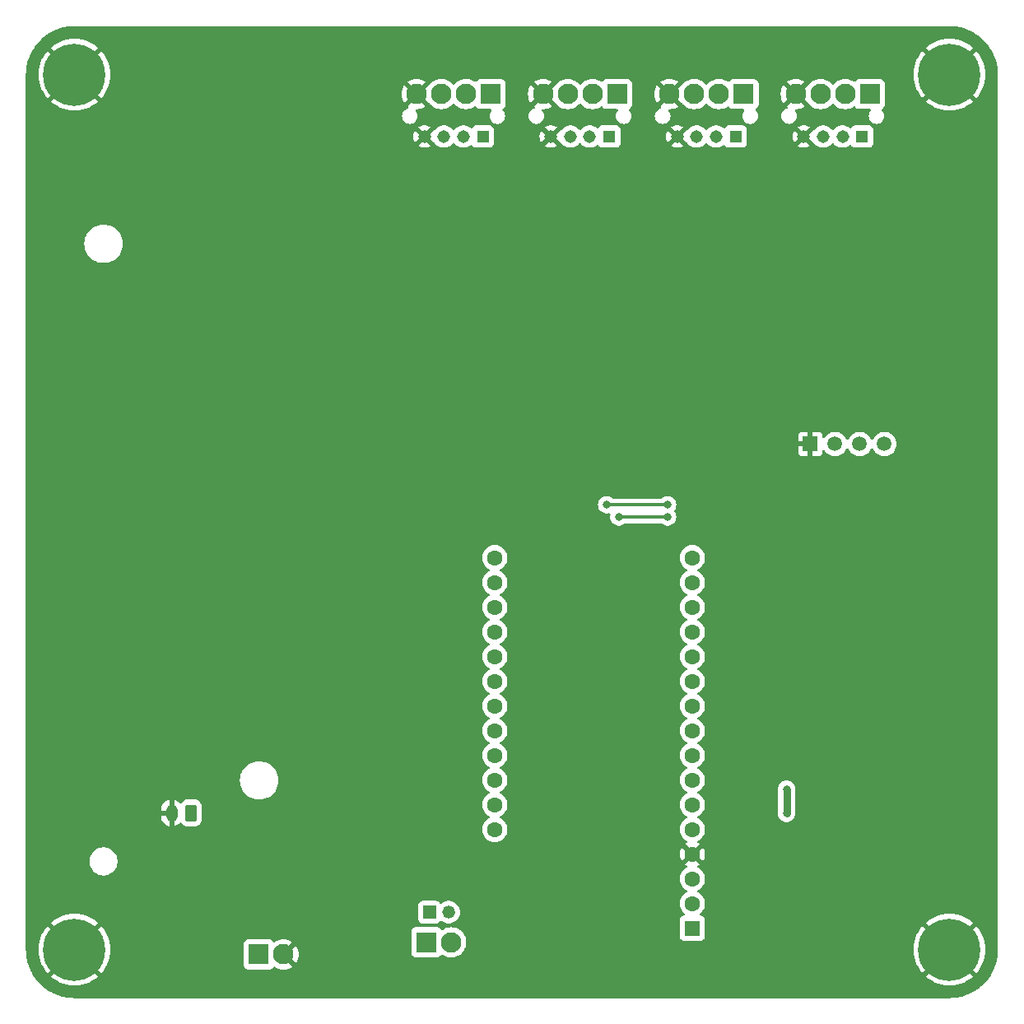
<source format=gbr>
%TF.GenerationSoftware,KiCad,Pcbnew,7.0.6*%
%TF.CreationDate,2024-06-14T01:31:41+02:00*%
%TF.ProjectId,SoliDAQ,536f6c69-4441-4512-9e6b-696361645f70,rev?*%
%TF.SameCoordinates,Original*%
%TF.FileFunction,Copper,L2,Bot*%
%TF.FilePolarity,Positive*%
%FSLAX46Y46*%
G04 Gerber Fmt 4.6, Leading zero omitted, Abs format (unit mm)*
G04 Created by KiCad (PCBNEW 7.0.6) date 2024-06-14 01:31:41*
%MOMM*%
%LPD*%
G01*
G04 APERTURE LIST*
G04 Aperture macros list*
%AMRoundRect*
0 Rectangle with rounded corners*
0 $1 Rounding radius*
0 $2 $3 $4 $5 $6 $7 $8 $9 X,Y pos of 4 corners*
0 Add a 4 corners polygon primitive as box body*
4,1,4,$2,$3,$4,$5,$6,$7,$8,$9,$2,$3,0*
0 Add four circle primitives for the rounded corners*
1,1,$1+$1,$2,$3*
1,1,$1+$1,$4,$5*
1,1,$1+$1,$6,$7*
1,1,$1+$1,$8,$9*
0 Add four rect primitives between the rounded corners*
20,1,$1+$1,$2,$3,$4,$5,0*
20,1,$1+$1,$4,$5,$6,$7,0*
20,1,$1+$1,$6,$7,$8,$9,0*
20,1,$1+$1,$8,$9,$2,$3,0*%
G04 Aperture macros list end*
%TA.AperFunction,ComponentPad*%
%ADD10R,2.100000X2.100000*%
%TD*%
%TA.AperFunction,ComponentPad*%
%ADD11C,2.100000*%
%TD*%
%TA.AperFunction,ComponentPad*%
%ADD12C,0.800000*%
%TD*%
%TA.AperFunction,ComponentPad*%
%ADD13C,6.400000*%
%TD*%
%TA.AperFunction,ComponentPad*%
%ADD14R,1.308000X1.308000*%
%TD*%
%TA.AperFunction,ComponentPad*%
%ADD15C,1.308000*%
%TD*%
%TA.AperFunction,ComponentPad*%
%ADD16R,1.508000X1.508000*%
%TD*%
%TA.AperFunction,ComponentPad*%
%ADD17C,1.508000*%
%TD*%
%TA.AperFunction,ComponentPad*%
%ADD18R,1.600000X1.600000*%
%TD*%
%TA.AperFunction,ComponentPad*%
%ADD19C,1.600000*%
%TD*%
%TA.AperFunction,ComponentPad*%
%ADD20R,1.320800X1.320800*%
%TD*%
%TA.AperFunction,ComponentPad*%
%ADD21C,1.320800*%
%TD*%
%TA.AperFunction,ComponentPad*%
%ADD22RoundRect,0.250000X0.350000X0.625000X-0.350000X0.625000X-0.350000X-0.625000X0.350000X-0.625000X0*%
%TD*%
%TA.AperFunction,ComponentPad*%
%ADD23O,1.200000X1.750000*%
%TD*%
%TA.AperFunction,ViaPad*%
%ADD24C,0.800000*%
%TD*%
%TA.AperFunction,Conductor*%
%ADD25C,0.800000*%
%TD*%
%TA.AperFunction,Conductor*%
%ADD26C,0.300000*%
%TD*%
G04 APERTURE END LIST*
D10*
%TO.P,J12,1,Pin_1*%
%TO.N,VDDA*%
X127815000Y-62000000D03*
D11*
%TO.P,J12,2,Pin_2*%
%TO.N,/12v_fused*%
X125275000Y-62000000D03*
%TO.P,J12,3,Pin_3*%
%TO.N,/4_20_IN1*%
X122735000Y-62000000D03*
%TO.P,J12,4,Pin_4*%
%TO.N,GND*%
X120195000Y-62000000D03*
%TD*%
%TO.P,J1,2,Pin_2*%
%TO.N,GND*%
X106500000Y-150500000D03*
D10*
%TO.P,J1,1,Pin_1*%
%TO.N,Net-(J1-Pin_1)*%
X103960000Y-150500000D03*
%TD*%
D12*
%TO.P,H3,1,1*%
%TO.N,GND*%
X82600000Y-150000000D03*
X83302944Y-148302944D03*
X83302944Y-151697056D03*
X85000000Y-147600000D03*
D13*
X85000000Y-150000000D03*
D12*
X85000000Y-152400000D03*
X86697056Y-148302944D03*
X86697056Y-151697056D03*
X87400000Y-150000000D03*
%TD*%
%TO.P,H4,1,1*%
%TO.N,GND*%
X172600000Y-150000000D03*
X173302944Y-148302944D03*
X173302944Y-151697056D03*
X175000000Y-147600000D03*
D13*
X175000000Y-150000000D03*
D12*
X175000000Y-152400000D03*
X176697056Y-148302944D03*
X176697056Y-151697056D03*
X177400000Y-150000000D03*
%TD*%
D14*
%TO.P,J11,1,Pin_1*%
%TO.N,VDDA*%
X140000000Y-66375000D03*
D15*
%TO.P,J11,2,Pin_2*%
%TO.N,/IN3+*%
X138000000Y-66375000D03*
%TO.P,J11,3,Pin_3*%
%TO.N,/IN3-*%
X136000000Y-66375000D03*
%TO.P,J11,4,Pin_4*%
%TO.N,GND*%
X134000000Y-66375000D03*
%TD*%
D16*
%TO.P,J14,1,Pin_1*%
%TO.N,GND*%
X160690000Y-98000000D03*
D17*
%TO.P,J14,2,Pin_2*%
%TO.N,+3V3*%
X163230000Y-98000000D03*
%TO.P,J14,3,Pin_3*%
%TO.N,/SCL*%
X165770000Y-98000000D03*
%TO.P,J14,4,Pin_4*%
%TO.N,/SDA*%
X168310000Y-98000000D03*
%TD*%
D18*
%TO.P,A1,1,~{RESET}*%
%TO.N,unconnected-(A1-~{RESET}-Pad1)*%
X148552500Y-147800000D03*
D19*
%TO.P,A1,2,3V3*%
%TO.N,+3V3*%
X148552500Y-145260000D03*
%TO.P,A1,3,3V3*%
X148552500Y-142720000D03*
%TO.P,A1,4,GND*%
%TO.N,GND*%
X148552500Y-140180000D03*
%TO.P,A1,5,A0*%
%TO.N,/BAT_MEASURE*%
X148552500Y-137640000D03*
%TO.P,A1,6,A1*%
%TO.N,unconnected-(A1-A1-Pad6)*%
X148552500Y-135100000D03*
%TO.P,A1,7,A2*%
%TO.N,unconnected-(A1-A2-Pad7)*%
X148552500Y-132560000D03*
%TO.P,A1,8,A3*%
%TO.N,/DL_BTN*%
X148552500Y-130020000D03*
%TO.P,A1,9,D24*%
%TO.N,/FLASH2_CS*%
X148552500Y-127480000D03*
%TO.P,A1,10,D25*%
%TO.N,/FLASH1_CS*%
X148552500Y-124940000D03*
%TO.P,A1,11,D18/SCK0*%
%TO.N,/SPI_SCK*%
X148552500Y-122400000D03*
%TO.P,A1,12,D19/MOSI0*%
%TO.N,/SPI_MOSI*%
X148552500Y-119860000D03*
%TO.P,A1,13,D20/MISO0*%
%TO.N,/SPI_MISO*%
X148552500Y-117320000D03*
%TO.P,A1,14,D1/RX*%
%TO.N,/LED_LOGGING*%
X148552500Y-114780000D03*
%TO.P,A1,15,D0/TX*%
%TO.N,/LED_LOWBAT*%
X148552500Y-112240000D03*
%TO.P,A1,16,D4*%
%TO.N,/LED_HALF_FULL*%
X148552500Y-109700000D03*
%TO.P,A1,17,D2/SDA*%
%TO.N,/SDA*%
X128232500Y-109700000D03*
%TO.P,A1,18,D3/SCL*%
%TO.N,/SCL*%
X128232500Y-112240000D03*
%TO.P,A1,19,D5*%
%TO.N,unconnected-(A1-D5-Pad19)*%
X128232500Y-114780000D03*
%TO.P,A1,20,D6*%
%TO.N,unconnected-(A1-D6-Pad20)*%
X128232500Y-117320000D03*
%TO.P,A1,21,D9*%
%TO.N,/ADC_CS*%
X128232500Y-119860000D03*
%TO.P,A1,22,D10/SCK1*%
%TO.N,/SPI2_SCK*%
X128232500Y-122400000D03*
%TO.P,A1,23,D11/MOSI1*%
%TO.N,/SPI2_MOSI*%
X128232500Y-124940000D03*
%TO.P,A1,24,D12/MISO1*%
%TO.N,/SPI2_MISO*%
X128232500Y-127480000D03*
%TO.P,A1,25,D13*%
X128232500Y-130020000D03*
%TO.P,A1,26,USB*%
%TO.N,VBUS*%
X128232500Y-132560000D03*
%TO.P,A1,27,EN*%
%TO.N,unconnected-(A1-EN-Pad27)*%
X128232500Y-135100000D03*
%TO.P,A1,28,VBAT*%
%TO.N,+BATT*%
X128232500Y-137640000D03*
%TD*%
D20*
%TO.P,J5,1,Pin_1*%
%TO.N,+BATT*%
X121499999Y-146154699D03*
D21*
%TO.P,J5,2,Pin_2*%
%TO.N,Net-(J1-Pin_1)*%
X123500000Y-146154699D03*
%TD*%
D10*
%TO.P,J8,1,Pin_1*%
%TO.N,VDDA*%
X140815000Y-62000000D03*
D11*
%TO.P,J8,2,Pin_2*%
%TO.N,/IN3+*%
X138275000Y-62000000D03*
%TO.P,J8,3,Pin_3*%
%TO.N,/IN3-*%
X135735000Y-62000000D03*
%TO.P,J8,4,Pin_4*%
%TO.N,GND*%
X133195000Y-62000000D03*
%TD*%
D14*
%TO.P,J10,1,Pin_1*%
%TO.N,VDDA*%
X153000000Y-66375000D03*
D15*
%TO.P,J10,2,Pin_2*%
%TO.N,/IN2+*%
X151000000Y-66375000D03*
%TO.P,J10,3,Pin_3*%
%TO.N,/IN2-*%
X149000000Y-66375000D03*
%TO.P,J10,4,Pin_4*%
%TO.N,GND*%
X147000000Y-66375000D03*
%TD*%
D14*
%TO.P,J13,1,Pin_1*%
%TO.N,VDDA*%
X127000000Y-66375000D03*
D15*
%TO.P,J13,2,Pin_2*%
%TO.N,/12v_fused*%
X125000000Y-66375000D03*
%TO.P,J13,3,Pin_3*%
%TO.N,/4_20_IN1*%
X123000000Y-66375000D03*
%TO.P,J13,4,Pin_4*%
%TO.N,GND*%
X121000000Y-66375000D03*
%TD*%
D10*
%TO.P,J7,1,Pin_1*%
%TO.N,VDDA*%
X166815000Y-62000000D03*
D11*
%TO.P,J7,2,Pin_2*%
%TO.N,/IN1+*%
X164275000Y-62000000D03*
%TO.P,J7,3,Pin_3*%
%TO.N,/IN1-*%
X161735000Y-62000000D03*
%TO.P,J7,4,Pin_4*%
%TO.N,GND*%
X159195000Y-62000000D03*
%TD*%
D10*
%TO.P,J4,1,Pin_1*%
%TO.N,+BATT*%
X121210000Y-149250000D03*
D11*
%TO.P,J4,2,Pin_2*%
%TO.N,Net-(J1-Pin_1)*%
X123750000Y-149250000D03*
%TD*%
D12*
%TO.P,H1,1,1*%
%TO.N,GND*%
X82600000Y-60000000D03*
X83302944Y-58302944D03*
X83302944Y-61697056D03*
X85000000Y-57600000D03*
D13*
X85000000Y-60000000D03*
D12*
X85000000Y-62400000D03*
X86697056Y-58302944D03*
X86697056Y-61697056D03*
X87400000Y-60000000D03*
%TD*%
D10*
%TO.P,J6,1,Pin_1*%
%TO.N,VDDA*%
X153815000Y-62000000D03*
D11*
%TO.P,J6,2,Pin_2*%
%TO.N,/IN2+*%
X151275000Y-62000000D03*
%TO.P,J6,3,Pin_3*%
%TO.N,/IN2-*%
X148735000Y-62000000D03*
%TO.P,J6,4,Pin_4*%
%TO.N,GND*%
X146195000Y-62000000D03*
%TD*%
D22*
%TO.P,J2,1,Pin_1*%
%TO.N,Net-(J1-Pin_1)*%
X97000000Y-135950000D03*
D23*
%TO.P,J2,2,Pin_2*%
%TO.N,GND*%
X95000000Y-135950000D03*
%TD*%
D12*
%TO.P,H2,1,1*%
%TO.N,GND*%
X172600000Y-60000000D03*
X173302944Y-58302944D03*
X173302944Y-61697056D03*
X175000000Y-57600000D03*
D13*
X175000000Y-60000000D03*
D12*
X175000000Y-62400000D03*
X176697056Y-58302944D03*
X176697056Y-61697056D03*
X177400000Y-60000000D03*
%TD*%
D14*
%TO.P,J9,1,Pin_1*%
%TO.N,VDDA*%
X166000000Y-66375000D03*
D15*
%TO.P,J9,2,Pin_2*%
%TO.N,/IN1+*%
X164000000Y-66375000D03*
%TO.P,J9,3,Pin_3*%
%TO.N,/IN1-*%
X162000000Y-66375000D03*
%TO.P,J9,4,Pin_4*%
%TO.N,GND*%
X160000000Y-66375000D03*
%TD*%
D24*
%TO.N,GND*%
X131000000Y-67000000D03*
X128000000Y-87000000D03*
X170000000Y-84000000D03*
X163052614Y-93125120D03*
X159000000Y-143000000D03*
X151000000Y-116500000D03*
X108000000Y-137000000D03*
X91000000Y-132000000D03*
X116000000Y-59500000D03*
X157000000Y-75000000D03*
X117500000Y-84000000D03*
X155000000Y-88500000D03*
X137000000Y-86500000D03*
X134000000Y-85797160D03*
%TO.N,+3V3*%
X158250000Y-136000000D03*
X158250000Y-133500000D03*
%TO.N,GND*%
X122000000Y-95000000D03*
X158250000Y-139500000D03*
X141500000Y-82750000D03*
X140500000Y-134000000D03*
X121000000Y-69000000D03*
X142000000Y-80000000D03*
X122500000Y-77000000D03*
X126000000Y-129000000D03*
X120500000Y-144500000D03*
X130000000Y-152500000D03*
X137271575Y-84536974D03*
X82500000Y-145000000D03*
X82500000Y-135000000D03*
X156500000Y-65500000D03*
X162000000Y-101250000D03*
X170500000Y-65000000D03*
X134000000Y-82500000D03*
X111500000Y-78000000D03*
X82500000Y-95000000D03*
X146500000Y-89000000D03*
X103000000Y-111500000D03*
X123500000Y-99000000D03*
X134000000Y-134000000D03*
X177500000Y-110000000D03*
X151500000Y-80000000D03*
X121000000Y-99000000D03*
X146000000Y-92500000D03*
X177500000Y-95000000D03*
X108000000Y-66500000D03*
X82500000Y-115000000D03*
X116500000Y-79000000D03*
X160000000Y-74000000D03*
X158250000Y-128750000D03*
X164000000Y-123500000D03*
X134000000Y-73500000D03*
X151500000Y-98000000D03*
X164000000Y-84000000D03*
X169500000Y-60000000D03*
X110250000Y-110000000D03*
X122000000Y-123000000D03*
X110000000Y-97500000D03*
X126500000Y-79000000D03*
X123750000Y-81500000D03*
X155000000Y-69000000D03*
X110000000Y-57500000D03*
X140500000Y-89500000D03*
X98000000Y-65000000D03*
X121500000Y-75500000D03*
X98000000Y-69000000D03*
X145000000Y-152500000D03*
X175000000Y-93000000D03*
X155000000Y-152500000D03*
X82500000Y-70000000D03*
X145000000Y-112000000D03*
X177500000Y-125000000D03*
X105750000Y-148000000D03*
X114500000Y-106000000D03*
X150000000Y-152500000D03*
X118000000Y-72000000D03*
X147000000Y-78000000D03*
X91000000Y-123500000D03*
X120250000Y-153250000D03*
X147000000Y-74000000D03*
X177500000Y-140000000D03*
X152500000Y-86000000D03*
X134000000Y-71000000D03*
X170000000Y-101500000D03*
X82500000Y-100000000D03*
X122000000Y-56500000D03*
X110250000Y-114000000D03*
X113250000Y-106000000D03*
X173500000Y-69000000D03*
X177500000Y-105000000D03*
X113500000Y-94000000D03*
X138250000Y-87500000D03*
X169250000Y-120250000D03*
X108750000Y-101000000D03*
X131000000Y-74500000D03*
X169000000Y-57000000D03*
X125000000Y-70500000D03*
X145000000Y-75000000D03*
X107500000Y-61500000D03*
X153000000Y-137500000D03*
X160000000Y-71500000D03*
X113500000Y-89500000D03*
X156500000Y-56500000D03*
X174000000Y-96000000D03*
X114000000Y-99000000D03*
X106000000Y-117500000D03*
X137750000Y-92250000D03*
X109000000Y-95000000D03*
X90000000Y-106500000D03*
X144402617Y-83849624D03*
X177500000Y-120000000D03*
X163250000Y-59750000D03*
X141000000Y-139000000D03*
X112000000Y-114000000D03*
X152500000Y-127000000D03*
X82500000Y-125000000D03*
X162750000Y-141500000D03*
X82500000Y-80000000D03*
X113500000Y-83500000D03*
X94000000Y-65000000D03*
X113750000Y-60750000D03*
X167500000Y-147500000D03*
X133500000Y-76000000D03*
X108000000Y-108250000D03*
X92000000Y-85000000D03*
X82500000Y-140000000D03*
X118000000Y-66500000D03*
X151500000Y-124000000D03*
X98000000Y-67000000D03*
X109000000Y-87500000D03*
X132500000Y-87750000D03*
X159000000Y-102500000D03*
X91000000Y-145000000D03*
X149000000Y-81000000D03*
X151000000Y-84000000D03*
X103000000Y-103500000D03*
X140500000Y-76000000D03*
X160000000Y-152500000D03*
X103000000Y-83000000D03*
X112000000Y-110000000D03*
X82500000Y-110000000D03*
X82500000Y-85000000D03*
X90000000Y-152500000D03*
X113500000Y-81500000D03*
X131500000Y-139000000D03*
X164000000Y-127250000D03*
X118000000Y-88000000D03*
X96000000Y-65000000D03*
X146500000Y-97000000D03*
X130500000Y-56500000D03*
X125000000Y-68000000D03*
X125000000Y-152500000D03*
X177500000Y-70000000D03*
X146500000Y-99500000D03*
X152500000Y-93000000D03*
X177500000Y-90000000D03*
X177500000Y-100000000D03*
X144000000Y-125250000D03*
X109000000Y-80500000D03*
X156500000Y-61500000D03*
X171000000Y-105000000D03*
X145000000Y-69000000D03*
X163500000Y-138500000D03*
X137000000Y-59750000D03*
X153000000Y-77500000D03*
X144000000Y-130500000D03*
X113750000Y-114000000D03*
X114000000Y-96500000D03*
X82500000Y-130000000D03*
X102000000Y-140000000D03*
X119000000Y-80500000D03*
X170000000Y-152500000D03*
X128000000Y-72750000D03*
X134000000Y-105500000D03*
X124500000Y-114000000D03*
X171000000Y-89000000D03*
X118000000Y-77000000D03*
X142000000Y-71000000D03*
X108000000Y-111750000D03*
X136000000Y-80500000D03*
X111750000Y-148250000D03*
X120500000Y-77000000D03*
X130000000Y-95500000D03*
X160000000Y-78000000D03*
X157250000Y-122750000D03*
X138000000Y-94500000D03*
X151000000Y-140500000D03*
X140500000Y-96000000D03*
X166000000Y-74000000D03*
X100000000Y-152500000D03*
X116000000Y-99000000D03*
X111812500Y-63700000D03*
X124500000Y-109500000D03*
X113500000Y-91500000D03*
X140750000Y-115750000D03*
X155000000Y-129500000D03*
X148500000Y-90500000D03*
X154500000Y-94000000D03*
X145000000Y-142000000D03*
X122250000Y-87250000D03*
X156500000Y-98000000D03*
X133500000Y-92000000D03*
X155000000Y-81500000D03*
X132000000Y-72000000D03*
X106500000Y-73500000D03*
X82500000Y-120000000D03*
X110500000Y-107250000D03*
X114500000Y-56500000D03*
X128000000Y-77000000D03*
X145500000Y-90500000D03*
X118000000Y-75000000D03*
X112000000Y-112000000D03*
X163500000Y-110500000D03*
X137000000Y-88500000D03*
X158500000Y-83500000D03*
X148500000Y-102500000D03*
X111500000Y-125500000D03*
X113500000Y-85500000D03*
X160000000Y-69000000D03*
X163000000Y-79500000D03*
X125000000Y-77000000D03*
X110000000Y-152500000D03*
X151000000Y-135000000D03*
X130500000Y-62000000D03*
X172000000Y-95000000D03*
X177500000Y-135000000D03*
X165000000Y-152500000D03*
X124000000Y-121500000D03*
X140000000Y-74000000D03*
X138000000Y-119000000D03*
X105000000Y-152500000D03*
X133000000Y-130000000D03*
X177500000Y-115000000D03*
X114000000Y-67000000D03*
X111500000Y-131500000D03*
X165500000Y-106500000D03*
X157500000Y-81500000D03*
X157500000Y-78000000D03*
X133000000Y-77500000D03*
X82500000Y-105000000D03*
X151000000Y-77500000D03*
X146000000Y-107500000D03*
X149500000Y-87750000D03*
X145000000Y-72000000D03*
X150500000Y-107500000D03*
X151500000Y-143000000D03*
X157000000Y-68000000D03*
X140500000Y-101000000D03*
X159500000Y-76000000D03*
X135000000Y-90500000D03*
X101500000Y-148500000D03*
X157500000Y-108000000D03*
X171000000Y-109500000D03*
X143500000Y-56500000D03*
X94000000Y-67000000D03*
X131000000Y-147000000D03*
X96000000Y-67000000D03*
X168000000Y-73000000D03*
X165000000Y-78500000D03*
X124500000Y-106000000D03*
X153500000Y-83000000D03*
X90000000Y-57500000D03*
X100000000Y-57500000D03*
X135000000Y-152500000D03*
X82500000Y-90000000D03*
X154500000Y-125000000D03*
X144000000Y-82000000D03*
X153500000Y-76000000D03*
X118000000Y-56500000D03*
X168000000Y-68000000D03*
X142000000Y-73500000D03*
X153000000Y-74000000D03*
X161500000Y-90500000D03*
X129000000Y-68500000D03*
X108250000Y-105000000D03*
X152500000Y-89000000D03*
X120000000Y-73000000D03*
X113500000Y-74000000D03*
X98500000Y-117000000D03*
X177500000Y-80000000D03*
X166500000Y-76000000D03*
X143500000Y-116000000D03*
X98000000Y-63000000D03*
X142000000Y-68500000D03*
X110500000Y-120500000D03*
X177500000Y-130000000D03*
X113000000Y-71000000D03*
X113250000Y-105000000D03*
X147000000Y-69000000D03*
X141500000Y-84250000D03*
X148000000Y-87750000D03*
X125000000Y-147500000D03*
X95000000Y-152500000D03*
X82500000Y-75000000D03*
X94000000Y-63000000D03*
X145000000Y-146500000D03*
X177500000Y-145000000D03*
X97500000Y-95500000D03*
X96000000Y-69000000D03*
X129500000Y-71500000D03*
X128000000Y-97500000D03*
X108750000Y-99750000D03*
X140000000Y-152500000D03*
X163750000Y-146750000D03*
X82500000Y-65000000D03*
X109000000Y-91000000D03*
X115000000Y-80000000D03*
X126500000Y-93000000D03*
X96000000Y-63000000D03*
X103000000Y-89000000D03*
X103000000Y-96500000D03*
X124500000Y-102500000D03*
X175500000Y-89000000D03*
X133000000Y-97500000D03*
X135000000Y-78500000D03*
X103000000Y-77000000D03*
X115000000Y-152500000D03*
X105000000Y-57500000D03*
X128500000Y-103500000D03*
X146500000Y-76000000D03*
X123500000Y-126500000D03*
X177500000Y-85000000D03*
X155000000Y-71500000D03*
X117000000Y-132500000D03*
X113500000Y-87500000D03*
X129750000Y-99750000D03*
X110250000Y-112000000D03*
X128000000Y-107000000D03*
X131500000Y-125500000D03*
X137500000Y-56500000D03*
X177500000Y-65000000D03*
X137500000Y-143500000D03*
X168000000Y-117000000D03*
X155000000Y-78000000D03*
X157000000Y-137000000D03*
X164000000Y-130750000D03*
X171500000Y-75500000D03*
X157500000Y-116000000D03*
X164000000Y-120000000D03*
X168000000Y-70500000D03*
X125000000Y-73000000D03*
X132000000Y-81000000D03*
X145000000Y-120000000D03*
X130500000Y-64500000D03*
X145500000Y-134000000D03*
X108750000Y-102250000D03*
X165500000Y-90500000D03*
X126000000Y-99500000D03*
X149000000Y-95500000D03*
X131000000Y-107500000D03*
X135000000Y-122500000D03*
X163500000Y-116000000D03*
X155000000Y-74000000D03*
X154000000Y-102500000D03*
X140000000Y-92000000D03*
X109000000Y-84000000D03*
X132000000Y-93500000D03*
X143000000Y-86000000D03*
X150250000Y-59750000D03*
X128500000Y-82500000D03*
X177500000Y-75000000D03*
X125000000Y-140500000D03*
X95000000Y-57500000D03*
X168500000Y-91000000D03*
X134000000Y-68500000D03*
X167500000Y-126000000D03*
X147000000Y-71500000D03*
X94000000Y-69000000D03*
X160000000Y-81500000D03*
X118500000Y-99000000D03*
X136000000Y-103000000D03*
X118000000Y-69500000D03*
X130000000Y-79000000D03*
%TO.N,/SDA*%
X146000000Y-105500000D03*
X141000000Y-105500000D03*
%TO.N,/SCL*%
X146000000Y-104250000D03*
X139750000Y-104250000D03*
%TD*%
D25*
%TO.N,+3V3*%
X158250000Y-136000000D02*
X158250000Y-133500000D01*
D26*
%TO.N,/SDA*%
X141000000Y-105500000D02*
X146000000Y-105500000D01*
%TO.N,/SCL*%
X139750000Y-104250000D02*
X146000000Y-104250000D01*
%TD*%
%TA.AperFunction,Conductor*%
%TO.N,GND*%
G36*
X86856419Y-151502866D02*
G01*
X86794601Y-151461561D01*
X86721680Y-151447056D01*
X86672432Y-151447056D01*
X86599511Y-151461561D01*
X86516816Y-151516816D01*
X86461561Y-151599511D01*
X86442158Y-151697056D01*
X86461561Y-151794601D01*
X86502867Y-151856420D01*
X85944180Y-151297733D01*
X86134870Y-151134870D01*
X86297733Y-150944180D01*
X86856419Y-151502866D01*
G37*
%TD.AperFunction*%
%TA.AperFunction,Conductor*%
G36*
X83865130Y-151134870D02*
G01*
X84055819Y-151297733D01*
X83497135Y-151856416D01*
X83538439Y-151794601D01*
X83557842Y-151697056D01*
X83538439Y-151599511D01*
X83483184Y-151516816D01*
X83400489Y-151461561D01*
X83327568Y-151447056D01*
X83278320Y-151447056D01*
X83205399Y-151461561D01*
X83143577Y-151502868D01*
X83702266Y-150944180D01*
X83865130Y-151134870D01*
G37*
%TD.AperFunction*%
%TA.AperFunction,Conductor*%
G36*
X84055819Y-148702266D02*
G01*
X83865130Y-148865130D01*
X83702266Y-149055818D01*
X83143582Y-148497134D01*
X83205399Y-148538439D01*
X83278320Y-148552944D01*
X83327568Y-148552944D01*
X83400489Y-148538439D01*
X83483184Y-148483184D01*
X83538439Y-148400489D01*
X83557842Y-148302944D01*
X83538439Y-148205399D01*
X83497133Y-148143581D01*
X84055819Y-148702266D01*
G37*
%TD.AperFunction*%
%TA.AperFunction,Conductor*%
G36*
X86461561Y-148205399D02*
G01*
X86442158Y-148302944D01*
X86461561Y-148400489D01*
X86516816Y-148483184D01*
X86599511Y-148538439D01*
X86672432Y-148552944D01*
X86721680Y-148552944D01*
X86794601Y-148538439D01*
X86856415Y-148497135D01*
X86297732Y-149055818D01*
X86134870Y-148865130D01*
X85944180Y-148702266D01*
X86502867Y-148143578D01*
X86461561Y-148205399D01*
G37*
%TD.AperFunction*%
%TA.AperFunction,Conductor*%
G36*
X176856421Y-151502868D02*
G01*
X176794601Y-151461561D01*
X176721680Y-151447056D01*
X176672432Y-151447056D01*
X176599511Y-151461561D01*
X176516816Y-151516816D01*
X176461561Y-151599511D01*
X176442158Y-151697056D01*
X176461561Y-151794601D01*
X176502867Y-151856420D01*
X175944180Y-151297733D01*
X176134870Y-151134870D01*
X176297733Y-150944180D01*
X176856421Y-151502868D01*
G37*
%TD.AperFunction*%
%TA.AperFunction,Conductor*%
G36*
X173865130Y-151134870D02*
G01*
X174055819Y-151297733D01*
X173497135Y-151856416D01*
X173538439Y-151794601D01*
X173557842Y-151697056D01*
X173538439Y-151599511D01*
X173483184Y-151516816D01*
X173400489Y-151461561D01*
X173327568Y-151447056D01*
X173278320Y-151447056D01*
X173205399Y-151461561D01*
X173143576Y-151502869D01*
X173702266Y-150944179D01*
X173865130Y-151134870D01*
G37*
%TD.AperFunction*%
%TA.AperFunction,Conductor*%
G36*
X174055819Y-148702266D02*
G01*
X173865130Y-148865130D01*
X173702266Y-149055818D01*
X173143582Y-148497134D01*
X173205399Y-148538439D01*
X173278320Y-148552944D01*
X173327568Y-148552944D01*
X173400489Y-148538439D01*
X173483184Y-148483184D01*
X173538439Y-148400489D01*
X173557842Y-148302944D01*
X173538439Y-148205399D01*
X173497133Y-148143581D01*
X174055819Y-148702266D01*
G37*
%TD.AperFunction*%
%TA.AperFunction,Conductor*%
G36*
X176461561Y-148205399D02*
G01*
X176442158Y-148302944D01*
X176461561Y-148400489D01*
X176516816Y-148483184D01*
X176599511Y-148538439D01*
X176672432Y-148552944D01*
X176721680Y-148552944D01*
X176794601Y-148538439D01*
X176856415Y-148497135D01*
X176297732Y-149055818D01*
X176134870Y-148865130D01*
X175944180Y-148702266D01*
X176502867Y-148143578D01*
X176461561Y-148205399D01*
G37*
%TD.AperFunction*%
%TA.AperFunction,Conductor*%
G36*
X86856420Y-61502867D02*
G01*
X86794601Y-61461561D01*
X86721680Y-61447056D01*
X86672432Y-61447056D01*
X86599511Y-61461561D01*
X86516816Y-61516816D01*
X86461561Y-61599511D01*
X86442158Y-61697056D01*
X86461561Y-61794601D01*
X86502867Y-61856420D01*
X85944180Y-61297733D01*
X86134870Y-61134870D01*
X86297733Y-60944180D01*
X86856420Y-61502867D01*
G37*
%TD.AperFunction*%
%TA.AperFunction,Conductor*%
G36*
X83865130Y-61134870D02*
G01*
X84055819Y-61297733D01*
X83497135Y-61856416D01*
X83538439Y-61794601D01*
X83557842Y-61697056D01*
X83538439Y-61599511D01*
X83483184Y-61516816D01*
X83400489Y-61461561D01*
X83327568Y-61447056D01*
X83278320Y-61447056D01*
X83205399Y-61461561D01*
X83143577Y-61502868D01*
X83702266Y-60944180D01*
X83865130Y-61134870D01*
G37*
%TD.AperFunction*%
%TA.AperFunction,Conductor*%
G36*
X84055819Y-58702266D02*
G01*
X83865130Y-58865130D01*
X83702266Y-59055818D01*
X83143582Y-58497134D01*
X83205399Y-58538439D01*
X83278320Y-58552944D01*
X83327568Y-58552944D01*
X83400489Y-58538439D01*
X83483184Y-58483184D01*
X83538439Y-58400489D01*
X83557842Y-58302944D01*
X83538439Y-58205399D01*
X83497133Y-58143581D01*
X84055819Y-58702266D01*
G37*
%TD.AperFunction*%
%TA.AperFunction,Conductor*%
G36*
X86461561Y-58205399D02*
G01*
X86442158Y-58302944D01*
X86461561Y-58400489D01*
X86516816Y-58483184D01*
X86599511Y-58538439D01*
X86672432Y-58552944D01*
X86721680Y-58552944D01*
X86794601Y-58538439D01*
X86856415Y-58497135D01*
X86297732Y-59055818D01*
X86134870Y-58865130D01*
X85944180Y-58702266D01*
X86502867Y-58143578D01*
X86461561Y-58205399D01*
G37*
%TD.AperFunction*%
%TA.AperFunction,Conductor*%
G36*
X176856421Y-61502868D02*
G01*
X176794601Y-61461561D01*
X176721680Y-61447056D01*
X176672432Y-61447056D01*
X176599511Y-61461561D01*
X176516816Y-61516816D01*
X176461561Y-61599511D01*
X176442158Y-61697056D01*
X176461561Y-61794601D01*
X176502867Y-61856420D01*
X175944180Y-61297733D01*
X176134870Y-61134870D01*
X176297733Y-60944180D01*
X176856421Y-61502868D01*
G37*
%TD.AperFunction*%
%TA.AperFunction,Conductor*%
G36*
X173865130Y-61134870D02*
G01*
X174055819Y-61297733D01*
X173497135Y-61856416D01*
X173538439Y-61794601D01*
X173557842Y-61697056D01*
X173538439Y-61599511D01*
X173483184Y-61516816D01*
X173400489Y-61461561D01*
X173327568Y-61447056D01*
X173278320Y-61447056D01*
X173205399Y-61461561D01*
X173143577Y-61502868D01*
X173702266Y-60944180D01*
X173865130Y-61134870D01*
G37*
%TD.AperFunction*%
%TA.AperFunction,Conductor*%
G36*
X174055819Y-58702266D02*
G01*
X173865130Y-58865130D01*
X173702266Y-59055818D01*
X173143582Y-58497134D01*
X173205399Y-58538439D01*
X173278320Y-58552944D01*
X173327568Y-58552944D01*
X173400489Y-58538439D01*
X173483184Y-58483184D01*
X173538439Y-58400489D01*
X173557842Y-58302944D01*
X173538439Y-58205399D01*
X173497133Y-58143581D01*
X174055819Y-58702266D01*
G37*
%TD.AperFunction*%
%TA.AperFunction,Conductor*%
G36*
X176461561Y-58205399D02*
G01*
X176442158Y-58302944D01*
X176461561Y-58400489D01*
X176516816Y-58483184D01*
X176599511Y-58538439D01*
X176672432Y-58552944D01*
X176721680Y-58552944D01*
X176794601Y-58538439D01*
X176856415Y-58497135D01*
X176297732Y-59055818D01*
X176134870Y-58865130D01*
X175944180Y-58702266D01*
X176502867Y-58143578D01*
X176461561Y-58205399D01*
G37*
%TD.AperFunction*%
%TA.AperFunction,Conductor*%
G36*
X175217318Y-55009488D02*
G01*
X175415934Y-55018160D01*
X175420865Y-55018574D01*
X175636792Y-55045489D01*
X175832940Y-55071313D01*
X175837265Y-55071883D01*
X175841894Y-55072671D01*
X176054183Y-55117183D01*
X176252534Y-55161157D01*
X176256778Y-55162257D01*
X176464544Y-55224112D01*
X176658658Y-55285317D01*
X176662530Y-55286680D01*
X176864457Y-55365472D01*
X177052817Y-55443494D01*
X177056252Y-55445045D01*
X177131343Y-55481755D01*
X177250992Y-55540249D01*
X177388629Y-55611897D01*
X177432009Y-55634479D01*
X177435107Y-55636207D01*
X177621382Y-55747202D01*
X177793662Y-55856957D01*
X177796377Y-55858789D01*
X177972918Y-55984837D01*
X178135098Y-56109282D01*
X178137426Y-56111159D01*
X178303055Y-56251439D01*
X178454895Y-56390574D01*
X178609424Y-56545103D01*
X178748555Y-56696938D01*
X178763008Y-56714003D01*
X178888839Y-56862572D01*
X178890716Y-56864900D01*
X179015162Y-57027081D01*
X179141209Y-57203621D01*
X179143040Y-57206335D01*
X179252797Y-57378617D01*
X179363791Y-57564891D01*
X179365525Y-57568000D01*
X179459750Y-57749007D01*
X179502033Y-57835495D01*
X179554953Y-57943744D01*
X179556524Y-57947229D01*
X179634536Y-58135566D01*
X179713309Y-58337445D01*
X179714681Y-58341340D01*
X179775899Y-58535496D01*
X179837735Y-58743200D01*
X179838843Y-58747472D01*
X179882818Y-58945826D01*
X179927326Y-59158101D01*
X179928115Y-59162733D01*
X179954524Y-59363319D01*
X179981422Y-59579114D01*
X179981839Y-59584080D01*
X179990513Y-59782728D01*
X179999500Y-60000000D01*
X179999500Y-150000000D01*
X179990513Y-150217271D01*
X179981839Y-150415918D01*
X179981422Y-150420884D01*
X179954524Y-150636680D01*
X179928115Y-150837265D01*
X179927326Y-150841897D01*
X179882818Y-151054173D01*
X179838843Y-151252526D01*
X179837735Y-151256798D01*
X179775899Y-151464503D01*
X179714681Y-151658658D01*
X179713309Y-151662552D01*
X179634536Y-151864433D01*
X179556524Y-152052769D01*
X179554944Y-152056274D01*
X179459750Y-152250992D01*
X179365525Y-152431998D01*
X179363791Y-152435107D01*
X179252797Y-152621382D01*
X179143040Y-152793663D01*
X179141209Y-152796377D01*
X179015162Y-152972918D01*
X178890716Y-153135099D01*
X178888839Y-153137426D01*
X178748557Y-153303059D01*
X178609426Y-153454895D01*
X178454895Y-153609426D01*
X178303059Y-153748557D01*
X178137426Y-153888839D01*
X178135099Y-153890716D01*
X177972918Y-154015162D01*
X177796377Y-154141209D01*
X177793663Y-154143040D01*
X177621382Y-154252797D01*
X177435107Y-154363791D01*
X177431998Y-154365525D01*
X177250992Y-154459750D01*
X177056274Y-154554944D01*
X177052769Y-154556524D01*
X176864433Y-154634536D01*
X176662552Y-154713309D01*
X176658658Y-154714681D01*
X176464503Y-154775899D01*
X176256798Y-154837735D01*
X176252526Y-154838843D01*
X176054173Y-154882818D01*
X175841897Y-154927326D01*
X175837265Y-154928115D01*
X175636680Y-154954524D01*
X175420884Y-154981422D01*
X175415918Y-154981839D01*
X175217271Y-154990513D01*
X175000000Y-154999500D01*
X85000000Y-154999500D01*
X84782728Y-154990513D01*
X84584080Y-154981839D01*
X84579114Y-154981422D01*
X84363319Y-154954524D01*
X84162733Y-154928115D01*
X84158101Y-154927326D01*
X83945826Y-154882818D01*
X83747472Y-154838843D01*
X83743200Y-154837735D01*
X83535496Y-154775899D01*
X83341340Y-154714681D01*
X83337445Y-154713309D01*
X83135566Y-154634536D01*
X82947229Y-154556524D01*
X82943744Y-154554953D01*
X82884503Y-154525992D01*
X82749007Y-154459750D01*
X82568000Y-154365525D01*
X82564891Y-154363791D01*
X82378617Y-154252797D01*
X82206335Y-154143040D01*
X82203621Y-154141209D01*
X82027081Y-154015162D01*
X81864900Y-153890716D01*
X81862572Y-153888839D01*
X81696940Y-153748557D01*
X81649491Y-153705078D01*
X81545103Y-153609424D01*
X81390574Y-153454895D01*
X81251439Y-153303055D01*
X81111159Y-153137426D01*
X81109282Y-153135098D01*
X80984837Y-152972918D01*
X80858789Y-152796377D01*
X80856957Y-152793662D01*
X80747202Y-152621382D01*
X80636207Y-152435107D01*
X80634473Y-152431998D01*
X80540249Y-152250992D01*
X80481755Y-152131343D01*
X80445045Y-152056252D01*
X80443494Y-152052817D01*
X80365463Y-151864433D01*
X80286680Y-151662530D01*
X80285317Y-151658658D01*
X80284947Y-151657483D01*
X80224100Y-151464503D01*
X80162257Y-151256778D01*
X80161155Y-151252526D01*
X80117181Y-151054173D01*
X80111495Y-151027057D01*
X80072671Y-150841894D01*
X80071883Y-150837265D01*
X80067043Y-150800499D01*
X80045489Y-150636791D01*
X80018574Y-150420865D01*
X80018160Y-150415934D01*
X80009486Y-150217271D01*
X80000500Y-150000000D01*
X81294922Y-150000000D01*
X81315219Y-150387287D01*
X81375886Y-150770323D01*
X81375887Y-150770330D01*
X81476262Y-151144936D01*
X81615244Y-151506994D01*
X81791310Y-151852543D01*
X82002531Y-152177793D01*
X82211095Y-152435350D01*
X82211096Y-152435350D01*
X83108756Y-151537689D01*
X83067449Y-151599511D01*
X83048046Y-151697056D01*
X83067449Y-151794601D01*
X83122704Y-151877296D01*
X83205399Y-151932551D01*
X83278320Y-151947056D01*
X83327568Y-151947056D01*
X83400489Y-151932551D01*
X83462304Y-151891247D01*
X82564648Y-152788903D01*
X82564649Y-152788904D01*
X82822206Y-152997468D01*
X83147456Y-153208689D01*
X83493005Y-153384755D01*
X83855063Y-153523737D01*
X84229669Y-153624112D01*
X84229676Y-153624113D01*
X84612712Y-153684780D01*
X84999999Y-153705078D01*
X85000001Y-153705078D01*
X85387287Y-153684780D01*
X85770323Y-153624113D01*
X85770330Y-153624112D01*
X86144936Y-153523737D01*
X86506994Y-153384755D01*
X86852543Y-153208689D01*
X87177783Y-152997476D01*
X87177785Y-152997475D01*
X87435349Y-152788902D01*
X86537691Y-151891244D01*
X86599511Y-151932551D01*
X86672432Y-151947056D01*
X86721680Y-151947056D01*
X86794601Y-151932551D01*
X86877296Y-151877296D01*
X86932551Y-151794601D01*
X86951954Y-151697056D01*
X86932551Y-151599511D01*
X86891245Y-151537692D01*
X87788902Y-152435349D01*
X87997475Y-152177785D01*
X87997476Y-152177783D01*
X88208689Y-151852543D01*
X88338451Y-151597870D01*
X102409500Y-151597870D01*
X102409501Y-151597876D01*
X102415908Y-151657483D01*
X102466202Y-151792328D01*
X102466206Y-151792335D01*
X102552452Y-151907544D01*
X102552455Y-151907547D01*
X102667664Y-151993793D01*
X102667671Y-151993797D01*
X102802517Y-152044091D01*
X102802516Y-152044091D01*
X102809444Y-152044835D01*
X102862127Y-152050500D01*
X105057872Y-152050499D01*
X105117483Y-152044091D01*
X105252331Y-151993796D01*
X105367546Y-151907546D01*
X105445387Y-151803562D01*
X105501319Y-151761694D01*
X105571010Y-151756710D01*
X105609442Y-151772149D01*
X105794138Y-151885331D01*
X106019542Y-151978696D01*
X106256780Y-152035651D01*
X106256779Y-152035651D01*
X106500000Y-152054792D01*
X106743219Y-152035651D01*
X106980457Y-151978696D01*
X107205861Y-151885331D01*
X107407942Y-151761494D01*
X106671569Y-151025121D01*
X106788458Y-150974349D01*
X106905739Y-150878934D01*
X106992928Y-150755415D01*
X107023354Y-150669802D01*
X107761494Y-151407942D01*
X107885331Y-151205861D01*
X107978696Y-150980457D01*
X108035651Y-150743219D01*
X108054792Y-150499999D01*
X108042820Y-150347870D01*
X119659500Y-150347870D01*
X119659501Y-150347876D01*
X119665908Y-150407483D01*
X119716202Y-150542328D01*
X119716206Y-150542335D01*
X119802452Y-150657544D01*
X119802455Y-150657547D01*
X119917664Y-150743793D01*
X119917671Y-150743797D01*
X120052517Y-150794091D01*
X120052516Y-150794091D01*
X120059444Y-150794835D01*
X120112127Y-150800500D01*
X122307872Y-150800499D01*
X122367483Y-150794091D01*
X122502331Y-150743796D01*
X122617546Y-150657546D01*
X122695087Y-150553964D01*
X122751019Y-150512095D01*
X122820711Y-150507111D01*
X122859142Y-150522550D01*
X123043910Y-150635777D01*
X123269381Y-150729169D01*
X123269378Y-150729169D01*
X123269384Y-150729170D01*
X123269388Y-150729172D01*
X123506698Y-150786146D01*
X123750000Y-150805294D01*
X123993302Y-150786146D01*
X124230612Y-150729172D01*
X124456089Y-150635777D01*
X124664179Y-150508259D01*
X124849759Y-150349759D01*
X125008259Y-150164179D01*
X125108868Y-150000000D01*
X171294922Y-150000000D01*
X171315219Y-150387287D01*
X171375886Y-150770323D01*
X171375887Y-150770330D01*
X171476262Y-151144936D01*
X171615244Y-151506994D01*
X171791310Y-151852543D01*
X172002531Y-152177793D01*
X172211095Y-152435350D01*
X172211096Y-152435350D01*
X173108757Y-151537688D01*
X173067449Y-151599511D01*
X173048046Y-151697056D01*
X173067449Y-151794601D01*
X173122704Y-151877296D01*
X173205399Y-151932551D01*
X173278320Y-151947056D01*
X173327568Y-151947056D01*
X173400489Y-151932551D01*
X173462304Y-151891247D01*
X172564648Y-152788903D01*
X172564649Y-152788904D01*
X172822206Y-152997468D01*
X173147456Y-153208689D01*
X173493005Y-153384755D01*
X173855063Y-153523737D01*
X174229669Y-153624112D01*
X174229676Y-153624113D01*
X174612712Y-153684780D01*
X174999999Y-153705078D01*
X175000001Y-153705078D01*
X175387287Y-153684780D01*
X175770323Y-153624113D01*
X175770330Y-153624112D01*
X176144936Y-153523737D01*
X176506994Y-153384755D01*
X176852543Y-153208689D01*
X177177783Y-152997476D01*
X177177785Y-152997475D01*
X177435349Y-152788902D01*
X176537691Y-151891244D01*
X176599511Y-151932551D01*
X176672432Y-151947056D01*
X176721680Y-151947056D01*
X176794601Y-151932551D01*
X176877296Y-151877296D01*
X176932551Y-151794601D01*
X176951954Y-151697056D01*
X176932551Y-151599511D01*
X176891243Y-151537690D01*
X177788902Y-152435349D01*
X177997475Y-152177785D01*
X177997476Y-152177783D01*
X178208689Y-151852543D01*
X178384755Y-151506994D01*
X178523737Y-151144936D01*
X178624112Y-150770330D01*
X178624113Y-150770323D01*
X178684780Y-150387287D01*
X178705078Y-150000000D01*
X178705078Y-149999999D01*
X178684780Y-149612712D01*
X178624113Y-149229676D01*
X178624112Y-149229669D01*
X178523737Y-148855063D01*
X178384755Y-148493005D01*
X178208689Y-148147456D01*
X177997468Y-147822206D01*
X177788904Y-147564649D01*
X177788903Y-147564648D01*
X176891247Y-148462303D01*
X176932551Y-148400489D01*
X176951954Y-148302944D01*
X176932551Y-148205399D01*
X176877296Y-148122704D01*
X176794601Y-148067449D01*
X176721680Y-148052944D01*
X176672432Y-148052944D01*
X176599511Y-148067449D01*
X176537690Y-148108755D01*
X177435350Y-147211096D01*
X177435350Y-147211095D01*
X177177793Y-147002531D01*
X176852543Y-146791310D01*
X176506994Y-146615244D01*
X176144936Y-146476262D01*
X175770330Y-146375887D01*
X175770323Y-146375886D01*
X175387287Y-146315219D01*
X175000001Y-146294922D01*
X174999999Y-146294922D01*
X174612712Y-146315219D01*
X174229676Y-146375886D01*
X174229669Y-146375887D01*
X173855063Y-146476262D01*
X173493005Y-146615244D01*
X173147456Y-146791310D01*
X172822206Y-147002531D01*
X172564648Y-147211095D01*
X172564648Y-147211096D01*
X173462306Y-148108754D01*
X173400489Y-148067449D01*
X173327568Y-148052944D01*
X173278320Y-148052944D01*
X173205399Y-148067449D01*
X173122704Y-148122704D01*
X173067449Y-148205399D01*
X173048046Y-148302944D01*
X173067449Y-148400489D01*
X173108753Y-148462305D01*
X172211096Y-147564648D01*
X172211095Y-147564648D01*
X172002531Y-147822206D01*
X171791310Y-148147456D01*
X171615244Y-148493005D01*
X171476262Y-148855063D01*
X171375887Y-149229669D01*
X171375886Y-149229676D01*
X171315219Y-149612712D01*
X171294922Y-149999999D01*
X171294922Y-150000000D01*
X125108868Y-150000000D01*
X125135777Y-149956089D01*
X125229172Y-149730612D01*
X125286146Y-149493302D01*
X125305294Y-149250000D01*
X125286146Y-149006698D01*
X125229172Y-148769388D01*
X125229169Y-148769380D01*
X125135777Y-148543910D01*
X125008262Y-148335826D01*
X125008261Y-148335823D01*
X124896868Y-148205399D01*
X124849759Y-148150241D01*
X124727063Y-148045449D01*
X124664176Y-147991738D01*
X124664173Y-147991737D01*
X124456089Y-147864222D01*
X124230618Y-147770830D01*
X124230621Y-147770830D01*
X124124992Y-147745470D01*
X123993302Y-147713854D01*
X123993300Y-147713853D01*
X123993297Y-147713853D01*
X123750000Y-147694706D01*
X123506702Y-147713853D01*
X123506697Y-147713854D01*
X123506698Y-147713854D01*
X123330301Y-147756204D01*
X123269380Y-147770830D01*
X123043910Y-147864222D01*
X122859142Y-147977449D01*
X122791696Y-147995694D01*
X122725094Y-147974578D01*
X122695086Y-147946033D01*
X122617547Y-147842455D01*
X122617544Y-147842452D01*
X122502335Y-147756206D01*
X122502328Y-147756202D01*
X122367482Y-147705908D01*
X122367483Y-147705908D01*
X122307883Y-147699501D01*
X122307881Y-147699500D01*
X122307873Y-147699500D01*
X122307864Y-147699500D01*
X120112129Y-147699500D01*
X120112123Y-147699501D01*
X120052516Y-147705908D01*
X119917671Y-147756202D01*
X119917664Y-147756206D01*
X119802455Y-147842452D01*
X119802452Y-147842455D01*
X119716206Y-147957664D01*
X119716202Y-147957671D01*
X119665908Y-148092517D01*
X119659501Y-148152116D01*
X119659500Y-148152135D01*
X119659500Y-150347870D01*
X108042820Y-150347870D01*
X108035651Y-150256780D01*
X107978696Y-150019542D01*
X107885331Y-149794138D01*
X107761494Y-149592056D01*
X107025929Y-150327622D01*
X107023116Y-150314085D01*
X106953558Y-150179844D01*
X106850362Y-150069348D01*
X106721181Y-149990791D01*
X106669996Y-149976449D01*
X107407942Y-149238504D01*
X107205861Y-149114668D01*
X106980457Y-149021303D01*
X106743219Y-148964348D01*
X106743220Y-148964348D01*
X106500000Y-148945207D01*
X106256780Y-148964348D01*
X106019542Y-149021303D01*
X105794140Y-149114667D01*
X105609441Y-149227851D01*
X105541996Y-149246095D01*
X105475393Y-149224978D01*
X105445385Y-149196434D01*
X105367546Y-149092454D01*
X105302549Y-149043797D01*
X105252335Y-149006206D01*
X105252328Y-149006202D01*
X105117482Y-148955908D01*
X105117483Y-148955908D01*
X105057883Y-148949501D01*
X105057881Y-148949500D01*
X105057873Y-148949500D01*
X105057864Y-148949500D01*
X102862129Y-148949500D01*
X102862123Y-148949501D01*
X102802516Y-148955908D01*
X102667671Y-149006202D01*
X102667664Y-149006206D01*
X102552455Y-149092452D01*
X102552452Y-149092455D01*
X102466206Y-149207664D01*
X102466202Y-149207671D01*
X102415908Y-149342517D01*
X102409501Y-149402116D01*
X102409500Y-149402135D01*
X102409500Y-151597870D01*
X88338451Y-151597870D01*
X88384755Y-151506994D01*
X88523737Y-151144936D01*
X88624112Y-150770330D01*
X88624113Y-150770323D01*
X88684780Y-150387287D01*
X88705078Y-150000000D01*
X88705078Y-149999999D01*
X88684780Y-149612712D01*
X88624113Y-149229676D01*
X88624112Y-149229669D01*
X88523737Y-148855063D01*
X88384755Y-148493005D01*
X88208689Y-148147456D01*
X87997468Y-147822206D01*
X87788904Y-147564649D01*
X87788903Y-147564648D01*
X86891247Y-148462303D01*
X86932551Y-148400489D01*
X86951954Y-148302944D01*
X86932551Y-148205399D01*
X86877296Y-148122704D01*
X86794601Y-148067449D01*
X86721680Y-148052944D01*
X86672432Y-148052944D01*
X86599511Y-148067449D01*
X86537690Y-148108755D01*
X87435350Y-147211096D01*
X87435350Y-147211095D01*
X87177793Y-147002531D01*
X86962888Y-146862969D01*
X120339099Y-146862969D01*
X120339100Y-146862975D01*
X120345507Y-146922582D01*
X120395801Y-147057427D01*
X120395805Y-147057434D01*
X120482051Y-147172643D01*
X120482054Y-147172646D01*
X120597263Y-147258892D01*
X120597270Y-147258896D01*
X120732116Y-147309190D01*
X120732115Y-147309190D01*
X120739043Y-147309934D01*
X120791726Y-147315599D01*
X122208271Y-147315598D01*
X122267882Y-147309190D01*
X122402730Y-147258895D01*
X122517945Y-147172645D01*
X122588402Y-147078526D01*
X122644334Y-147036657D01*
X122714026Y-147031673D01*
X122771205Y-147061202D01*
X122797402Y-147085084D01*
X122797404Y-147085085D01*
X122797405Y-147085086D01*
X122980326Y-147198346D01*
X123180944Y-147276066D01*
X123392427Y-147315599D01*
X123392429Y-147315599D01*
X123607571Y-147315599D01*
X123607573Y-147315599D01*
X123819056Y-147276066D01*
X124019674Y-147198346D01*
X124202595Y-147085086D01*
X124361591Y-146940143D01*
X124491245Y-146768452D01*
X124587144Y-146575861D01*
X124646022Y-146368928D01*
X124665873Y-146154699D01*
X124646022Y-145940470D01*
X124587144Y-145733537D01*
X124573679Y-145706496D01*
X124491248Y-145540952D01*
X124491247Y-145540951D01*
X124491245Y-145540946D01*
X124361591Y-145369255D01*
X124361587Y-145369251D01*
X124361585Y-145369249D01*
X124241745Y-145260001D01*
X147247032Y-145260001D01*
X147266864Y-145486686D01*
X147266866Y-145486697D01*
X147325758Y-145706488D01*
X147325761Y-145706497D01*
X147421931Y-145912732D01*
X147421932Y-145912734D01*
X147552454Y-146099141D01*
X147713358Y-146260045D01*
X147737962Y-146277273D01*
X147781587Y-146331849D01*
X147788781Y-146401348D01*
X147757258Y-146463703D01*
X147697029Y-146499117D01*
X147680093Y-146502138D01*
X147645016Y-146505908D01*
X147510171Y-146556202D01*
X147510164Y-146556206D01*
X147394955Y-146642452D01*
X147394952Y-146642455D01*
X147308706Y-146757664D01*
X147308702Y-146757671D01*
X147258408Y-146892517D01*
X147253288Y-146940143D01*
X147252001Y-146952123D01*
X147252000Y-146952135D01*
X147252000Y-148647870D01*
X147252001Y-148647876D01*
X147258408Y-148707483D01*
X147308702Y-148842328D01*
X147308706Y-148842335D01*
X147394952Y-148957544D01*
X147394955Y-148957547D01*
X147510164Y-149043793D01*
X147510171Y-149043797D01*
X147645017Y-149094091D01*
X147645016Y-149094091D01*
X147651944Y-149094835D01*
X147704627Y-149100500D01*
X149400372Y-149100499D01*
X149459983Y-149094091D01*
X149594831Y-149043796D01*
X149710046Y-148957546D01*
X149796296Y-148842331D01*
X149846591Y-148707483D01*
X149853000Y-148647873D01*
X149852999Y-146952128D01*
X149846591Y-146892517D01*
X149835570Y-146862969D01*
X149796297Y-146757671D01*
X149796293Y-146757664D01*
X149710047Y-146642455D01*
X149710044Y-146642452D01*
X149594835Y-146556206D01*
X149594828Y-146556202D01*
X149459982Y-146505908D01*
X149459983Y-146505908D01*
X149424904Y-146502137D01*
X149360353Y-146475399D01*
X149320505Y-146418006D01*
X149318012Y-146348181D01*
X149353665Y-146288092D01*
X149367039Y-146277272D01*
X149391640Y-146260046D01*
X149552545Y-146099141D01*
X149552547Y-146099139D01*
X149683068Y-145912734D01*
X149779239Y-145706496D01*
X149838135Y-145486692D01*
X149857968Y-145260000D01*
X149857265Y-145251970D01*
X149847185Y-145136751D01*
X149838135Y-145033308D01*
X149779239Y-144813504D01*
X149683068Y-144607266D01*
X149552547Y-144420861D01*
X149552545Y-144420858D01*
X149391641Y-144259954D01*
X149205234Y-144129432D01*
X149205228Y-144129429D01*
X149147225Y-144102382D01*
X149094785Y-144056210D01*
X149075633Y-143989017D01*
X149095848Y-143922135D01*
X149147225Y-143877618D01*
X149205234Y-143850568D01*
X149391639Y-143720047D01*
X149552547Y-143559139D01*
X149683068Y-143372734D01*
X149779239Y-143166496D01*
X149838135Y-142946692D01*
X149857968Y-142720000D01*
X149838135Y-142493308D01*
X149779239Y-142273504D01*
X149683068Y-142067266D01*
X149552547Y-141880861D01*
X149552545Y-141880858D01*
X149391641Y-141719954D01*
X149205235Y-141589433D01*
X149205236Y-141589433D01*
X149205234Y-141589432D01*
X149146632Y-141562105D01*
X149094194Y-141515933D01*
X149075043Y-141448739D01*
X149095259Y-141381858D01*
X149146635Y-141337341D01*
X149204982Y-141310133D01*
X149277972Y-141259025D01*
X148596901Y-140577953D01*
X148677648Y-140565165D01*
X148790545Y-140507641D01*
X148880141Y-140418045D01*
X148937665Y-140305148D01*
X148950453Y-140224400D01*
X149631525Y-140905472D01*
X149682636Y-140832478D01*
X149778764Y-140626331D01*
X149778769Y-140626317D01*
X149837639Y-140406610D01*
X149837641Y-140406599D01*
X149857466Y-140180002D01*
X149857466Y-140179997D01*
X149837641Y-139953400D01*
X149837639Y-139953389D01*
X149778769Y-139733682D01*
X149778765Y-139733673D01*
X149682633Y-139527516D01*
X149682631Y-139527512D01*
X149631526Y-139454526D01*
X149631525Y-139454526D01*
X148950453Y-140135598D01*
X148937665Y-140054852D01*
X148880141Y-139941955D01*
X148790545Y-139852359D01*
X148677648Y-139794835D01*
X148596900Y-139782046D01*
X149277972Y-139100974D01*
X149277971Y-139100973D01*
X149204983Y-139049866D01*
X149204981Y-139049865D01*
X149146633Y-139022657D01*
X149094194Y-138976484D01*
X149075042Y-138909291D01*
X149095258Y-138842410D01*
X149146629Y-138797895D01*
X149205234Y-138770568D01*
X149391639Y-138640047D01*
X149552547Y-138479139D01*
X149683068Y-138292734D01*
X149779239Y-138086496D01*
X149838135Y-137866692D01*
X149857968Y-137640000D01*
X149838135Y-137413308D01*
X149779239Y-137193504D01*
X149683068Y-136987266D01*
X149552547Y-136800861D01*
X149552545Y-136800858D01*
X149391641Y-136639954D01*
X149205234Y-136509432D01*
X149205228Y-136509429D01*
X149147225Y-136482382D01*
X149094785Y-136436210D01*
X149075633Y-136369017D01*
X149095848Y-136302135D01*
X149147225Y-136257618D01*
X149163521Y-136250019D01*
X149205234Y-136230568D01*
X149391639Y-136100047D01*
X149491686Y-136000000D01*
X157344540Y-136000000D01*
X157364326Y-136188256D01*
X157364327Y-136188259D01*
X157422818Y-136368277D01*
X157422821Y-136368284D01*
X157517467Y-136532216D01*
X157601025Y-136625016D01*
X157644129Y-136672888D01*
X157797265Y-136784148D01*
X157797270Y-136784151D01*
X157970192Y-136861142D01*
X157970197Y-136861144D01*
X158155354Y-136900500D01*
X158155355Y-136900500D01*
X158344644Y-136900500D01*
X158344646Y-136900500D01*
X158529803Y-136861144D01*
X158702730Y-136784151D01*
X158855871Y-136672888D01*
X158982533Y-136532216D01*
X159077179Y-136368284D01*
X159135674Y-136188256D01*
X159155460Y-136000000D01*
X159152686Y-135973609D01*
X159150840Y-135956037D01*
X159150500Y-135949553D01*
X159150500Y-133550445D01*
X159150840Y-133543960D01*
X159151929Y-133533595D01*
X159155460Y-133500000D01*
X159135674Y-133311744D01*
X159077179Y-133131716D01*
X158982533Y-132967784D01*
X158855871Y-132827112D01*
X158855870Y-132827111D01*
X158702734Y-132715851D01*
X158702729Y-132715848D01*
X158529807Y-132638857D01*
X158529802Y-132638855D01*
X158384001Y-132607865D01*
X158344646Y-132599500D01*
X158155354Y-132599500D01*
X158122897Y-132606398D01*
X157970197Y-132638855D01*
X157970192Y-132638857D01*
X157797270Y-132715848D01*
X157797265Y-132715851D01*
X157644129Y-132827111D01*
X157517466Y-132967785D01*
X157422821Y-133131715D01*
X157422818Y-133131722D01*
X157396496Y-133212734D01*
X157364326Y-133311744D01*
X157352659Y-133422749D01*
X157344540Y-133500000D01*
X157349160Y-133543960D01*
X157349500Y-133550445D01*
X157349500Y-135949553D01*
X157349160Y-135956037D01*
X157346495Y-135981395D01*
X157344540Y-136000000D01*
X149491686Y-136000000D01*
X149552547Y-135939139D01*
X149683068Y-135752734D01*
X149779239Y-135546496D01*
X149838135Y-135326692D01*
X149857968Y-135100000D01*
X149838135Y-134873308D01*
X149779239Y-134653504D01*
X149683068Y-134447266D01*
X149552547Y-134260861D01*
X149552545Y-134260858D01*
X149391641Y-134099954D01*
X149205234Y-133969432D01*
X149205228Y-133969429D01*
X149147225Y-133942382D01*
X149094785Y-133896210D01*
X149075633Y-133829017D01*
X149095848Y-133762135D01*
X149147225Y-133717618D01*
X149205234Y-133690568D01*
X149391639Y-133560047D01*
X149552547Y-133399139D01*
X149683068Y-133212734D01*
X149779239Y-133006496D01*
X149838135Y-132786692D01*
X149857968Y-132560000D01*
X149838135Y-132333308D01*
X149779239Y-132113504D01*
X149683068Y-131907266D01*
X149552547Y-131720861D01*
X149552545Y-131720858D01*
X149391641Y-131559954D01*
X149205234Y-131429432D01*
X149205228Y-131429429D01*
X149147225Y-131402382D01*
X149094785Y-131356210D01*
X149075633Y-131289017D01*
X149095848Y-131222135D01*
X149147225Y-131177618D01*
X149205234Y-131150568D01*
X149391639Y-131020047D01*
X149552547Y-130859139D01*
X149683068Y-130672734D01*
X149779239Y-130466496D01*
X149838135Y-130246692D01*
X149857968Y-130020000D01*
X149838135Y-129793308D01*
X149779239Y-129573504D01*
X149683068Y-129367266D01*
X149552547Y-129180861D01*
X149552545Y-129180858D01*
X149391641Y-129019954D01*
X149205234Y-128889432D01*
X149205228Y-128889429D01*
X149147225Y-128862382D01*
X149094785Y-128816210D01*
X149075633Y-128749017D01*
X149095848Y-128682135D01*
X149147225Y-128637618D01*
X149205234Y-128610568D01*
X149391639Y-128480047D01*
X149552547Y-128319139D01*
X149683068Y-128132734D01*
X149779239Y-127926496D01*
X149838135Y-127706692D01*
X149857968Y-127480000D01*
X149838135Y-127253308D01*
X149779239Y-127033504D01*
X149683068Y-126827266D01*
X149552547Y-126640861D01*
X149552545Y-126640858D01*
X149391641Y-126479954D01*
X149205234Y-126349432D01*
X149205228Y-126349429D01*
X149147225Y-126322382D01*
X149094785Y-126276210D01*
X149075633Y-126209017D01*
X149095848Y-126142135D01*
X149147225Y-126097618D01*
X149205234Y-126070568D01*
X149391639Y-125940047D01*
X149552547Y-125779139D01*
X149683068Y-125592734D01*
X149779239Y-125386496D01*
X149838135Y-125166692D01*
X149857968Y-124940000D01*
X149838135Y-124713308D01*
X149779239Y-124493504D01*
X149683068Y-124287266D01*
X149552547Y-124100861D01*
X149552545Y-124100858D01*
X149391641Y-123939954D01*
X149205234Y-123809432D01*
X149205228Y-123809429D01*
X149147225Y-123782382D01*
X149094785Y-123736210D01*
X149075633Y-123669017D01*
X149095848Y-123602135D01*
X149147225Y-123557618D01*
X149205234Y-123530568D01*
X149391639Y-123400047D01*
X149552547Y-123239139D01*
X149683068Y-123052734D01*
X149779239Y-122846496D01*
X149838135Y-122626692D01*
X149857968Y-122400000D01*
X149838135Y-122173308D01*
X149779239Y-121953504D01*
X149683068Y-121747266D01*
X149552547Y-121560861D01*
X149552545Y-121560858D01*
X149391641Y-121399954D01*
X149205234Y-121269432D01*
X149205228Y-121269429D01*
X149147225Y-121242382D01*
X149094785Y-121196210D01*
X149075633Y-121129017D01*
X149095848Y-121062135D01*
X149147225Y-121017618D01*
X149205234Y-120990568D01*
X149391639Y-120860047D01*
X149552547Y-120699139D01*
X149683068Y-120512734D01*
X149779239Y-120306496D01*
X149838135Y-120086692D01*
X149857968Y-119860000D01*
X149838135Y-119633308D01*
X149779239Y-119413504D01*
X149683068Y-119207266D01*
X149552547Y-119020861D01*
X149552545Y-119020858D01*
X149391641Y-118859954D01*
X149205234Y-118729432D01*
X149205228Y-118729429D01*
X149147225Y-118702382D01*
X149094785Y-118656210D01*
X149075633Y-118589017D01*
X149095848Y-118522135D01*
X149147225Y-118477618D01*
X149205234Y-118450568D01*
X149391639Y-118320047D01*
X149552547Y-118159139D01*
X149683068Y-117972734D01*
X149779239Y-117766496D01*
X149838135Y-117546692D01*
X149857968Y-117320000D01*
X149838135Y-117093308D01*
X149779239Y-116873504D01*
X149683068Y-116667266D01*
X149552547Y-116480861D01*
X149552545Y-116480858D01*
X149391641Y-116319954D01*
X149205234Y-116189432D01*
X149205228Y-116189429D01*
X149147225Y-116162382D01*
X149094785Y-116116210D01*
X149075633Y-116049017D01*
X149095848Y-115982135D01*
X149147225Y-115937618D01*
X149205234Y-115910568D01*
X149391639Y-115780047D01*
X149552547Y-115619139D01*
X149683068Y-115432734D01*
X149779239Y-115226496D01*
X149838135Y-115006692D01*
X149857968Y-114780000D01*
X149838135Y-114553308D01*
X149779239Y-114333504D01*
X149683068Y-114127266D01*
X149552547Y-113940861D01*
X149552545Y-113940858D01*
X149391641Y-113779954D01*
X149205234Y-113649432D01*
X149205228Y-113649429D01*
X149147225Y-113622382D01*
X149094785Y-113576210D01*
X149075633Y-113509017D01*
X149095848Y-113442135D01*
X149147225Y-113397618D01*
X149205234Y-113370568D01*
X149391639Y-113240047D01*
X149552547Y-113079139D01*
X149683068Y-112892734D01*
X149779239Y-112686496D01*
X149838135Y-112466692D01*
X149857968Y-112240000D01*
X149838135Y-112013308D01*
X149779239Y-111793504D01*
X149683068Y-111587266D01*
X149552547Y-111400861D01*
X149552545Y-111400858D01*
X149391641Y-111239954D01*
X149205234Y-111109432D01*
X149205228Y-111109429D01*
X149147225Y-111082382D01*
X149094785Y-111036210D01*
X149075633Y-110969017D01*
X149095848Y-110902135D01*
X149147225Y-110857618D01*
X149205234Y-110830568D01*
X149391639Y-110700047D01*
X149552547Y-110539139D01*
X149683068Y-110352734D01*
X149779239Y-110146496D01*
X149838135Y-109926692D01*
X149857968Y-109700000D01*
X149838135Y-109473308D01*
X149779239Y-109253504D01*
X149683068Y-109047266D01*
X149552547Y-108860861D01*
X149552545Y-108860858D01*
X149391641Y-108699954D01*
X149205234Y-108569432D01*
X149205232Y-108569431D01*
X148998997Y-108473261D01*
X148998988Y-108473258D01*
X148779197Y-108414366D01*
X148779193Y-108414365D01*
X148779192Y-108414365D01*
X148779191Y-108414364D01*
X148779186Y-108414364D01*
X148552502Y-108394532D01*
X148552498Y-108394532D01*
X148325813Y-108414364D01*
X148325802Y-108414366D01*
X148106011Y-108473258D01*
X148106002Y-108473261D01*
X147899767Y-108569431D01*
X147899765Y-108569432D01*
X147713358Y-108699954D01*
X147552454Y-108860858D01*
X147421932Y-109047265D01*
X147421931Y-109047267D01*
X147325761Y-109253502D01*
X147325758Y-109253511D01*
X147266866Y-109473302D01*
X147266864Y-109473313D01*
X147247032Y-109699998D01*
X147247032Y-109700001D01*
X147266864Y-109926686D01*
X147266866Y-109926697D01*
X147325758Y-110146488D01*
X147325761Y-110146497D01*
X147421931Y-110352732D01*
X147421932Y-110352734D01*
X147552454Y-110539141D01*
X147713358Y-110700045D01*
X147713361Y-110700047D01*
X147899766Y-110830568D01*
X147957775Y-110857618D01*
X148010214Y-110903791D01*
X148029366Y-110970984D01*
X148009150Y-111037865D01*
X147957775Y-111082382D01*
X147899767Y-111109431D01*
X147899765Y-111109432D01*
X147713358Y-111239954D01*
X147552454Y-111400858D01*
X147421932Y-111587265D01*
X147421931Y-111587267D01*
X147325761Y-111793502D01*
X147325758Y-111793511D01*
X147266866Y-112013302D01*
X147266864Y-112013313D01*
X147247032Y-112239998D01*
X147247032Y-112240001D01*
X147266864Y-112466686D01*
X147266866Y-112466697D01*
X147325758Y-112686488D01*
X147325761Y-112686497D01*
X147421931Y-112892732D01*
X147421932Y-112892734D01*
X147552454Y-113079141D01*
X147713358Y-113240045D01*
X147713361Y-113240047D01*
X147899766Y-113370568D01*
X147957775Y-113397618D01*
X148010214Y-113443791D01*
X148029366Y-113510984D01*
X148009150Y-113577865D01*
X147957775Y-113622382D01*
X147899767Y-113649431D01*
X147899765Y-113649432D01*
X147713358Y-113779954D01*
X147552454Y-113940858D01*
X147421932Y-114127265D01*
X147421931Y-114127267D01*
X147325761Y-114333502D01*
X147325758Y-114333511D01*
X147266866Y-114553302D01*
X147266864Y-114553313D01*
X147247032Y-114779998D01*
X147247032Y-114780001D01*
X147266864Y-115006686D01*
X147266866Y-115006697D01*
X147325758Y-115226488D01*
X147325761Y-115226497D01*
X147421931Y-115432732D01*
X147421932Y-115432734D01*
X147552454Y-115619141D01*
X147713358Y-115780045D01*
X147713361Y-115780047D01*
X147899766Y-115910568D01*
X147957775Y-115937618D01*
X148010214Y-115983791D01*
X148029366Y-116050984D01*
X148009150Y-116117865D01*
X147957775Y-116162382D01*
X147899767Y-116189431D01*
X147899765Y-116189432D01*
X147713358Y-116319954D01*
X147552454Y-116480858D01*
X147421932Y-116667265D01*
X147421931Y-116667267D01*
X147325761Y-116873502D01*
X147325758Y-116873511D01*
X147266866Y-117093302D01*
X147266864Y-117093313D01*
X147247032Y-117319998D01*
X147247032Y-117320001D01*
X147266864Y-117546686D01*
X147266866Y-117546697D01*
X147325758Y-117766488D01*
X147325761Y-117766497D01*
X147421931Y-117972732D01*
X147421932Y-117972734D01*
X147552454Y-118159141D01*
X147713358Y-118320045D01*
X147713361Y-118320047D01*
X147899766Y-118450568D01*
X147957775Y-118477618D01*
X148010214Y-118523791D01*
X148029366Y-118590984D01*
X148009150Y-118657865D01*
X147957775Y-118702382D01*
X147899767Y-118729431D01*
X147899765Y-118729432D01*
X147713358Y-118859954D01*
X147552454Y-119020858D01*
X147421932Y-119207265D01*
X147421931Y-119207267D01*
X147325761Y-119413502D01*
X147325758Y-119413511D01*
X147266866Y-119633302D01*
X147266864Y-119633313D01*
X147247032Y-119859998D01*
X147247032Y-119860001D01*
X147266864Y-120086686D01*
X147266866Y-120086697D01*
X147325758Y-120306488D01*
X147325761Y-120306497D01*
X147421931Y-120512732D01*
X147421932Y-120512734D01*
X147552454Y-120699141D01*
X147713358Y-120860045D01*
X147713361Y-120860047D01*
X147899766Y-120990568D01*
X147957775Y-121017618D01*
X148010214Y-121063791D01*
X148029366Y-121130984D01*
X148009150Y-121197865D01*
X147957775Y-121242382D01*
X147899767Y-121269431D01*
X147899765Y-121269432D01*
X147713358Y-121399954D01*
X147552454Y-121560858D01*
X147421932Y-121747265D01*
X147421931Y-121747267D01*
X147325761Y-121953502D01*
X147325758Y-121953511D01*
X147266866Y-122173302D01*
X147266864Y-122173313D01*
X147247032Y-122399998D01*
X147247032Y-122400001D01*
X147266864Y-122626686D01*
X147266866Y-122626697D01*
X147325758Y-122846488D01*
X147325761Y-122846497D01*
X147421931Y-123052732D01*
X147421932Y-123052734D01*
X147552454Y-123239141D01*
X147713358Y-123400045D01*
X147713361Y-123400047D01*
X147899766Y-123530568D01*
X147957775Y-123557618D01*
X148010214Y-123603791D01*
X148029366Y-123670984D01*
X148009150Y-123737865D01*
X147957775Y-123782382D01*
X147899767Y-123809431D01*
X147899765Y-123809432D01*
X147713358Y-123939954D01*
X147552454Y-124100858D01*
X147421932Y-124287265D01*
X147421931Y-124287267D01*
X147325761Y-124493502D01*
X147325758Y-124493511D01*
X147266866Y-124713302D01*
X147266864Y-124713313D01*
X147247032Y-124939998D01*
X147247032Y-124940001D01*
X147266864Y-125166686D01*
X147266866Y-125166697D01*
X147325758Y-125386488D01*
X147325761Y-125386497D01*
X147421931Y-125592732D01*
X147421932Y-125592734D01*
X147552454Y-125779141D01*
X147713358Y-125940045D01*
X147713361Y-125940047D01*
X147899766Y-126070568D01*
X147957775Y-126097618D01*
X148010214Y-126143791D01*
X148029366Y-126210984D01*
X148009150Y-126277865D01*
X147957775Y-126322382D01*
X147899767Y-126349431D01*
X147899765Y-126349432D01*
X147713358Y-126479954D01*
X147552454Y-126640858D01*
X147421932Y-126827265D01*
X147421931Y-126827267D01*
X147325761Y-127033502D01*
X147325758Y-127033511D01*
X147266866Y-127253302D01*
X147266864Y-127253313D01*
X147247032Y-127479998D01*
X147247032Y-127480001D01*
X147266864Y-127706686D01*
X147266866Y-127706697D01*
X147325758Y-127926488D01*
X147325761Y-127926497D01*
X147421931Y-128132732D01*
X147421932Y-128132734D01*
X147552454Y-128319141D01*
X147713358Y-128480045D01*
X147713361Y-128480047D01*
X147899766Y-128610568D01*
X147957775Y-128637618D01*
X148010214Y-128683791D01*
X148029366Y-128750984D01*
X148009150Y-128817865D01*
X147957775Y-128862382D01*
X147899767Y-128889431D01*
X147899765Y-128889432D01*
X147713358Y-129019954D01*
X147552454Y-129180858D01*
X147421932Y-129367265D01*
X147421931Y-129367267D01*
X147325761Y-129573502D01*
X147325758Y-129573511D01*
X147266866Y-129793302D01*
X147266864Y-129793313D01*
X147247032Y-130019998D01*
X147247032Y-130020001D01*
X147266864Y-130246686D01*
X147266866Y-130246697D01*
X147325758Y-130466488D01*
X147325761Y-130466497D01*
X147421931Y-130672732D01*
X147421932Y-130672734D01*
X147552454Y-130859141D01*
X147713358Y-131020045D01*
X147713361Y-131020047D01*
X147899766Y-131150568D01*
X147957775Y-131177618D01*
X148010214Y-131223791D01*
X148029366Y-131290984D01*
X148009150Y-131357865D01*
X147957775Y-131402382D01*
X147899767Y-131429431D01*
X147899765Y-131429432D01*
X147713358Y-131559954D01*
X147552454Y-131720858D01*
X147421932Y-131907265D01*
X147421931Y-131907267D01*
X147325761Y-132113502D01*
X147325758Y-132113511D01*
X147266866Y-132333302D01*
X147266864Y-132333313D01*
X147247032Y-132559998D01*
X147247032Y-132560001D01*
X147266864Y-132786686D01*
X147266866Y-132786697D01*
X147325758Y-133006488D01*
X147325761Y-133006497D01*
X147421931Y-133212732D01*
X147421932Y-133212734D01*
X147552454Y-133399141D01*
X147713358Y-133560045D01*
X147713361Y-133560047D01*
X147899766Y-133690568D01*
X147957775Y-133717618D01*
X148010214Y-133763791D01*
X148029366Y-133830984D01*
X148009150Y-133897865D01*
X147957775Y-133942382D01*
X147899767Y-133969431D01*
X147899765Y-133969432D01*
X147713358Y-134099954D01*
X147552454Y-134260858D01*
X147421932Y-134447265D01*
X147421931Y-134447267D01*
X147325761Y-134653502D01*
X147325758Y-134653511D01*
X147266866Y-134873302D01*
X147266864Y-134873313D01*
X147247032Y-135099998D01*
X147247032Y-135100001D01*
X147266864Y-135326686D01*
X147266866Y-135326697D01*
X147325758Y-135546488D01*
X147325761Y-135546497D01*
X147421931Y-135752732D01*
X147421932Y-135752734D01*
X147552454Y-135939141D01*
X147713358Y-136100045D01*
X147713361Y-136100047D01*
X147899766Y-136230568D01*
X147941479Y-136250019D01*
X147957775Y-136257618D01*
X148010214Y-136303791D01*
X148029366Y-136370984D01*
X148009150Y-136437865D01*
X147957775Y-136482382D01*
X147899767Y-136509431D01*
X147899765Y-136509432D01*
X147713358Y-136639954D01*
X147552454Y-136800858D01*
X147421932Y-136987265D01*
X147421931Y-136987267D01*
X147325761Y-137193502D01*
X147325758Y-137193511D01*
X147266866Y-137413302D01*
X147266864Y-137413313D01*
X147247032Y-137639998D01*
X147247032Y-137640001D01*
X147266864Y-137866686D01*
X147266866Y-137866697D01*
X147325758Y-138086488D01*
X147325761Y-138086497D01*
X147421931Y-138292732D01*
X147421932Y-138292734D01*
X147552454Y-138479141D01*
X147713358Y-138640045D01*
X147713361Y-138640047D01*
X147899766Y-138770568D01*
X147958365Y-138797893D01*
X148010805Y-138844065D01*
X148029957Y-138911258D01*
X148009742Y-138978139D01*
X147958367Y-139022657D01*
X147900011Y-139049869D01*
X147827027Y-139100972D01*
X147827026Y-139100973D01*
X148508100Y-139782046D01*
X148427352Y-139794835D01*
X148314455Y-139852359D01*
X148224859Y-139941955D01*
X148167335Y-140054852D01*
X148154546Y-140135599D01*
X147473473Y-139454526D01*
X147473472Y-139454527D01*
X147422368Y-139527513D01*
X147326234Y-139733673D01*
X147326230Y-139733682D01*
X147267360Y-139953389D01*
X147267358Y-139953400D01*
X147247534Y-140179997D01*
X147247534Y-140180002D01*
X147267358Y-140406599D01*
X147267360Y-140406610D01*
X147326230Y-140626317D01*
X147326234Y-140626326D01*
X147422365Y-140832481D01*
X147422366Y-140832483D01*
X147473473Y-140905471D01*
X147473474Y-140905472D01*
X148154546Y-140224399D01*
X148167335Y-140305148D01*
X148224859Y-140418045D01*
X148314455Y-140507641D01*
X148427352Y-140565165D01*
X148508099Y-140577953D01*
X147827026Y-141259025D01*
X147827026Y-141259026D01*
X147900012Y-141310131D01*
X147900020Y-141310135D01*
X147958365Y-141337342D01*
X148010805Y-141383514D01*
X148029957Y-141450707D01*
X148009742Y-141517589D01*
X147958367Y-141562105D01*
X147899766Y-141589432D01*
X147899764Y-141589433D01*
X147713358Y-141719954D01*
X147552454Y-141880858D01*
X147421932Y-142067265D01*
X147421931Y-142067267D01*
X147325761Y-142273502D01*
X147325758Y-142273511D01*
X147266866Y-142493302D01*
X147266864Y-142493313D01*
X147247032Y-142719998D01*
X147247032Y-142720001D01*
X147266864Y-142946686D01*
X147266866Y-142946697D01*
X147325758Y-143166488D01*
X147325761Y-143166497D01*
X147421931Y-143372732D01*
X147421932Y-143372734D01*
X147552454Y-143559141D01*
X147713358Y-143720045D01*
X147713361Y-143720047D01*
X147899766Y-143850568D01*
X147957775Y-143877618D01*
X148010214Y-143923791D01*
X148029366Y-143990984D01*
X148009150Y-144057865D01*
X147957775Y-144102382D01*
X147899767Y-144129431D01*
X147899765Y-144129432D01*
X147713358Y-144259954D01*
X147552454Y-144420858D01*
X147421932Y-144607265D01*
X147421931Y-144607267D01*
X147325761Y-144813502D01*
X147325758Y-144813511D01*
X147266866Y-145033302D01*
X147266864Y-145033313D01*
X147247032Y-145259998D01*
X147247032Y-145260001D01*
X124241745Y-145260001D01*
X124202597Y-145224313D01*
X124162811Y-145199678D01*
X124019674Y-145111052D01*
X123819056Y-145033332D01*
X123607573Y-144993799D01*
X123392427Y-144993799D01*
X123180944Y-145033332D01*
X123054075Y-145082481D01*
X122980328Y-145111051D01*
X122980327Y-145111051D01*
X122797406Y-145224311D01*
X122771204Y-145248197D01*
X122708399Y-145278813D01*
X122639012Y-145270614D01*
X122588401Y-145230869D01*
X122517946Y-145136754D01*
X122517943Y-145136751D01*
X122402734Y-145050505D01*
X122402727Y-145050501D01*
X122267881Y-145000207D01*
X122267882Y-145000207D01*
X122208282Y-144993800D01*
X122208280Y-144993799D01*
X122208272Y-144993799D01*
X122208263Y-144993799D01*
X120791728Y-144993799D01*
X120791722Y-144993800D01*
X120732115Y-145000207D01*
X120597270Y-145050501D01*
X120597263Y-145050505D01*
X120482054Y-145136751D01*
X120482051Y-145136754D01*
X120395805Y-145251963D01*
X120395801Y-145251970D01*
X120345507Y-145386816D01*
X120339100Y-145446415D01*
X120339099Y-145446434D01*
X120339099Y-146862969D01*
X86962888Y-146862969D01*
X86852543Y-146791310D01*
X86506994Y-146615244D01*
X86144936Y-146476262D01*
X85770330Y-146375887D01*
X85770323Y-146375886D01*
X85387287Y-146315219D01*
X85000001Y-146294922D01*
X84999999Y-146294922D01*
X84612712Y-146315219D01*
X84229676Y-146375886D01*
X84229669Y-146375887D01*
X83855063Y-146476262D01*
X83493005Y-146615244D01*
X83147456Y-146791310D01*
X82822206Y-147002531D01*
X82564648Y-147211095D01*
X82564648Y-147211096D01*
X83462306Y-148108754D01*
X83400489Y-148067449D01*
X83327568Y-148052944D01*
X83278320Y-148052944D01*
X83205399Y-148067449D01*
X83122704Y-148122704D01*
X83067449Y-148205399D01*
X83048046Y-148302944D01*
X83067449Y-148400489D01*
X83108753Y-148462305D01*
X82211096Y-147564648D01*
X82211095Y-147564648D01*
X82002531Y-147822206D01*
X81791310Y-148147456D01*
X81615244Y-148493005D01*
X81476262Y-148855063D01*
X81375887Y-149229669D01*
X81375886Y-149229676D01*
X81315219Y-149612712D01*
X81294922Y-149999999D01*
X81294922Y-150000000D01*
X80000500Y-150000000D01*
X80000500Y-149999500D01*
X80000500Y-141049776D01*
X86554500Y-141049776D01*
X86593930Y-141286067D01*
X86671711Y-141512637D01*
X86671713Y-141512642D01*
X86785730Y-141723325D01*
X86785734Y-141723331D01*
X86908343Y-141880858D01*
X86932866Y-141912366D01*
X87109113Y-142074612D01*
X87309660Y-142205636D01*
X87529038Y-142301864D01*
X87761263Y-142360672D01*
X87940213Y-142375500D01*
X87940215Y-142375500D01*
X88059785Y-142375500D01*
X88059787Y-142375500D01*
X88238737Y-142360672D01*
X88470962Y-142301864D01*
X88690340Y-142205636D01*
X88890887Y-142074612D01*
X89067134Y-141912366D01*
X89214271Y-141723323D01*
X89328287Y-141512641D01*
X89406070Y-141286065D01*
X89445500Y-141049778D01*
X89445500Y-140810222D01*
X89406070Y-140573935D01*
X89328287Y-140347359D01*
X89214271Y-140136677D01*
X89214269Y-140136674D01*
X89214265Y-140136668D01*
X89112523Y-140005951D01*
X89067134Y-139947634D01*
X88890887Y-139785388D01*
X88890884Y-139785386D01*
X88890883Y-139785385D01*
X88811731Y-139733673D01*
X88690340Y-139654364D01*
X88690337Y-139654362D01*
X88690336Y-139654362D01*
X88470963Y-139558136D01*
X88238737Y-139499328D01*
X88238740Y-139499328D01*
X88131366Y-139490431D01*
X88059787Y-139484500D01*
X87940213Y-139484500D01*
X87868632Y-139490431D01*
X87761260Y-139499328D01*
X87529036Y-139558136D01*
X87309663Y-139654362D01*
X87109116Y-139785385D01*
X86932869Y-139947631D01*
X86932860Y-139947641D01*
X86785734Y-140136668D01*
X86785730Y-140136674D01*
X86671713Y-140347357D01*
X86671711Y-140347362D01*
X86593930Y-140573932D01*
X86554500Y-140810223D01*
X86554500Y-141049776D01*
X80000500Y-141049776D01*
X80000500Y-137640001D01*
X126927032Y-137640001D01*
X126946864Y-137866686D01*
X126946866Y-137866697D01*
X127005758Y-138086488D01*
X127005761Y-138086497D01*
X127101931Y-138292732D01*
X127101932Y-138292734D01*
X127232454Y-138479141D01*
X127393358Y-138640045D01*
X127393361Y-138640047D01*
X127579766Y-138770568D01*
X127786004Y-138866739D01*
X128005808Y-138925635D01*
X128167730Y-138939801D01*
X128232498Y-138945468D01*
X128232500Y-138945468D01*
X128232502Y-138945468D01*
X128289173Y-138940509D01*
X128459192Y-138925635D01*
X128678996Y-138866739D01*
X128885234Y-138770568D01*
X129071639Y-138640047D01*
X129232547Y-138479139D01*
X129363068Y-138292734D01*
X129459239Y-138086496D01*
X129518135Y-137866692D01*
X129537968Y-137640000D01*
X129518135Y-137413308D01*
X129459239Y-137193504D01*
X129363068Y-136987266D01*
X129232547Y-136800861D01*
X129232545Y-136800858D01*
X129071641Y-136639954D01*
X128885234Y-136509432D01*
X128885228Y-136509429D01*
X128827225Y-136482382D01*
X128774785Y-136436210D01*
X128755633Y-136369017D01*
X128775848Y-136302135D01*
X128827225Y-136257618D01*
X128843521Y-136250019D01*
X128885234Y-136230568D01*
X129071639Y-136100047D01*
X129232547Y-135939139D01*
X129363068Y-135752734D01*
X129459239Y-135546496D01*
X129518135Y-135326692D01*
X129537968Y-135100000D01*
X129518135Y-134873308D01*
X129459239Y-134653504D01*
X129363068Y-134447266D01*
X129232547Y-134260861D01*
X129232545Y-134260858D01*
X129071641Y-134099954D01*
X128885234Y-133969432D01*
X128885228Y-133969429D01*
X128827225Y-133942382D01*
X128774785Y-133896210D01*
X128755633Y-133829017D01*
X128775848Y-133762135D01*
X128827225Y-133717618D01*
X128885234Y-133690568D01*
X129071639Y-133560047D01*
X129232547Y-133399139D01*
X129363068Y-133212734D01*
X129459239Y-133006496D01*
X129518135Y-132786692D01*
X129537968Y-132560000D01*
X129518135Y-132333308D01*
X129459239Y-132113504D01*
X129363068Y-131907266D01*
X129232547Y-131720861D01*
X129232545Y-131720858D01*
X129071641Y-131559954D01*
X128885234Y-131429432D01*
X128885228Y-131429429D01*
X128827225Y-131402382D01*
X128774785Y-131356210D01*
X128755633Y-131289017D01*
X128775848Y-131222135D01*
X128827225Y-131177618D01*
X128885234Y-131150568D01*
X129071639Y-131020047D01*
X129232547Y-130859139D01*
X129363068Y-130672734D01*
X129459239Y-130466496D01*
X129518135Y-130246692D01*
X129537968Y-130020000D01*
X129518135Y-129793308D01*
X129459239Y-129573504D01*
X129363068Y-129367266D01*
X129232547Y-129180861D01*
X129232545Y-129180858D01*
X129071641Y-129019954D01*
X128885235Y-128889433D01*
X128885236Y-128889433D01*
X128885234Y-128889432D01*
X128827222Y-128862380D01*
X128774784Y-128816208D01*
X128755633Y-128749014D01*
X128775849Y-128682133D01*
X128827221Y-128637619D01*
X128885234Y-128610568D01*
X129071639Y-128480047D01*
X129232547Y-128319139D01*
X129363068Y-128132734D01*
X129459239Y-127926496D01*
X129518135Y-127706692D01*
X129537968Y-127480000D01*
X129518135Y-127253308D01*
X129459239Y-127033504D01*
X129363068Y-126827266D01*
X129232547Y-126640861D01*
X129232545Y-126640858D01*
X129071641Y-126479954D01*
X128885235Y-126349433D01*
X128885236Y-126349433D01*
X128885234Y-126349432D01*
X128827222Y-126322380D01*
X128774784Y-126276208D01*
X128755633Y-126209014D01*
X128775849Y-126142133D01*
X128827221Y-126097619D01*
X128885234Y-126070568D01*
X129071639Y-125940047D01*
X129232547Y-125779139D01*
X129363068Y-125592734D01*
X129459239Y-125386496D01*
X129518135Y-125166692D01*
X129537968Y-124940000D01*
X129518135Y-124713308D01*
X129459239Y-124493504D01*
X129363068Y-124287266D01*
X129232547Y-124100861D01*
X129232545Y-124100858D01*
X129071641Y-123939954D01*
X128885235Y-123809433D01*
X128885236Y-123809433D01*
X128885234Y-123809432D01*
X128827222Y-123782380D01*
X128774784Y-123736208D01*
X128755633Y-123669014D01*
X128775849Y-123602133D01*
X128827221Y-123557619D01*
X128885234Y-123530568D01*
X129071639Y-123400047D01*
X129232547Y-123239139D01*
X129363068Y-123052734D01*
X129459239Y-122846496D01*
X129518135Y-122626692D01*
X129537968Y-122400000D01*
X129518135Y-122173308D01*
X129459239Y-121953504D01*
X129363068Y-121747266D01*
X129232547Y-121560861D01*
X129232545Y-121560858D01*
X129071641Y-121399954D01*
X128885235Y-121269433D01*
X128885236Y-121269433D01*
X128885234Y-121269432D01*
X128827222Y-121242380D01*
X128774784Y-121196208D01*
X128755633Y-121129014D01*
X128775849Y-121062133D01*
X128827221Y-121017619D01*
X128885234Y-120990568D01*
X129071639Y-120860047D01*
X129232547Y-120699139D01*
X129363068Y-120512734D01*
X129459239Y-120306496D01*
X129518135Y-120086692D01*
X129537968Y-119860000D01*
X129518135Y-119633308D01*
X129459239Y-119413504D01*
X129363068Y-119207266D01*
X129232547Y-119020861D01*
X129232545Y-119020858D01*
X129071641Y-118859954D01*
X128885235Y-118729433D01*
X128885236Y-118729433D01*
X128885234Y-118729432D01*
X128827222Y-118702380D01*
X128774784Y-118656208D01*
X128755633Y-118589014D01*
X128775849Y-118522133D01*
X128827221Y-118477619D01*
X128885234Y-118450568D01*
X129071639Y-118320047D01*
X129232547Y-118159139D01*
X129363068Y-117972734D01*
X129459239Y-117766496D01*
X129518135Y-117546692D01*
X129537968Y-117320000D01*
X129518135Y-117093308D01*
X129459239Y-116873504D01*
X129363068Y-116667266D01*
X129232547Y-116480861D01*
X129232545Y-116480858D01*
X129071641Y-116319954D01*
X128885234Y-116189432D01*
X128885228Y-116189429D01*
X128827225Y-116162382D01*
X128774785Y-116116210D01*
X128755633Y-116049017D01*
X128775848Y-115982135D01*
X128827225Y-115937618D01*
X128885234Y-115910568D01*
X129071639Y-115780047D01*
X129232547Y-115619139D01*
X129363068Y-115432734D01*
X129459239Y-115226496D01*
X129518135Y-115006692D01*
X129537968Y-114780000D01*
X129518135Y-114553308D01*
X129459239Y-114333504D01*
X129363068Y-114127266D01*
X129232547Y-113940861D01*
X129232545Y-113940858D01*
X129071641Y-113779954D01*
X128885234Y-113649432D01*
X128885228Y-113649429D01*
X128827225Y-113622382D01*
X128774785Y-113576210D01*
X128755633Y-113509017D01*
X128775848Y-113442135D01*
X128827225Y-113397618D01*
X128885234Y-113370568D01*
X129071639Y-113240047D01*
X129232547Y-113079139D01*
X129363068Y-112892734D01*
X129459239Y-112686496D01*
X129518135Y-112466692D01*
X129537968Y-112240000D01*
X129518135Y-112013308D01*
X129459239Y-111793504D01*
X129363068Y-111587266D01*
X129232547Y-111400861D01*
X129232545Y-111400858D01*
X129071641Y-111239954D01*
X128885234Y-111109432D01*
X128885228Y-111109429D01*
X128827225Y-111082382D01*
X128774785Y-111036210D01*
X128755633Y-110969017D01*
X128775848Y-110902135D01*
X128827225Y-110857618D01*
X128885234Y-110830568D01*
X129071639Y-110700047D01*
X129232547Y-110539139D01*
X129363068Y-110352734D01*
X129459239Y-110146496D01*
X129518135Y-109926692D01*
X129537968Y-109700000D01*
X129518135Y-109473308D01*
X129459239Y-109253504D01*
X129363068Y-109047266D01*
X129232547Y-108860861D01*
X129232545Y-108860858D01*
X129071641Y-108699954D01*
X128885234Y-108569432D01*
X128885232Y-108569431D01*
X128678997Y-108473261D01*
X128678988Y-108473258D01*
X128459197Y-108414366D01*
X128459193Y-108414365D01*
X128459192Y-108414365D01*
X128459191Y-108414364D01*
X128459186Y-108414364D01*
X128232502Y-108394532D01*
X128232498Y-108394532D01*
X128005813Y-108414364D01*
X128005802Y-108414366D01*
X127786011Y-108473258D01*
X127786002Y-108473261D01*
X127579767Y-108569431D01*
X127579765Y-108569432D01*
X127393358Y-108699954D01*
X127232454Y-108860858D01*
X127101932Y-109047265D01*
X127101931Y-109047267D01*
X127005761Y-109253502D01*
X127005758Y-109253511D01*
X126946866Y-109473302D01*
X126946864Y-109473313D01*
X126927032Y-109699998D01*
X126927032Y-109700001D01*
X126946864Y-109926686D01*
X126946866Y-109926697D01*
X127005758Y-110146488D01*
X127005761Y-110146497D01*
X127101931Y-110352732D01*
X127101932Y-110352734D01*
X127232454Y-110539141D01*
X127393358Y-110700045D01*
X127393361Y-110700047D01*
X127579766Y-110830568D01*
X127637775Y-110857618D01*
X127690214Y-110903791D01*
X127709366Y-110970984D01*
X127689150Y-111037865D01*
X127637775Y-111082382D01*
X127579767Y-111109431D01*
X127579765Y-111109432D01*
X127393358Y-111239954D01*
X127232454Y-111400858D01*
X127101932Y-111587265D01*
X127101931Y-111587267D01*
X127005761Y-111793502D01*
X127005758Y-111793511D01*
X126946866Y-112013302D01*
X126946864Y-112013313D01*
X126927032Y-112239998D01*
X126927032Y-112240001D01*
X126946864Y-112466686D01*
X126946866Y-112466697D01*
X127005758Y-112686488D01*
X127005761Y-112686497D01*
X127101931Y-112892732D01*
X127101932Y-112892734D01*
X127232454Y-113079141D01*
X127393358Y-113240045D01*
X127393361Y-113240047D01*
X127579766Y-113370568D01*
X127637775Y-113397618D01*
X127690214Y-113443791D01*
X127709366Y-113510984D01*
X127689150Y-113577865D01*
X127637775Y-113622382D01*
X127579767Y-113649431D01*
X127579765Y-113649432D01*
X127393358Y-113779954D01*
X127232454Y-113940858D01*
X127101932Y-114127265D01*
X127101931Y-114127267D01*
X127005761Y-114333502D01*
X127005758Y-114333511D01*
X126946866Y-114553302D01*
X126946864Y-114553313D01*
X126927032Y-114779998D01*
X126927032Y-114780001D01*
X126946864Y-115006686D01*
X126946866Y-115006697D01*
X127005758Y-115226488D01*
X127005761Y-115226497D01*
X127101931Y-115432732D01*
X127101932Y-115432734D01*
X127232454Y-115619141D01*
X127393358Y-115780045D01*
X127393361Y-115780047D01*
X127579766Y-115910568D01*
X127637775Y-115937618D01*
X127690214Y-115983791D01*
X127709366Y-116050984D01*
X127689150Y-116117865D01*
X127637775Y-116162382D01*
X127579767Y-116189431D01*
X127579765Y-116189432D01*
X127393358Y-116319954D01*
X127232454Y-116480858D01*
X127101932Y-116667265D01*
X127101931Y-116667267D01*
X127005761Y-116873502D01*
X127005758Y-116873511D01*
X126946866Y-117093302D01*
X126946864Y-117093313D01*
X126927032Y-117319998D01*
X126927032Y-117320001D01*
X126946864Y-117546686D01*
X126946866Y-117546697D01*
X127005758Y-117766488D01*
X127005761Y-117766497D01*
X127101931Y-117972732D01*
X127101932Y-117972734D01*
X127232454Y-118159141D01*
X127393358Y-118320045D01*
X127393361Y-118320047D01*
X127579766Y-118450568D01*
X127637775Y-118477618D01*
X127690214Y-118523791D01*
X127709366Y-118590984D01*
X127689150Y-118657865D01*
X127637775Y-118702382D01*
X127579767Y-118729431D01*
X127579765Y-118729432D01*
X127393358Y-118859954D01*
X127232454Y-119020858D01*
X127101932Y-119207265D01*
X127101931Y-119207267D01*
X127005761Y-119413502D01*
X127005758Y-119413511D01*
X126946866Y-119633302D01*
X126946864Y-119633313D01*
X126927032Y-119859998D01*
X126927032Y-119860001D01*
X126946864Y-120086686D01*
X126946866Y-120086697D01*
X127005758Y-120306488D01*
X127005761Y-120306497D01*
X127101931Y-120512732D01*
X127101932Y-120512734D01*
X127232454Y-120699141D01*
X127393358Y-120860045D01*
X127393361Y-120860047D01*
X127579766Y-120990568D01*
X127637775Y-121017618D01*
X127690214Y-121063791D01*
X127709366Y-121130984D01*
X127689150Y-121197865D01*
X127637775Y-121242382D01*
X127579767Y-121269431D01*
X127579765Y-121269432D01*
X127393358Y-121399954D01*
X127232454Y-121560858D01*
X127101932Y-121747265D01*
X127101931Y-121747267D01*
X127005761Y-121953502D01*
X127005758Y-121953511D01*
X126946866Y-122173302D01*
X126946864Y-122173313D01*
X126927032Y-122399998D01*
X126927032Y-122400001D01*
X126946864Y-122626686D01*
X126946866Y-122626697D01*
X127005758Y-122846488D01*
X127005761Y-122846497D01*
X127101931Y-123052732D01*
X127101932Y-123052734D01*
X127232454Y-123239141D01*
X127393358Y-123400045D01*
X127393361Y-123400047D01*
X127579766Y-123530568D01*
X127637775Y-123557618D01*
X127690214Y-123603791D01*
X127709366Y-123670984D01*
X127689150Y-123737865D01*
X127637775Y-123782382D01*
X127579767Y-123809431D01*
X127579765Y-123809432D01*
X127393358Y-123939954D01*
X127232454Y-124100858D01*
X127101932Y-124287265D01*
X127101931Y-124287267D01*
X127005761Y-124493502D01*
X127005758Y-124493511D01*
X126946866Y-124713302D01*
X126946864Y-124713313D01*
X126927032Y-124939998D01*
X126927032Y-124940001D01*
X126946864Y-125166686D01*
X126946866Y-125166697D01*
X127005758Y-125386488D01*
X127005761Y-125386497D01*
X127101931Y-125592732D01*
X127101932Y-125592734D01*
X127232454Y-125779141D01*
X127393358Y-125940045D01*
X127393361Y-125940047D01*
X127579766Y-126070568D01*
X127637778Y-126097619D01*
X127690213Y-126143788D01*
X127709366Y-126210982D01*
X127689151Y-126277863D01*
X127637777Y-126322380D01*
X127579768Y-126349430D01*
X127579765Y-126349432D01*
X127393358Y-126479954D01*
X127232454Y-126640858D01*
X127101932Y-126827265D01*
X127101931Y-126827267D01*
X127005761Y-127033502D01*
X127005758Y-127033511D01*
X126946866Y-127253302D01*
X126946864Y-127253313D01*
X126927032Y-127479998D01*
X126927032Y-127480001D01*
X126946864Y-127706686D01*
X126946866Y-127706697D01*
X127005758Y-127926488D01*
X127005761Y-127926497D01*
X127101931Y-128132732D01*
X127101932Y-128132734D01*
X127232454Y-128319141D01*
X127393358Y-128480045D01*
X127393361Y-128480047D01*
X127579766Y-128610568D01*
X127637778Y-128637619D01*
X127690213Y-128683788D01*
X127709366Y-128750982D01*
X127689151Y-128817863D01*
X127637777Y-128862380D01*
X127579768Y-128889430D01*
X127579765Y-128889432D01*
X127393358Y-129019954D01*
X127232454Y-129180858D01*
X127101932Y-129367265D01*
X127101931Y-129367267D01*
X127005761Y-129573502D01*
X127005758Y-129573511D01*
X126946866Y-129793302D01*
X126946864Y-129793313D01*
X126927032Y-130019998D01*
X126927032Y-130020001D01*
X126946864Y-130246686D01*
X126946866Y-130246697D01*
X127005758Y-130466488D01*
X127005761Y-130466497D01*
X127101931Y-130672732D01*
X127101932Y-130672734D01*
X127232454Y-130859141D01*
X127393358Y-131020045D01*
X127393361Y-131020047D01*
X127579766Y-131150568D01*
X127637775Y-131177618D01*
X127690214Y-131223791D01*
X127709366Y-131290984D01*
X127689150Y-131357865D01*
X127637775Y-131402382D01*
X127579767Y-131429431D01*
X127579765Y-131429432D01*
X127393358Y-131559954D01*
X127232454Y-131720858D01*
X127101932Y-131907265D01*
X127101931Y-131907267D01*
X127005761Y-132113502D01*
X127005758Y-132113511D01*
X126946866Y-132333302D01*
X126946864Y-132333313D01*
X126927032Y-132559998D01*
X126927032Y-132560001D01*
X126946864Y-132786686D01*
X126946866Y-132786697D01*
X127005758Y-133006488D01*
X127005761Y-133006497D01*
X127101931Y-133212732D01*
X127101932Y-133212734D01*
X127232454Y-133399141D01*
X127393358Y-133560045D01*
X127393361Y-133560047D01*
X127579766Y-133690568D01*
X127637775Y-133717618D01*
X127690214Y-133763791D01*
X127709366Y-133830984D01*
X127689150Y-133897865D01*
X127637775Y-133942382D01*
X127579767Y-133969431D01*
X127579765Y-133969432D01*
X127393358Y-134099954D01*
X127232454Y-134260858D01*
X127101932Y-134447265D01*
X127101931Y-134447267D01*
X127005761Y-134653502D01*
X127005758Y-134653511D01*
X126946866Y-134873302D01*
X126946864Y-134873313D01*
X126927032Y-135099998D01*
X126927032Y-135100001D01*
X126946864Y-135326686D01*
X126946866Y-135326697D01*
X127005758Y-135546488D01*
X127005761Y-135546497D01*
X127101931Y-135752732D01*
X127101932Y-135752734D01*
X127232454Y-135939141D01*
X127393358Y-136100045D01*
X127393361Y-136100047D01*
X127579766Y-136230568D01*
X127621479Y-136250019D01*
X127637775Y-136257618D01*
X127690214Y-136303791D01*
X127709366Y-136370984D01*
X127689150Y-136437865D01*
X127637775Y-136482382D01*
X127579767Y-136509431D01*
X127579765Y-136509432D01*
X127393358Y-136639954D01*
X127232454Y-136800858D01*
X127101932Y-136987265D01*
X127101931Y-136987267D01*
X127005761Y-137193502D01*
X127005758Y-137193511D01*
X126946866Y-137413302D01*
X126946864Y-137413313D01*
X126927032Y-137639998D01*
X126927032Y-137640001D01*
X80000500Y-137640001D01*
X80000500Y-135700000D01*
X93899999Y-135700000D01*
X94720440Y-135700000D01*
X94681722Y-135742059D01*
X94631449Y-135856670D01*
X94621114Y-135981395D01*
X94651837Y-136102719D01*
X94715394Y-136200000D01*
X93900000Y-136200000D01*
X93900000Y-136277398D01*
X93914965Y-136434122D01*
X93914966Y-136434126D01*
X93974149Y-136635686D01*
X94070413Y-136822414D01*
X94200268Y-136987537D01*
X94200271Y-136987540D01*
X94359030Y-137125105D01*
X94359041Y-137125114D01*
X94540960Y-137230144D01*
X94540967Y-137230147D01*
X94739487Y-137298856D01*
X94750000Y-137300367D01*
X94750000Y-136230617D01*
X94819052Y-136284363D01*
X94937424Y-136325000D01*
X95031073Y-136325000D01*
X95123446Y-136309586D01*
X95233514Y-136250019D01*
X95250000Y-136232110D01*
X95250000Y-137296257D01*
X95361409Y-137269229D01*
X95552507Y-137181959D01*
X95723619Y-137060110D01*
X95723625Y-137060104D01*
X95821478Y-136957478D01*
X95881987Y-136922543D01*
X95951777Y-136925867D01*
X96008692Y-136966394D01*
X96016761Y-136977951D01*
X96022675Y-136987540D01*
X96057288Y-137043656D01*
X96181344Y-137167712D01*
X96330666Y-137259814D01*
X96497203Y-137314999D01*
X96599991Y-137325500D01*
X97400008Y-137325499D01*
X97400016Y-137325498D01*
X97400019Y-137325498D01*
X97456302Y-137319748D01*
X97502797Y-137314999D01*
X97669334Y-137259814D01*
X97818656Y-137167712D01*
X97942712Y-137043656D01*
X98034814Y-136894334D01*
X98089999Y-136727797D01*
X98100500Y-136625009D01*
X98100499Y-135274992D01*
X98089999Y-135172203D01*
X98034814Y-135005666D01*
X97942712Y-134856344D01*
X97818656Y-134732288D01*
X97717431Y-134669852D01*
X97669336Y-134640187D01*
X97669331Y-134640185D01*
X97640912Y-134630768D01*
X97502797Y-134585001D01*
X97502795Y-134585000D01*
X97400010Y-134574500D01*
X96599998Y-134574500D01*
X96599980Y-134574501D01*
X96497203Y-134585000D01*
X96497200Y-134585001D01*
X96330668Y-134640185D01*
X96330663Y-134640187D01*
X96181342Y-134732289D01*
X96057287Y-134856344D01*
X96017905Y-134920193D01*
X95965957Y-134966917D01*
X95896994Y-134978138D01*
X95832912Y-134950295D01*
X95814897Y-134931747D01*
X95799731Y-134912462D01*
X95799728Y-134912459D01*
X95640969Y-134774894D01*
X95640958Y-134774885D01*
X95459039Y-134669855D01*
X95459032Y-134669852D01*
X95260516Y-134601144D01*
X95250000Y-134599632D01*
X95250000Y-135669382D01*
X95180948Y-135615637D01*
X95062576Y-135575000D01*
X94968927Y-135575000D01*
X94876554Y-135590414D01*
X94766486Y-135649981D01*
X94750000Y-135667889D01*
X94750000Y-134603740D01*
X94749999Y-134603740D01*
X94638594Y-134630768D01*
X94638582Y-134630772D01*
X94447497Y-134718037D01*
X94447496Y-134718038D01*
X94276380Y-134839889D01*
X94276374Y-134839895D01*
X94131407Y-134991932D01*
X94017833Y-135168657D01*
X93939755Y-135363685D01*
X93900000Y-135569962D01*
X93899999Y-135700000D01*
X80000500Y-135700000D01*
X80000500Y-132600001D01*
X102019454Y-132600001D01*
X102039613Y-132881866D01*
X102093967Y-133131722D01*
X102099680Y-133157984D01*
X102120100Y-133212732D01*
X102198432Y-133422750D01*
X102198434Y-133422754D01*
X102333855Y-133670758D01*
X102333860Y-133670766D01*
X102503196Y-133896974D01*
X102503212Y-133896992D01*
X102703007Y-134096787D01*
X102703025Y-134096803D01*
X102929233Y-134266139D01*
X102929241Y-134266144D01*
X103177245Y-134401565D01*
X103177249Y-134401567D01*
X103177251Y-134401568D01*
X103442016Y-134500320D01*
X103580077Y-134530353D01*
X103718133Y-134560386D01*
X103718135Y-134560386D01*
X103718139Y-134560387D01*
X103929447Y-134575500D01*
X104070553Y-134575500D01*
X104281861Y-134560387D01*
X104557984Y-134500320D01*
X104822749Y-134401568D01*
X105070764Y-134266141D01*
X105296982Y-134096797D01*
X105496797Y-133896982D01*
X105666141Y-133670764D01*
X105801568Y-133422749D01*
X105900320Y-133157984D01*
X105960387Y-132881861D01*
X105980546Y-132600000D01*
X105960387Y-132318139D01*
X105900320Y-132042016D01*
X105801568Y-131777251D01*
X105682914Y-131559954D01*
X105666144Y-131529241D01*
X105666139Y-131529233D01*
X105496803Y-131303025D01*
X105496787Y-131303007D01*
X105296992Y-131103212D01*
X105296974Y-131103196D01*
X105070766Y-130933860D01*
X105070758Y-130933855D01*
X104822754Y-130798434D01*
X104822750Y-130798432D01*
X104722372Y-130760993D01*
X104557984Y-130699680D01*
X104557980Y-130699679D01*
X104557977Y-130699678D01*
X104281866Y-130639613D01*
X104070553Y-130624500D01*
X103929447Y-130624500D01*
X103718133Y-130639613D01*
X103442022Y-130699678D01*
X103442017Y-130699679D01*
X103442016Y-130699680D01*
X103378003Y-130723555D01*
X103177249Y-130798432D01*
X103177245Y-130798434D01*
X102929241Y-130933855D01*
X102929233Y-130933860D01*
X102703025Y-131103196D01*
X102703007Y-131103212D01*
X102503212Y-131303007D01*
X102503196Y-131303025D01*
X102333860Y-131529233D01*
X102333855Y-131529241D01*
X102198434Y-131777245D01*
X102198432Y-131777249D01*
X102099678Y-132042022D01*
X102039613Y-132318133D01*
X102019454Y-132599998D01*
X102019454Y-132600001D01*
X80000500Y-132600001D01*
X80000500Y-104250000D01*
X138844540Y-104250000D01*
X138864326Y-104438256D01*
X138864327Y-104438259D01*
X138922818Y-104618277D01*
X138922821Y-104618284D01*
X139017467Y-104782216D01*
X139118997Y-104894976D01*
X139144129Y-104922888D01*
X139297265Y-105034148D01*
X139297270Y-105034151D01*
X139470192Y-105111142D01*
X139470197Y-105111144D01*
X139655354Y-105150500D01*
X139655355Y-105150500D01*
X139844644Y-105150500D01*
X139844646Y-105150500D01*
X139980530Y-105121617D01*
X140050197Y-105126933D01*
X140105931Y-105169070D01*
X140130036Y-105234650D01*
X140124242Y-105281224D01*
X140114327Y-105311739D01*
X140114327Y-105311740D01*
X140114326Y-105311744D01*
X140094540Y-105500000D01*
X140114326Y-105688256D01*
X140114327Y-105688259D01*
X140172818Y-105868277D01*
X140172821Y-105868284D01*
X140267467Y-106032216D01*
X140373971Y-106150500D01*
X140394129Y-106172888D01*
X140547265Y-106284148D01*
X140547270Y-106284151D01*
X140720192Y-106361142D01*
X140720197Y-106361144D01*
X140905354Y-106400500D01*
X140905355Y-106400500D01*
X141094644Y-106400500D01*
X141094646Y-106400500D01*
X141279803Y-106361144D01*
X141452730Y-106284151D01*
X141604089Y-106174182D01*
X141669896Y-106150702D01*
X141676975Y-106150500D01*
X145323025Y-106150500D01*
X145390064Y-106170185D01*
X145395910Y-106174182D01*
X145547265Y-106284148D01*
X145547270Y-106284151D01*
X145720192Y-106361142D01*
X145720197Y-106361144D01*
X145905354Y-106400500D01*
X145905355Y-106400500D01*
X146094644Y-106400500D01*
X146094646Y-106400500D01*
X146279803Y-106361144D01*
X146452730Y-106284151D01*
X146605871Y-106172888D01*
X146732533Y-106032216D01*
X146827179Y-105868284D01*
X146885674Y-105688256D01*
X146905460Y-105500000D01*
X146885674Y-105311744D01*
X146827179Y-105131716D01*
X146732533Y-104967784D01*
X146723696Y-104957969D01*
X146693468Y-104894976D01*
X146702095Y-104825641D01*
X146723696Y-104792029D01*
X146732533Y-104782216D01*
X146827179Y-104618284D01*
X146885674Y-104438256D01*
X146905460Y-104250000D01*
X146885674Y-104061744D01*
X146827179Y-103881716D01*
X146732533Y-103717784D01*
X146605871Y-103577112D01*
X146604090Y-103575818D01*
X146452734Y-103465851D01*
X146452729Y-103465848D01*
X146279807Y-103388857D01*
X146279802Y-103388855D01*
X146134001Y-103357865D01*
X146094646Y-103349500D01*
X145905354Y-103349500D01*
X145872897Y-103356398D01*
X145720197Y-103388855D01*
X145720192Y-103388857D01*
X145547270Y-103465848D01*
X145547265Y-103465851D01*
X145395910Y-103575818D01*
X145330104Y-103599298D01*
X145323025Y-103599500D01*
X140426975Y-103599500D01*
X140359936Y-103579815D01*
X140354090Y-103575818D01*
X140202734Y-103465851D01*
X140202729Y-103465848D01*
X140029807Y-103388857D01*
X140029802Y-103388855D01*
X139884000Y-103357865D01*
X139844646Y-103349500D01*
X139655354Y-103349500D01*
X139622897Y-103356398D01*
X139470197Y-103388855D01*
X139470192Y-103388857D01*
X139297270Y-103465848D01*
X139297265Y-103465851D01*
X139144129Y-103577111D01*
X139017466Y-103717785D01*
X138922821Y-103881715D01*
X138922818Y-103881722D01*
X138864327Y-104061740D01*
X138864326Y-104061744D01*
X138844540Y-104250000D01*
X80000500Y-104250000D01*
X80000500Y-98801844D01*
X159436000Y-98801844D01*
X159442401Y-98861372D01*
X159442403Y-98861379D01*
X159492645Y-98996086D01*
X159492649Y-98996093D01*
X159578809Y-99111187D01*
X159578812Y-99111190D01*
X159693906Y-99197350D01*
X159693913Y-99197354D01*
X159828620Y-99247596D01*
X159828627Y-99247598D01*
X159888155Y-99253999D01*
X159888172Y-99254000D01*
X160440000Y-99254000D01*
X160439999Y-98435501D01*
X160547685Y-98484680D01*
X160654237Y-98500000D01*
X160725763Y-98500000D01*
X160832315Y-98484680D01*
X160940000Y-98435501D01*
X160940000Y-99254000D01*
X161491828Y-99254000D01*
X161491844Y-99253999D01*
X161551372Y-99247598D01*
X161551379Y-99247596D01*
X161686086Y-99197354D01*
X161686093Y-99197350D01*
X161801187Y-99111190D01*
X161801190Y-99111187D01*
X161887350Y-98996093D01*
X161887354Y-98996086D01*
X161937596Y-98861379D01*
X161937598Y-98861372D01*
X161943999Y-98801844D01*
X161944000Y-98801827D01*
X161944000Y-98743833D01*
X161963685Y-98676794D01*
X162016489Y-98631039D01*
X162085647Y-98621095D01*
X162149203Y-98650120D01*
X162169573Y-98672708D01*
X162202934Y-98720352D01*
X162265322Y-98809452D01*
X162265327Y-98809458D01*
X162420541Y-98964672D01*
X162420547Y-98964677D01*
X162600349Y-99090576D01*
X162600351Y-99090577D01*
X162600354Y-99090579D01*
X162799297Y-99183347D01*
X163011326Y-99240161D01*
X163167521Y-99253826D01*
X163229998Y-99259292D01*
X163230000Y-99259292D01*
X163230002Y-99259292D01*
X163290501Y-99253999D01*
X163448674Y-99240161D01*
X163660703Y-99183347D01*
X163859646Y-99090579D01*
X164039457Y-98964674D01*
X164194674Y-98809457D01*
X164320579Y-98629646D01*
X164387618Y-98485878D01*
X164433790Y-98433439D01*
X164500983Y-98414287D01*
X164567864Y-98434502D01*
X164612381Y-98485878D01*
X164651373Y-98569497D01*
X164679419Y-98629642D01*
X164679423Y-98629650D01*
X164805322Y-98809452D01*
X164805327Y-98809458D01*
X164960541Y-98964672D01*
X164960547Y-98964677D01*
X165140349Y-99090576D01*
X165140351Y-99090577D01*
X165140354Y-99090579D01*
X165339297Y-99183347D01*
X165551326Y-99240161D01*
X165707521Y-99253826D01*
X165769998Y-99259292D01*
X165770000Y-99259292D01*
X165770002Y-99259292D01*
X165830501Y-99253999D01*
X165988674Y-99240161D01*
X166200703Y-99183347D01*
X166399646Y-99090579D01*
X166579457Y-98964674D01*
X166734674Y-98809457D01*
X166860579Y-98629646D01*
X166927618Y-98485878D01*
X166973790Y-98433439D01*
X167040983Y-98414287D01*
X167107864Y-98434502D01*
X167152381Y-98485878D01*
X167191373Y-98569497D01*
X167219419Y-98629642D01*
X167219423Y-98629650D01*
X167345322Y-98809452D01*
X167345327Y-98809458D01*
X167500541Y-98964672D01*
X167500547Y-98964677D01*
X167680349Y-99090576D01*
X167680351Y-99090577D01*
X167680354Y-99090579D01*
X167879297Y-99183347D01*
X168091326Y-99240161D01*
X168247521Y-99253826D01*
X168309998Y-99259292D01*
X168310000Y-99259292D01*
X168310002Y-99259292D01*
X168370501Y-99253999D01*
X168528674Y-99240161D01*
X168740703Y-99183347D01*
X168939646Y-99090579D01*
X169119457Y-98964674D01*
X169274674Y-98809457D01*
X169400579Y-98629646D01*
X169493347Y-98430703D01*
X169550161Y-98218674D01*
X169569292Y-98000000D01*
X169550161Y-97781326D01*
X169493347Y-97569297D01*
X169400579Y-97370354D01*
X169400577Y-97370351D01*
X169400576Y-97370349D01*
X169274677Y-97190547D01*
X169274672Y-97190541D01*
X169119458Y-97035327D01*
X169119452Y-97035322D01*
X168939650Y-96909423D01*
X168939642Y-96909419D01*
X168740708Y-96816655D01*
X168740706Y-96816654D01*
X168740703Y-96816653D01*
X168589885Y-96776240D01*
X168528675Y-96759839D01*
X168528668Y-96759838D01*
X168310002Y-96740708D01*
X168309998Y-96740708D01*
X168091331Y-96759838D01*
X168091324Y-96759839D01*
X167968902Y-96792642D01*
X167879297Y-96816653D01*
X167879295Y-96816653D01*
X167879291Y-96816655D01*
X167680357Y-96909419D01*
X167680349Y-96909423D01*
X167500547Y-97035322D01*
X167500541Y-97035327D01*
X167345327Y-97190541D01*
X167345322Y-97190547D01*
X167219423Y-97370349D01*
X167219419Y-97370357D01*
X167152382Y-97514120D01*
X167106210Y-97566560D01*
X167039017Y-97585712D01*
X166972135Y-97565496D01*
X166927618Y-97514120D01*
X166860580Y-97370357D01*
X166860579Y-97370354D01*
X166860577Y-97370351D01*
X166860576Y-97370349D01*
X166734677Y-97190547D01*
X166734672Y-97190541D01*
X166579458Y-97035327D01*
X166579452Y-97035322D01*
X166399650Y-96909423D01*
X166399642Y-96909419D01*
X166200708Y-96816655D01*
X166200706Y-96816654D01*
X166200703Y-96816653D01*
X166049885Y-96776240D01*
X165988675Y-96759839D01*
X165988668Y-96759838D01*
X165770002Y-96740708D01*
X165769998Y-96740708D01*
X165551331Y-96759838D01*
X165551324Y-96759839D01*
X165428902Y-96792642D01*
X165339297Y-96816653D01*
X165339295Y-96816653D01*
X165339291Y-96816655D01*
X165140357Y-96909419D01*
X165140349Y-96909423D01*
X164960547Y-97035322D01*
X164960541Y-97035327D01*
X164805327Y-97190541D01*
X164805322Y-97190547D01*
X164679423Y-97370349D01*
X164679419Y-97370357D01*
X164612382Y-97514120D01*
X164566210Y-97566560D01*
X164499017Y-97585712D01*
X164432135Y-97565496D01*
X164387618Y-97514120D01*
X164320580Y-97370357D01*
X164320579Y-97370354D01*
X164320577Y-97370351D01*
X164320576Y-97370349D01*
X164194677Y-97190547D01*
X164194672Y-97190541D01*
X164039458Y-97035327D01*
X164039452Y-97035322D01*
X163859650Y-96909423D01*
X163859642Y-96909419D01*
X163660708Y-96816655D01*
X163660706Y-96816654D01*
X163660703Y-96816653D01*
X163509885Y-96776240D01*
X163448675Y-96759839D01*
X163448668Y-96759838D01*
X163230002Y-96740708D01*
X163229998Y-96740708D01*
X163011331Y-96759838D01*
X163011324Y-96759839D01*
X162888902Y-96792642D01*
X162799297Y-96816653D01*
X162799295Y-96816653D01*
X162799291Y-96816655D01*
X162600357Y-96909419D01*
X162600349Y-96909423D01*
X162420547Y-97035322D01*
X162420541Y-97035327D01*
X162265327Y-97190541D01*
X162265322Y-97190548D01*
X162169575Y-97327289D01*
X162114998Y-97370914D01*
X162045500Y-97378107D01*
X161983145Y-97346585D01*
X161947731Y-97286355D01*
X161944000Y-97256166D01*
X161944000Y-97198172D01*
X161943999Y-97198155D01*
X161937598Y-97138627D01*
X161937596Y-97138620D01*
X161887354Y-97003913D01*
X161887350Y-97003906D01*
X161801190Y-96888812D01*
X161801187Y-96888809D01*
X161686093Y-96802649D01*
X161686086Y-96802645D01*
X161551379Y-96752403D01*
X161551372Y-96752401D01*
X161491844Y-96746000D01*
X160940000Y-96746000D01*
X160940000Y-97564498D01*
X160832315Y-97515320D01*
X160725763Y-97500000D01*
X160654237Y-97500000D01*
X160547685Y-97515320D01*
X160439999Y-97564498D01*
X160440000Y-96746000D01*
X159888155Y-96746000D01*
X159828627Y-96752401D01*
X159828620Y-96752403D01*
X159693913Y-96802645D01*
X159693906Y-96802649D01*
X159578812Y-96888809D01*
X159578809Y-96888812D01*
X159492649Y-97003906D01*
X159492645Y-97003913D01*
X159442403Y-97138620D01*
X159442401Y-97138627D01*
X159436000Y-97198155D01*
X159436000Y-97750000D01*
X160256314Y-97750000D01*
X160230507Y-97790156D01*
X160190000Y-97928111D01*
X160190000Y-98071889D01*
X160230507Y-98209844D01*
X160256314Y-98250000D01*
X159436000Y-98250000D01*
X159436000Y-98801844D01*
X80000500Y-98801844D01*
X80000500Y-77400001D01*
X86019454Y-77400001D01*
X86039613Y-77681866D01*
X86099678Y-77957977D01*
X86099680Y-77957984D01*
X86160993Y-78122372D01*
X86198432Y-78222750D01*
X86198434Y-78222754D01*
X86333855Y-78470758D01*
X86333860Y-78470766D01*
X86503196Y-78696974D01*
X86503212Y-78696992D01*
X86703007Y-78896787D01*
X86703025Y-78896803D01*
X86929233Y-79066139D01*
X86929241Y-79066144D01*
X87177245Y-79201565D01*
X87177249Y-79201567D01*
X87177251Y-79201568D01*
X87442016Y-79300320D01*
X87580077Y-79330353D01*
X87718133Y-79360386D01*
X87718135Y-79360386D01*
X87718139Y-79360387D01*
X87929447Y-79375500D01*
X88070553Y-79375500D01*
X88281861Y-79360387D01*
X88557984Y-79300320D01*
X88822749Y-79201568D01*
X89070764Y-79066141D01*
X89296982Y-78896797D01*
X89496797Y-78696982D01*
X89666141Y-78470764D01*
X89801568Y-78222749D01*
X89900320Y-77957984D01*
X89960387Y-77681861D01*
X89980546Y-77400000D01*
X89960387Y-77118139D01*
X89900320Y-76842016D01*
X89801568Y-76577251D01*
X89666141Y-76329236D01*
X89666139Y-76329233D01*
X89496803Y-76103025D01*
X89496787Y-76103007D01*
X89296992Y-75903212D01*
X89296974Y-75903196D01*
X89070766Y-75733860D01*
X89070758Y-75733855D01*
X88822754Y-75598434D01*
X88822750Y-75598432D01*
X88722372Y-75560993D01*
X88557984Y-75499680D01*
X88557980Y-75499679D01*
X88557977Y-75499678D01*
X88281866Y-75439613D01*
X88070553Y-75424500D01*
X87929447Y-75424500D01*
X87718133Y-75439613D01*
X87442022Y-75499678D01*
X87442017Y-75499679D01*
X87442016Y-75499680D01*
X87378003Y-75523555D01*
X87177249Y-75598432D01*
X87177245Y-75598434D01*
X86929241Y-75733855D01*
X86929233Y-75733860D01*
X86703025Y-75903196D01*
X86703007Y-75903212D01*
X86503212Y-76103007D01*
X86503196Y-76103025D01*
X86333860Y-76329233D01*
X86333855Y-76329241D01*
X86198434Y-76577245D01*
X86198432Y-76577249D01*
X86099678Y-76842022D01*
X86039613Y-77118133D01*
X86019454Y-77399998D01*
X86019454Y-77400001D01*
X80000500Y-77400001D01*
X80000500Y-66375000D01*
X119841056Y-66375000D01*
X119860788Y-66587954D01*
X119860789Y-66587956D01*
X119919315Y-66793654D01*
X119919321Y-66793669D01*
X120014646Y-66985106D01*
X120023980Y-66997466D01*
X120602046Y-66419400D01*
X120614835Y-66500148D01*
X120672359Y-66613045D01*
X120761955Y-66702641D01*
X120874852Y-66760165D01*
X120955599Y-66772953D01*
X120380085Y-67348465D01*
X120483415Y-67412444D01*
X120483416Y-67412445D01*
X120682837Y-67489700D01*
X120893068Y-67529000D01*
X121106932Y-67529000D01*
X121317162Y-67489700D01*
X121516585Y-67412444D01*
X121516586Y-67412443D01*
X121619913Y-67348465D01*
X121044401Y-66772953D01*
X121125148Y-66760165D01*
X121238045Y-66702641D01*
X121327641Y-66613045D01*
X121385165Y-66500148D01*
X121397953Y-66419400D01*
X121984194Y-67005641D01*
X122022195Y-67013991D01*
X122061493Y-67047971D01*
X122143159Y-67156114D01*
X122301278Y-67300258D01*
X122301283Y-67300261D01*
X122301286Y-67300263D01*
X122483186Y-67412891D01*
X122483187Y-67412891D01*
X122483190Y-67412893D01*
X122682703Y-67490185D01*
X122893020Y-67529500D01*
X122893022Y-67529500D01*
X123106978Y-67529500D01*
X123106980Y-67529500D01*
X123317297Y-67490185D01*
X123516810Y-67412893D01*
X123698722Y-67300258D01*
X123856841Y-67156114D01*
X123901046Y-67097576D01*
X123957155Y-67055941D01*
X124026867Y-67051250D01*
X124088049Y-67084992D01*
X124098952Y-67097575D01*
X124143159Y-67156114D01*
X124301278Y-67300258D01*
X124301283Y-67300261D01*
X124301286Y-67300263D01*
X124483186Y-67412891D01*
X124483187Y-67412891D01*
X124483190Y-67412893D01*
X124682703Y-67490185D01*
X124893020Y-67529500D01*
X124893022Y-67529500D01*
X125106978Y-67529500D01*
X125106980Y-67529500D01*
X125317297Y-67490185D01*
X125516810Y-67412893D01*
X125698722Y-67300258D01*
X125731593Y-67270291D01*
X125794395Y-67239675D01*
X125863782Y-67247872D01*
X125914395Y-67287616D01*
X125988454Y-67386546D01*
X126023048Y-67412443D01*
X126103664Y-67472793D01*
X126103671Y-67472797D01*
X126238517Y-67523091D01*
X126238516Y-67523091D01*
X126245444Y-67523835D01*
X126298127Y-67529500D01*
X127701872Y-67529499D01*
X127761483Y-67523091D01*
X127896331Y-67472796D01*
X128011546Y-67386546D01*
X128097796Y-67271331D01*
X128148091Y-67136483D01*
X128154500Y-67076873D01*
X128154499Y-66375000D01*
X132841056Y-66375000D01*
X132860788Y-66587954D01*
X132860789Y-66587956D01*
X132919315Y-66793654D01*
X132919321Y-66793669D01*
X133014646Y-66985106D01*
X133023980Y-66997466D01*
X133602046Y-66419400D01*
X133614835Y-66500148D01*
X133672359Y-66613045D01*
X133761955Y-66702641D01*
X133874852Y-66760165D01*
X133955599Y-66772953D01*
X133380085Y-67348465D01*
X133483415Y-67412444D01*
X133483416Y-67412445D01*
X133682837Y-67489700D01*
X133893068Y-67529000D01*
X134106932Y-67529000D01*
X134317162Y-67489700D01*
X134516585Y-67412444D01*
X134516586Y-67412443D01*
X134619913Y-67348465D01*
X134044401Y-66772953D01*
X134125148Y-66760165D01*
X134238045Y-66702641D01*
X134327641Y-66613045D01*
X134385165Y-66500148D01*
X134397953Y-66419400D01*
X134984194Y-67005641D01*
X135022195Y-67013991D01*
X135061493Y-67047971D01*
X135143159Y-67156114D01*
X135301278Y-67300258D01*
X135301283Y-67300261D01*
X135301286Y-67300263D01*
X135483186Y-67412891D01*
X135483187Y-67412891D01*
X135483190Y-67412893D01*
X135682703Y-67490185D01*
X135893020Y-67529500D01*
X135893022Y-67529500D01*
X136106978Y-67529500D01*
X136106980Y-67529500D01*
X136317297Y-67490185D01*
X136516810Y-67412893D01*
X136698722Y-67300258D01*
X136856841Y-67156114D01*
X136901046Y-67097576D01*
X136957155Y-67055941D01*
X137026867Y-67051250D01*
X137088049Y-67084992D01*
X137098952Y-67097575D01*
X137143159Y-67156114D01*
X137301278Y-67300258D01*
X137301283Y-67300261D01*
X137301286Y-67300263D01*
X137483186Y-67412891D01*
X137483187Y-67412891D01*
X137483190Y-67412893D01*
X137682703Y-67490185D01*
X137893020Y-67529500D01*
X137893022Y-67529500D01*
X138106978Y-67529500D01*
X138106980Y-67529500D01*
X138317297Y-67490185D01*
X138516810Y-67412893D01*
X138698722Y-67300258D01*
X138731593Y-67270291D01*
X138794395Y-67239675D01*
X138863782Y-67247872D01*
X138914395Y-67287616D01*
X138988454Y-67386546D01*
X139023048Y-67412443D01*
X139103664Y-67472793D01*
X139103671Y-67472797D01*
X139238517Y-67523091D01*
X139238516Y-67523091D01*
X139245444Y-67523835D01*
X139298127Y-67529500D01*
X140701872Y-67529499D01*
X140761483Y-67523091D01*
X140896331Y-67472796D01*
X141011546Y-67386546D01*
X141097796Y-67271331D01*
X141148091Y-67136483D01*
X141154500Y-67076873D01*
X141154499Y-66375000D01*
X145841056Y-66375000D01*
X145860788Y-66587954D01*
X145860789Y-66587956D01*
X145919315Y-66793654D01*
X145919321Y-66793669D01*
X146014646Y-66985106D01*
X146023980Y-66997466D01*
X146602046Y-66419399D01*
X146614835Y-66500148D01*
X146672359Y-66613045D01*
X146761955Y-66702641D01*
X146874852Y-66760165D01*
X146955599Y-66772953D01*
X146380085Y-67348465D01*
X146483415Y-67412444D01*
X146483416Y-67412445D01*
X146682837Y-67489700D01*
X146893068Y-67529000D01*
X147106932Y-67529000D01*
X147317162Y-67489700D01*
X147516585Y-67412444D01*
X147516586Y-67412443D01*
X147619913Y-67348465D01*
X147044401Y-66772953D01*
X147125148Y-66760165D01*
X147238045Y-66702641D01*
X147327641Y-66613045D01*
X147385165Y-66500148D01*
X147397953Y-66419400D01*
X147984194Y-67005641D01*
X148022195Y-67013991D01*
X148061493Y-67047971D01*
X148143159Y-67156114D01*
X148301278Y-67300258D01*
X148301283Y-67300261D01*
X148301286Y-67300263D01*
X148483186Y-67412891D01*
X148483187Y-67412891D01*
X148483190Y-67412893D01*
X148682703Y-67490185D01*
X148893020Y-67529500D01*
X148893022Y-67529500D01*
X149106978Y-67529500D01*
X149106980Y-67529500D01*
X149317297Y-67490185D01*
X149516810Y-67412893D01*
X149698722Y-67300258D01*
X149856841Y-67156114D01*
X149901046Y-67097576D01*
X149957155Y-67055941D01*
X150026867Y-67051250D01*
X150088049Y-67084992D01*
X150098952Y-67097575D01*
X150143159Y-67156114D01*
X150301278Y-67300258D01*
X150301283Y-67300261D01*
X150301286Y-67300263D01*
X150483186Y-67412891D01*
X150483187Y-67412891D01*
X150483190Y-67412893D01*
X150682703Y-67490185D01*
X150893020Y-67529500D01*
X150893022Y-67529500D01*
X151106978Y-67529500D01*
X151106980Y-67529500D01*
X151317297Y-67490185D01*
X151516810Y-67412893D01*
X151698722Y-67300258D01*
X151731593Y-67270291D01*
X151794395Y-67239675D01*
X151863782Y-67247872D01*
X151914395Y-67287616D01*
X151988454Y-67386546D01*
X152023048Y-67412443D01*
X152103664Y-67472793D01*
X152103671Y-67472797D01*
X152238517Y-67523091D01*
X152238516Y-67523091D01*
X152245444Y-67523835D01*
X152298127Y-67529500D01*
X153701872Y-67529499D01*
X153761483Y-67523091D01*
X153896331Y-67472796D01*
X154011546Y-67386546D01*
X154097796Y-67271331D01*
X154148091Y-67136483D01*
X154154500Y-67076873D01*
X154154499Y-66375000D01*
X158841056Y-66375000D01*
X158860788Y-66587954D01*
X158860789Y-66587956D01*
X158919315Y-66793654D01*
X158919321Y-66793669D01*
X159014646Y-66985106D01*
X159023980Y-66997466D01*
X159602046Y-66419400D01*
X159614835Y-66500148D01*
X159672359Y-66613045D01*
X159761955Y-66702641D01*
X159874852Y-66760165D01*
X159955599Y-66772953D01*
X159380085Y-67348465D01*
X159483415Y-67412444D01*
X159483416Y-67412445D01*
X159682837Y-67489700D01*
X159893068Y-67529000D01*
X160106932Y-67529000D01*
X160317162Y-67489700D01*
X160516585Y-67412444D01*
X160516586Y-67412443D01*
X160619913Y-67348465D01*
X160044401Y-66772953D01*
X160125148Y-66760165D01*
X160238045Y-66702641D01*
X160327641Y-66613045D01*
X160385165Y-66500148D01*
X160397953Y-66419400D01*
X160984194Y-67005641D01*
X161022195Y-67013991D01*
X161061493Y-67047971D01*
X161143159Y-67156114D01*
X161301278Y-67300258D01*
X161301283Y-67300261D01*
X161301286Y-67300263D01*
X161483186Y-67412891D01*
X161483187Y-67412891D01*
X161483190Y-67412893D01*
X161682703Y-67490185D01*
X161893020Y-67529500D01*
X161893022Y-67529500D01*
X162106978Y-67529500D01*
X162106980Y-67529500D01*
X162317297Y-67490185D01*
X162516810Y-67412893D01*
X162698722Y-67300258D01*
X162856841Y-67156114D01*
X162901046Y-67097576D01*
X162957155Y-67055941D01*
X163026867Y-67051250D01*
X163088049Y-67084992D01*
X163098952Y-67097575D01*
X163143159Y-67156114D01*
X163301278Y-67300258D01*
X163301283Y-67300261D01*
X163301286Y-67300263D01*
X163483186Y-67412891D01*
X163483187Y-67412891D01*
X163483190Y-67412893D01*
X163682703Y-67490185D01*
X163893020Y-67529500D01*
X163893022Y-67529500D01*
X164106978Y-67529500D01*
X164106980Y-67529500D01*
X164317297Y-67490185D01*
X164516810Y-67412893D01*
X164698722Y-67300258D01*
X164731593Y-67270291D01*
X164794395Y-67239675D01*
X164863782Y-67247872D01*
X164914395Y-67287616D01*
X164988454Y-67386546D01*
X165023048Y-67412443D01*
X165103664Y-67472793D01*
X165103671Y-67472797D01*
X165238517Y-67523091D01*
X165238516Y-67523091D01*
X165245444Y-67523835D01*
X165298127Y-67529500D01*
X166701872Y-67529499D01*
X166761483Y-67523091D01*
X166896331Y-67472796D01*
X167011546Y-67386546D01*
X167097796Y-67271331D01*
X167148091Y-67136483D01*
X167154500Y-67076873D01*
X167154499Y-65673128D01*
X167148091Y-65613517D01*
X167140769Y-65593887D01*
X167097797Y-65478671D01*
X167097793Y-65478664D01*
X167011547Y-65363455D01*
X167011544Y-65363452D01*
X166896335Y-65277206D01*
X166896328Y-65277202D01*
X166761482Y-65226908D01*
X166761483Y-65226908D01*
X166701883Y-65220501D01*
X166701881Y-65220500D01*
X166701873Y-65220500D01*
X166701864Y-65220500D01*
X165298129Y-65220500D01*
X165298123Y-65220501D01*
X165238516Y-65226908D01*
X165103671Y-65277202D01*
X165103664Y-65277206D01*
X164988455Y-65363452D01*
X164914396Y-65462382D01*
X164858462Y-65504252D01*
X164788770Y-65509236D01*
X164731594Y-65479709D01*
X164698722Y-65449742D01*
X164698716Y-65449738D01*
X164698713Y-65449736D01*
X164516813Y-65337108D01*
X164516807Y-65337106D01*
X164317297Y-65259815D01*
X164106980Y-65220500D01*
X163893020Y-65220500D01*
X163682703Y-65259815D01*
X163637812Y-65277206D01*
X163483192Y-65337106D01*
X163483186Y-65337108D01*
X163301286Y-65449736D01*
X163301283Y-65449738D01*
X163301279Y-65449740D01*
X163301278Y-65449742D01*
X163268407Y-65479708D01*
X163143157Y-65593887D01*
X163098954Y-65652422D01*
X163042844Y-65694058D01*
X162973132Y-65698749D01*
X162911951Y-65665007D01*
X162901046Y-65652422D01*
X162856842Y-65593887D01*
X162856841Y-65593886D01*
X162698722Y-65449742D01*
X162698716Y-65449738D01*
X162698713Y-65449736D01*
X162516813Y-65337108D01*
X162516807Y-65337106D01*
X162317297Y-65259815D01*
X162106980Y-65220500D01*
X161893020Y-65220500D01*
X161682703Y-65259815D01*
X161637812Y-65277206D01*
X161483192Y-65337106D01*
X161483186Y-65337108D01*
X161301286Y-65449736D01*
X161301283Y-65449738D01*
X161301279Y-65449740D01*
X161301278Y-65449742D01*
X161236016Y-65509236D01*
X161143158Y-65593887D01*
X161061495Y-65702026D01*
X161005386Y-65743662D01*
X160981478Y-65747073D01*
X160397953Y-66330598D01*
X160385165Y-66249852D01*
X160327641Y-66136955D01*
X160238045Y-66047359D01*
X160125148Y-65989835D01*
X160044401Y-65977046D01*
X160619913Y-65401533D01*
X160619912Y-65401532D01*
X160516589Y-65337557D01*
X160516583Y-65337554D01*
X160317162Y-65260299D01*
X160106932Y-65221000D01*
X159893068Y-65221000D01*
X159682837Y-65260299D01*
X159483415Y-65337555D01*
X159380085Y-65401533D01*
X159955599Y-65977046D01*
X159874852Y-65989835D01*
X159761955Y-66047359D01*
X159672359Y-66136955D01*
X159614835Y-66249852D01*
X159602046Y-66330598D01*
X159023980Y-65752532D01*
X159023979Y-65752532D01*
X159014646Y-65764894D01*
X159014644Y-65764896D01*
X158919321Y-65956330D01*
X158919315Y-65956345D01*
X158860789Y-66162043D01*
X158860788Y-66162045D01*
X158841056Y-66374999D01*
X158841056Y-66375000D01*
X154154499Y-66375000D01*
X154154499Y-65673128D01*
X154148091Y-65613517D01*
X154140769Y-65593887D01*
X154097797Y-65478671D01*
X154097793Y-65478664D01*
X154011547Y-65363455D01*
X154011544Y-65363452D01*
X153896335Y-65277206D01*
X153896328Y-65277202D01*
X153761482Y-65226908D01*
X153761483Y-65226908D01*
X153701883Y-65220501D01*
X153701881Y-65220500D01*
X153701873Y-65220500D01*
X153701864Y-65220500D01*
X152298129Y-65220500D01*
X152298123Y-65220501D01*
X152238516Y-65226908D01*
X152103671Y-65277202D01*
X152103664Y-65277206D01*
X151988455Y-65363452D01*
X151914396Y-65462382D01*
X151858462Y-65504252D01*
X151788770Y-65509236D01*
X151731594Y-65479709D01*
X151698722Y-65449742D01*
X151698716Y-65449738D01*
X151698713Y-65449736D01*
X151516813Y-65337108D01*
X151516807Y-65337106D01*
X151317297Y-65259815D01*
X151106980Y-65220500D01*
X150893020Y-65220500D01*
X150682703Y-65259815D01*
X150637812Y-65277206D01*
X150483192Y-65337106D01*
X150483186Y-65337108D01*
X150301286Y-65449736D01*
X150301283Y-65449738D01*
X150301279Y-65449740D01*
X150301278Y-65449742D01*
X150268407Y-65479708D01*
X150143157Y-65593887D01*
X150098954Y-65652422D01*
X150042844Y-65694058D01*
X149973132Y-65698749D01*
X149911951Y-65665007D01*
X149901046Y-65652422D01*
X149856842Y-65593887D01*
X149856841Y-65593886D01*
X149698722Y-65449742D01*
X149698716Y-65449738D01*
X149698713Y-65449736D01*
X149516813Y-65337108D01*
X149516807Y-65337106D01*
X149317297Y-65259815D01*
X149106980Y-65220500D01*
X148893020Y-65220500D01*
X148682703Y-65259815D01*
X148637812Y-65277206D01*
X148483192Y-65337106D01*
X148483186Y-65337108D01*
X148301286Y-65449736D01*
X148301283Y-65449738D01*
X148301279Y-65449740D01*
X148301278Y-65449742D01*
X148236016Y-65509236D01*
X148143158Y-65593887D01*
X148061495Y-65702026D01*
X148005386Y-65743662D01*
X147981478Y-65747073D01*
X147397953Y-66330596D01*
X147385165Y-66249852D01*
X147327641Y-66136955D01*
X147238045Y-66047359D01*
X147125148Y-65989835D01*
X147044401Y-65977046D01*
X147619913Y-65401533D01*
X147619912Y-65401532D01*
X147516589Y-65337557D01*
X147516583Y-65337554D01*
X147317162Y-65260299D01*
X147106932Y-65221000D01*
X146893068Y-65221000D01*
X146682837Y-65260299D01*
X146483415Y-65337555D01*
X146380085Y-65401533D01*
X146955599Y-65977046D01*
X146874852Y-65989835D01*
X146761955Y-66047359D01*
X146672359Y-66136955D01*
X146614835Y-66249852D01*
X146602046Y-66330597D01*
X146023980Y-65752532D01*
X146023979Y-65752532D01*
X146014646Y-65764894D01*
X146014644Y-65764896D01*
X145919321Y-65956330D01*
X145919315Y-65956345D01*
X145860789Y-66162043D01*
X145860788Y-66162045D01*
X145841056Y-66374999D01*
X145841056Y-66375000D01*
X141154499Y-66375000D01*
X141154499Y-65673128D01*
X141148091Y-65613517D01*
X141140769Y-65593887D01*
X141097797Y-65478671D01*
X141097793Y-65478664D01*
X141011547Y-65363455D01*
X141011544Y-65363452D01*
X140896335Y-65277206D01*
X140896328Y-65277202D01*
X140761482Y-65226908D01*
X140761483Y-65226908D01*
X140701883Y-65220501D01*
X140701881Y-65220500D01*
X140701873Y-65220500D01*
X140701864Y-65220500D01*
X139298129Y-65220500D01*
X139298123Y-65220501D01*
X139238516Y-65226908D01*
X139103671Y-65277202D01*
X139103664Y-65277206D01*
X138988455Y-65363452D01*
X138914396Y-65462382D01*
X138858462Y-65504252D01*
X138788770Y-65509236D01*
X138731594Y-65479709D01*
X138698722Y-65449742D01*
X138698716Y-65449738D01*
X138698713Y-65449736D01*
X138516813Y-65337108D01*
X138516807Y-65337106D01*
X138317297Y-65259815D01*
X138106980Y-65220500D01*
X137893020Y-65220500D01*
X137682703Y-65259815D01*
X137637812Y-65277206D01*
X137483192Y-65337106D01*
X137483186Y-65337108D01*
X137301286Y-65449736D01*
X137301283Y-65449738D01*
X137301279Y-65449740D01*
X137301278Y-65449742D01*
X137268407Y-65479708D01*
X137143157Y-65593887D01*
X137098954Y-65652422D01*
X137042844Y-65694058D01*
X136973132Y-65698749D01*
X136911951Y-65665007D01*
X136901046Y-65652422D01*
X136856842Y-65593887D01*
X136856841Y-65593886D01*
X136698722Y-65449742D01*
X136698716Y-65449738D01*
X136698713Y-65449736D01*
X136516813Y-65337108D01*
X136516807Y-65337106D01*
X136317297Y-65259815D01*
X136106980Y-65220500D01*
X135893020Y-65220500D01*
X135682703Y-65259815D01*
X135637812Y-65277206D01*
X135483192Y-65337106D01*
X135483186Y-65337108D01*
X135301286Y-65449736D01*
X135301283Y-65449738D01*
X135301279Y-65449740D01*
X135301278Y-65449742D01*
X135236016Y-65509236D01*
X135143158Y-65593887D01*
X135061495Y-65702026D01*
X135005386Y-65743662D01*
X134981478Y-65747073D01*
X134397953Y-66330597D01*
X134385165Y-66249852D01*
X134327641Y-66136955D01*
X134238045Y-66047359D01*
X134125148Y-65989835D01*
X134044401Y-65977046D01*
X134619913Y-65401533D01*
X134619912Y-65401532D01*
X134516589Y-65337557D01*
X134516583Y-65337554D01*
X134317162Y-65260299D01*
X134106932Y-65221000D01*
X133893068Y-65221000D01*
X133682837Y-65260299D01*
X133483415Y-65337555D01*
X133380085Y-65401533D01*
X133955599Y-65977046D01*
X133874852Y-65989835D01*
X133761955Y-66047359D01*
X133672359Y-66136955D01*
X133614835Y-66249852D01*
X133602046Y-66330598D01*
X133023980Y-65752532D01*
X133023979Y-65752532D01*
X133014646Y-65764894D01*
X133014644Y-65764896D01*
X132919321Y-65956330D01*
X132919315Y-65956345D01*
X132860789Y-66162043D01*
X132860788Y-66162045D01*
X132841056Y-66374999D01*
X132841056Y-66375000D01*
X128154499Y-66375000D01*
X128154499Y-65673128D01*
X128148091Y-65613517D01*
X128140769Y-65593887D01*
X128097797Y-65478671D01*
X128097793Y-65478664D01*
X128011547Y-65363455D01*
X128011544Y-65363452D01*
X127896335Y-65277206D01*
X127896328Y-65277202D01*
X127761482Y-65226908D01*
X127761483Y-65226908D01*
X127701883Y-65220501D01*
X127701881Y-65220500D01*
X127701873Y-65220500D01*
X127701864Y-65220500D01*
X126298129Y-65220500D01*
X126298123Y-65220501D01*
X126238516Y-65226908D01*
X126103671Y-65277202D01*
X126103664Y-65277206D01*
X125988455Y-65363452D01*
X125914396Y-65462382D01*
X125858462Y-65504252D01*
X125788770Y-65509236D01*
X125731594Y-65479709D01*
X125698722Y-65449742D01*
X125698716Y-65449738D01*
X125698713Y-65449736D01*
X125516813Y-65337108D01*
X125516807Y-65337106D01*
X125317297Y-65259815D01*
X125106980Y-65220500D01*
X124893020Y-65220500D01*
X124682703Y-65259815D01*
X124637812Y-65277206D01*
X124483192Y-65337106D01*
X124483186Y-65337108D01*
X124301286Y-65449736D01*
X124301283Y-65449738D01*
X124301279Y-65449740D01*
X124301278Y-65449742D01*
X124268407Y-65479708D01*
X124143157Y-65593887D01*
X124098954Y-65652422D01*
X124042844Y-65694058D01*
X123973132Y-65698749D01*
X123911951Y-65665007D01*
X123901046Y-65652422D01*
X123856842Y-65593887D01*
X123856841Y-65593886D01*
X123698722Y-65449742D01*
X123698716Y-65449738D01*
X123698713Y-65449736D01*
X123516813Y-65337108D01*
X123516807Y-65337106D01*
X123317297Y-65259815D01*
X123106980Y-65220500D01*
X122893020Y-65220500D01*
X122682703Y-65259815D01*
X122637812Y-65277206D01*
X122483192Y-65337106D01*
X122483186Y-65337108D01*
X122301286Y-65449736D01*
X122301283Y-65449738D01*
X122301279Y-65449740D01*
X122301278Y-65449742D01*
X122236016Y-65509236D01*
X122143158Y-65593887D01*
X122061495Y-65702026D01*
X122005386Y-65743662D01*
X121981478Y-65747073D01*
X121397953Y-66330598D01*
X121385165Y-66249852D01*
X121327641Y-66136955D01*
X121238045Y-66047359D01*
X121125148Y-65989835D01*
X121044401Y-65977046D01*
X121619913Y-65401533D01*
X121619912Y-65401532D01*
X121516589Y-65337557D01*
X121516583Y-65337554D01*
X121317162Y-65260299D01*
X121106932Y-65221000D01*
X120893068Y-65221000D01*
X120682837Y-65260299D01*
X120483415Y-65337555D01*
X120380085Y-65401533D01*
X120955599Y-65977046D01*
X120874852Y-65989835D01*
X120761955Y-66047359D01*
X120672359Y-66136955D01*
X120614835Y-66249852D01*
X120602046Y-66330598D01*
X120023980Y-65752532D01*
X120023979Y-65752532D01*
X120014646Y-65764894D01*
X120014644Y-65764896D01*
X119919321Y-65956330D01*
X119919315Y-65956345D01*
X119860789Y-66162043D01*
X119860788Y-66162045D01*
X119841056Y-66374999D01*
X119841056Y-66375000D01*
X80000500Y-66375000D01*
X80000500Y-59999999D01*
X81294922Y-59999999D01*
X81315219Y-60387287D01*
X81375886Y-60770323D01*
X81375887Y-60770330D01*
X81476262Y-61144936D01*
X81615244Y-61506994D01*
X81791310Y-61852543D01*
X82002531Y-62177793D01*
X82211095Y-62435350D01*
X82211096Y-62435350D01*
X83108756Y-61537689D01*
X83067449Y-61599511D01*
X83048046Y-61697056D01*
X83067449Y-61794601D01*
X83122704Y-61877296D01*
X83205399Y-61932551D01*
X83278320Y-61947056D01*
X83327568Y-61947056D01*
X83400489Y-61932551D01*
X83462304Y-61891247D01*
X82564648Y-62788903D01*
X82564649Y-62788904D01*
X82822206Y-62997468D01*
X83147456Y-63208689D01*
X83493005Y-63384755D01*
X83855063Y-63523737D01*
X84229669Y-63624112D01*
X84229676Y-63624113D01*
X84612712Y-63684780D01*
X84999999Y-63705078D01*
X85000001Y-63705078D01*
X85387287Y-63684780D01*
X85770323Y-63624113D01*
X85770330Y-63624112D01*
X86144936Y-63523737D01*
X86506994Y-63384755D01*
X86852543Y-63208689D01*
X87177783Y-62997476D01*
X87177785Y-62997475D01*
X87435349Y-62788902D01*
X86537691Y-61891244D01*
X86599511Y-61932551D01*
X86672432Y-61947056D01*
X86721680Y-61947056D01*
X86794601Y-61932551D01*
X86877296Y-61877296D01*
X86932551Y-61794601D01*
X86951954Y-61697056D01*
X86932551Y-61599511D01*
X86891244Y-61537691D01*
X87788902Y-62435349D01*
X87997475Y-62177785D01*
X87997476Y-62177783D01*
X88112930Y-61999999D01*
X118640207Y-61999999D01*
X118659348Y-62243219D01*
X118716303Y-62480457D01*
X118809668Y-62705861D01*
X118933504Y-62907942D01*
X119669070Y-62172376D01*
X119671884Y-62185915D01*
X119741442Y-62320156D01*
X119844638Y-62430652D01*
X119973819Y-62509209D01*
X120025002Y-62523549D01*
X119287056Y-63261494D01*
X119313540Y-63277724D01*
X119360415Y-63329536D01*
X119371838Y-63398465D01*
X119344181Y-63462628D01*
X119289705Y-63500492D01*
X119150480Y-63549209D01*
X118997737Y-63645184D01*
X118870184Y-63772737D01*
X118774211Y-63925476D01*
X118714631Y-64095745D01*
X118714630Y-64095750D01*
X118694435Y-64274996D01*
X118694435Y-64275003D01*
X118714630Y-64454249D01*
X118714631Y-64454254D01*
X118774211Y-64624523D01*
X118870183Y-64777261D01*
X118870184Y-64777262D01*
X118997738Y-64904816D01*
X119150478Y-65000789D01*
X119320745Y-65060367D01*
X119320745Y-65060368D01*
X119320750Y-65060369D01*
X119411246Y-65070565D01*
X119455040Y-65075499D01*
X119455043Y-65075500D01*
X119455046Y-65075500D01*
X119544957Y-65075500D01*
X119544958Y-65075499D01*
X119612104Y-65067934D01*
X119679249Y-65060369D01*
X119679252Y-65060368D01*
X119679255Y-65060368D01*
X119849522Y-65000789D01*
X120002262Y-64904816D01*
X120129816Y-64777262D01*
X120225789Y-64624522D01*
X120285368Y-64454255D01*
X120305565Y-64275000D01*
X120285368Y-64095745D01*
X120225789Y-63925478D01*
X120129816Y-63772738D01*
X120122722Y-63765644D01*
X120089238Y-63704322D01*
X120094222Y-63634630D01*
X120136094Y-63578697D01*
X120200675Y-63554346D01*
X120438220Y-63535651D01*
X120675457Y-63478696D01*
X120900861Y-63385331D01*
X121102942Y-63261494D01*
X120366568Y-62525121D01*
X120483458Y-62474349D01*
X120600739Y-62378934D01*
X120687928Y-62255415D01*
X120718354Y-62169802D01*
X121478592Y-62930040D01*
X121513088Y-62956737D01*
X121559290Y-63010832D01*
X121635241Y-63099759D01*
X121762782Y-63208689D01*
X121820823Y-63258261D01*
X121820826Y-63258262D01*
X122028910Y-63385777D01*
X122254381Y-63479169D01*
X122254378Y-63479169D01*
X122254384Y-63479170D01*
X122254388Y-63479172D01*
X122491698Y-63536146D01*
X122735000Y-63555294D01*
X122978302Y-63536146D01*
X123215612Y-63479172D01*
X123441089Y-63385777D01*
X123649179Y-63258259D01*
X123834759Y-63099759D01*
X123910709Y-63010832D01*
X123969216Y-62972638D01*
X124039084Y-62972139D01*
X124098131Y-63009493D01*
X124099290Y-63010832D01*
X124173638Y-63097883D01*
X124175241Y-63099759D01*
X124242826Y-63157482D01*
X124360823Y-63258261D01*
X124360826Y-63258262D01*
X124568910Y-63385777D01*
X124794381Y-63479169D01*
X124794378Y-63479169D01*
X124794384Y-63479170D01*
X124794388Y-63479172D01*
X125031698Y-63536146D01*
X125275000Y-63555294D01*
X125518302Y-63536146D01*
X125755612Y-63479172D01*
X125981089Y-63385777D01*
X126165859Y-63272549D01*
X126233302Y-63254305D01*
X126299905Y-63275421D01*
X126329913Y-63303966D01*
X126407452Y-63407544D01*
X126407455Y-63407547D01*
X126522664Y-63493793D01*
X126522671Y-63493797D01*
X126657517Y-63544091D01*
X126657516Y-63544091D01*
X126664444Y-63544835D01*
X126717127Y-63550500D01*
X127793060Y-63550499D01*
X127860099Y-63570183D01*
X127905854Y-63622987D01*
X127915798Y-63692146D01*
X127886773Y-63755702D01*
X127880744Y-63762177D01*
X127870184Y-63772737D01*
X127774211Y-63925476D01*
X127714631Y-64095745D01*
X127714630Y-64095750D01*
X127694435Y-64274996D01*
X127694435Y-64275003D01*
X127714630Y-64454249D01*
X127714631Y-64454254D01*
X127774211Y-64624523D01*
X127870183Y-64777261D01*
X127870184Y-64777262D01*
X127997738Y-64904816D01*
X128150478Y-65000789D01*
X128320744Y-65060367D01*
X128320745Y-65060368D01*
X128320750Y-65060369D01*
X128411246Y-65070565D01*
X128455040Y-65075499D01*
X128455043Y-65075500D01*
X128455046Y-65075500D01*
X128544957Y-65075500D01*
X128544958Y-65075499D01*
X128612104Y-65067934D01*
X128679249Y-65060369D01*
X128679252Y-65060368D01*
X128679255Y-65060368D01*
X128849522Y-65000789D01*
X129002262Y-64904816D01*
X129129816Y-64777262D01*
X129225789Y-64624522D01*
X129285368Y-64454255D01*
X129305565Y-64275000D01*
X129285368Y-64095745D01*
X129225789Y-63925478D01*
X129129816Y-63772738D01*
X129056977Y-63699898D01*
X129023492Y-63638576D01*
X129028476Y-63568884D01*
X129070348Y-63512951D01*
X129101329Y-63496035D01*
X129107327Y-63493798D01*
X129107329Y-63493796D01*
X129107331Y-63493796D01*
X129222546Y-63407546D01*
X129308796Y-63292331D01*
X129359091Y-63157483D01*
X129365500Y-63097873D01*
X129365499Y-61999999D01*
X131640207Y-61999999D01*
X131659348Y-62243219D01*
X131716303Y-62480457D01*
X131809668Y-62705861D01*
X131933504Y-62907942D01*
X132669070Y-62172376D01*
X132671884Y-62185915D01*
X132741442Y-62320156D01*
X132844638Y-62430652D01*
X132973819Y-62509209D01*
X133025002Y-62523549D01*
X132287056Y-63261494D01*
X132313540Y-63277724D01*
X132360415Y-63329536D01*
X132371838Y-63398465D01*
X132344181Y-63462628D01*
X132289705Y-63500492D01*
X132150480Y-63549209D01*
X131997737Y-63645184D01*
X131870184Y-63772737D01*
X131774211Y-63925476D01*
X131714631Y-64095745D01*
X131714630Y-64095750D01*
X131694435Y-64274996D01*
X131694435Y-64275003D01*
X131714630Y-64454249D01*
X131714631Y-64454254D01*
X131774211Y-64624523D01*
X131870183Y-64777261D01*
X131870184Y-64777262D01*
X131997738Y-64904816D01*
X132150478Y-65000789D01*
X132320745Y-65060367D01*
X132320745Y-65060368D01*
X132320750Y-65060369D01*
X132411246Y-65070565D01*
X132455040Y-65075499D01*
X132455043Y-65075500D01*
X132455046Y-65075500D01*
X132544957Y-65075500D01*
X132544958Y-65075499D01*
X132612104Y-65067934D01*
X132679249Y-65060369D01*
X132679252Y-65060368D01*
X132679255Y-65060368D01*
X132849522Y-65000789D01*
X133002262Y-64904816D01*
X133129816Y-64777262D01*
X133225789Y-64624522D01*
X133285368Y-64454255D01*
X133305565Y-64275000D01*
X133285368Y-64095745D01*
X133225789Y-63925478D01*
X133129816Y-63772738D01*
X133122722Y-63765644D01*
X133089238Y-63704322D01*
X133094222Y-63634630D01*
X133136094Y-63578697D01*
X133200675Y-63554346D01*
X133438220Y-63535651D01*
X133675457Y-63478696D01*
X133900861Y-63385331D01*
X134102942Y-63261494D01*
X133366568Y-62525121D01*
X133483458Y-62474349D01*
X133600739Y-62378934D01*
X133687928Y-62255415D01*
X133718354Y-62169802D01*
X134478592Y-62930040D01*
X134513088Y-62956737D01*
X134559290Y-63010832D01*
X134635241Y-63099759D01*
X134762782Y-63208689D01*
X134820823Y-63258261D01*
X134820826Y-63258262D01*
X135028910Y-63385777D01*
X135254381Y-63479169D01*
X135254378Y-63479169D01*
X135254384Y-63479170D01*
X135254388Y-63479172D01*
X135491698Y-63536146D01*
X135735000Y-63555294D01*
X135978302Y-63536146D01*
X136215612Y-63479172D01*
X136441089Y-63385777D01*
X136649179Y-63258259D01*
X136834759Y-63099759D01*
X136910709Y-63010832D01*
X136969216Y-62972638D01*
X137039084Y-62972139D01*
X137098131Y-63009493D01*
X137099290Y-63010832D01*
X137173638Y-63097883D01*
X137175241Y-63099759D01*
X137242826Y-63157482D01*
X137360823Y-63258261D01*
X137360826Y-63258262D01*
X137568910Y-63385777D01*
X137794381Y-63479169D01*
X137794378Y-63479169D01*
X137794384Y-63479170D01*
X137794388Y-63479172D01*
X138031698Y-63536146D01*
X138275000Y-63555294D01*
X138518302Y-63536146D01*
X138755612Y-63479172D01*
X138981089Y-63385777D01*
X139165859Y-63272549D01*
X139233302Y-63254305D01*
X139299905Y-63275421D01*
X139329913Y-63303966D01*
X139407452Y-63407544D01*
X139407455Y-63407547D01*
X139522664Y-63493793D01*
X139522671Y-63493797D01*
X139657517Y-63544091D01*
X139657516Y-63544091D01*
X139664444Y-63544835D01*
X139717127Y-63550500D01*
X140793060Y-63550499D01*
X140860099Y-63570183D01*
X140905854Y-63622987D01*
X140915798Y-63692146D01*
X140886773Y-63755702D01*
X140880744Y-63762177D01*
X140870184Y-63772737D01*
X140774211Y-63925476D01*
X140714631Y-64095745D01*
X140714630Y-64095750D01*
X140694435Y-64274996D01*
X140694435Y-64275003D01*
X140714630Y-64454249D01*
X140714631Y-64454254D01*
X140774211Y-64624523D01*
X140870184Y-64777262D01*
X140997738Y-64904816D01*
X141150478Y-65000789D01*
X141320745Y-65060367D01*
X141320745Y-65060368D01*
X141320750Y-65060369D01*
X141411246Y-65070565D01*
X141455040Y-65075499D01*
X141455043Y-65075500D01*
X141455046Y-65075500D01*
X141544957Y-65075500D01*
X141544958Y-65075499D01*
X141612104Y-65067934D01*
X141679249Y-65060369D01*
X141679252Y-65060368D01*
X141679255Y-65060368D01*
X141849522Y-65000789D01*
X142002262Y-64904816D01*
X142129816Y-64777262D01*
X142225789Y-64624522D01*
X142285368Y-64454255D01*
X142305565Y-64275000D01*
X142285368Y-64095745D01*
X142225789Y-63925478D01*
X142129816Y-63772738D01*
X142056977Y-63699898D01*
X142023492Y-63638576D01*
X142028476Y-63568884D01*
X142070348Y-63512951D01*
X142101329Y-63496035D01*
X142107327Y-63493798D01*
X142107329Y-63493796D01*
X142107331Y-63493796D01*
X142222546Y-63407546D01*
X142308796Y-63292331D01*
X142359091Y-63157483D01*
X142365500Y-63097873D01*
X142365499Y-61999999D01*
X144640207Y-61999999D01*
X144659348Y-62243219D01*
X144716303Y-62480457D01*
X144809668Y-62705861D01*
X144933504Y-62907942D01*
X145669070Y-62172376D01*
X145671884Y-62185915D01*
X145741442Y-62320156D01*
X145844638Y-62430652D01*
X145973819Y-62509209D01*
X146025002Y-62523549D01*
X145287056Y-63261494D01*
X145313540Y-63277724D01*
X145360415Y-63329536D01*
X145371838Y-63398465D01*
X145344181Y-63462628D01*
X145289705Y-63500492D01*
X145150480Y-63549209D01*
X144997737Y-63645184D01*
X144870184Y-63772737D01*
X144774211Y-63925476D01*
X144714631Y-64095745D01*
X144714630Y-64095750D01*
X144694435Y-64274996D01*
X144694435Y-64275003D01*
X144714630Y-64454249D01*
X144714631Y-64454254D01*
X144774211Y-64624523D01*
X144870184Y-64777262D01*
X144997738Y-64904816D01*
X145150478Y-65000789D01*
X145320745Y-65060367D01*
X145320745Y-65060368D01*
X145320750Y-65060369D01*
X145411246Y-65070565D01*
X145455040Y-65075499D01*
X145455043Y-65075500D01*
X145455046Y-65075500D01*
X145544957Y-65075500D01*
X145544958Y-65075499D01*
X145612104Y-65067934D01*
X145679249Y-65060369D01*
X145679252Y-65060368D01*
X145679255Y-65060368D01*
X145849522Y-65000789D01*
X146002262Y-64904816D01*
X146129816Y-64777262D01*
X146225789Y-64624522D01*
X146285368Y-64454255D01*
X146305565Y-64275000D01*
X146285368Y-64095745D01*
X146225789Y-63925478D01*
X146129816Y-63772738D01*
X146122723Y-63765644D01*
X146089238Y-63704322D01*
X146094222Y-63634630D01*
X146136094Y-63578697D01*
X146200675Y-63554346D01*
X146438220Y-63535651D01*
X146675457Y-63478696D01*
X146900861Y-63385331D01*
X147102942Y-63261494D01*
X146366568Y-62525121D01*
X146483458Y-62474349D01*
X146600739Y-62378934D01*
X146687928Y-62255415D01*
X146718355Y-62169801D01*
X147478593Y-62930041D01*
X147513088Y-62956737D01*
X147559290Y-63010832D01*
X147635241Y-63099759D01*
X147762782Y-63208689D01*
X147820823Y-63258261D01*
X147820826Y-63258262D01*
X148028910Y-63385777D01*
X148254381Y-63479169D01*
X148254378Y-63479169D01*
X148254384Y-63479170D01*
X148254388Y-63479172D01*
X148491698Y-63536146D01*
X148735000Y-63555294D01*
X148978302Y-63536146D01*
X149215612Y-63479172D01*
X149441089Y-63385777D01*
X149649179Y-63258259D01*
X149834759Y-63099759D01*
X149910709Y-63010832D01*
X149969216Y-62972638D01*
X150039084Y-62972139D01*
X150098131Y-63009493D01*
X150099290Y-63010832D01*
X150173638Y-63097883D01*
X150175241Y-63099759D01*
X150242826Y-63157482D01*
X150360823Y-63258261D01*
X150360826Y-63258262D01*
X150568910Y-63385777D01*
X150794381Y-63479169D01*
X150794378Y-63479169D01*
X150794384Y-63479170D01*
X150794388Y-63479172D01*
X151031698Y-63536146D01*
X151275000Y-63555294D01*
X151518302Y-63536146D01*
X151755612Y-63479172D01*
X151981089Y-63385777D01*
X152165859Y-63272549D01*
X152233302Y-63254305D01*
X152299905Y-63275421D01*
X152329913Y-63303966D01*
X152407452Y-63407544D01*
X152407455Y-63407547D01*
X152522664Y-63493793D01*
X152522671Y-63493797D01*
X152657517Y-63544091D01*
X152657516Y-63544091D01*
X152664444Y-63544835D01*
X152717127Y-63550500D01*
X153793060Y-63550499D01*
X153860099Y-63570183D01*
X153905854Y-63622987D01*
X153915798Y-63692146D01*
X153886773Y-63755702D01*
X153880744Y-63762177D01*
X153870184Y-63772737D01*
X153774211Y-63925476D01*
X153714631Y-64095745D01*
X153714630Y-64095750D01*
X153694435Y-64274996D01*
X153694435Y-64275003D01*
X153714630Y-64454249D01*
X153714631Y-64454254D01*
X153774211Y-64624523D01*
X153870183Y-64777261D01*
X153870184Y-64777262D01*
X153997738Y-64904816D01*
X154150478Y-65000789D01*
X154320745Y-65060368D01*
X154320750Y-65060369D01*
X154411246Y-65070565D01*
X154455040Y-65075499D01*
X154455043Y-65075500D01*
X154455046Y-65075500D01*
X154544957Y-65075500D01*
X154544958Y-65075499D01*
X154612104Y-65067934D01*
X154679249Y-65060369D01*
X154679252Y-65060368D01*
X154679255Y-65060368D01*
X154849522Y-65000789D01*
X155002262Y-64904816D01*
X155129816Y-64777262D01*
X155225789Y-64624522D01*
X155285368Y-64454255D01*
X155305565Y-64275000D01*
X155285368Y-64095745D01*
X155225789Y-63925478D01*
X155129816Y-63772738D01*
X155056977Y-63699898D01*
X155023492Y-63638576D01*
X155028476Y-63568884D01*
X155070348Y-63512951D01*
X155101329Y-63496035D01*
X155107327Y-63493798D01*
X155107329Y-63493796D01*
X155107331Y-63493796D01*
X155222546Y-63407546D01*
X155308796Y-63292331D01*
X155359091Y-63157483D01*
X155365500Y-63097873D01*
X155365499Y-62000000D01*
X157640207Y-62000000D01*
X157659348Y-62243219D01*
X157716303Y-62480457D01*
X157809668Y-62705861D01*
X157933504Y-62907942D01*
X158669070Y-62172376D01*
X158671884Y-62185915D01*
X158741442Y-62320156D01*
X158844638Y-62430652D01*
X158973819Y-62509209D01*
X159025002Y-62523549D01*
X158287056Y-63261494D01*
X158313540Y-63277724D01*
X158360415Y-63329536D01*
X158371838Y-63398465D01*
X158344181Y-63462628D01*
X158289705Y-63500492D01*
X158150480Y-63549209D01*
X157997737Y-63645184D01*
X157870184Y-63772737D01*
X157774211Y-63925476D01*
X157714631Y-64095745D01*
X157714630Y-64095750D01*
X157694435Y-64274996D01*
X157694435Y-64275003D01*
X157714630Y-64454249D01*
X157714631Y-64454254D01*
X157774211Y-64624523D01*
X157870183Y-64777261D01*
X157870184Y-64777262D01*
X157997738Y-64904816D01*
X158150478Y-65000789D01*
X158320744Y-65060368D01*
X158320745Y-65060368D01*
X158320750Y-65060369D01*
X158411246Y-65070565D01*
X158455040Y-65075499D01*
X158455043Y-65075500D01*
X158455046Y-65075500D01*
X158544957Y-65075500D01*
X158544958Y-65075499D01*
X158612104Y-65067934D01*
X158679249Y-65060369D01*
X158679252Y-65060368D01*
X158679255Y-65060368D01*
X158849522Y-65000789D01*
X159002262Y-64904816D01*
X159129816Y-64777262D01*
X159225789Y-64624522D01*
X159285368Y-64454255D01*
X159305565Y-64275000D01*
X159285368Y-64095745D01*
X159225789Y-63925478D01*
X159129816Y-63772738D01*
X159122723Y-63765644D01*
X159089238Y-63704322D01*
X159094222Y-63634630D01*
X159136094Y-63578697D01*
X159200675Y-63554346D01*
X159438220Y-63535651D01*
X159675457Y-63478696D01*
X159900861Y-63385331D01*
X160102942Y-63261494D01*
X159366568Y-62525121D01*
X159483458Y-62474349D01*
X159600739Y-62378934D01*
X159687928Y-62255415D01*
X159718354Y-62169802D01*
X160478593Y-62930041D01*
X160513088Y-62956737D01*
X160559290Y-63010832D01*
X160635241Y-63099759D01*
X160762782Y-63208689D01*
X160820823Y-63258261D01*
X160820826Y-63258262D01*
X161028910Y-63385777D01*
X161254381Y-63479169D01*
X161254378Y-63479169D01*
X161254384Y-63479170D01*
X161254388Y-63479172D01*
X161491698Y-63536146D01*
X161735000Y-63555294D01*
X161978302Y-63536146D01*
X162215612Y-63479172D01*
X162441089Y-63385777D01*
X162649179Y-63258259D01*
X162834759Y-63099759D01*
X162910709Y-63010832D01*
X162969216Y-62972638D01*
X163039084Y-62972139D01*
X163098131Y-63009493D01*
X163099290Y-63010832D01*
X163173638Y-63097883D01*
X163175241Y-63099759D01*
X163242826Y-63157482D01*
X163360823Y-63258261D01*
X163360826Y-63258262D01*
X163568910Y-63385777D01*
X163794381Y-63479169D01*
X163794378Y-63479169D01*
X163794384Y-63479170D01*
X163794388Y-63479172D01*
X164031698Y-63536146D01*
X164275000Y-63555294D01*
X164518302Y-63536146D01*
X164755612Y-63479172D01*
X164981089Y-63385777D01*
X165165859Y-63272549D01*
X165233302Y-63254305D01*
X165299905Y-63275421D01*
X165329913Y-63303966D01*
X165407452Y-63407544D01*
X165407455Y-63407547D01*
X165522664Y-63493793D01*
X165522671Y-63493797D01*
X165657517Y-63544091D01*
X165657516Y-63544091D01*
X165664444Y-63544835D01*
X165717127Y-63550500D01*
X166793060Y-63550499D01*
X166860099Y-63570183D01*
X166905854Y-63622987D01*
X166915798Y-63692146D01*
X166886773Y-63755702D01*
X166880744Y-63762177D01*
X166870184Y-63772737D01*
X166774211Y-63925476D01*
X166714631Y-64095745D01*
X166714630Y-64095750D01*
X166694435Y-64274996D01*
X166694435Y-64275003D01*
X166714630Y-64454249D01*
X166714631Y-64454254D01*
X166774211Y-64624523D01*
X166870183Y-64777262D01*
X166870184Y-64777262D01*
X166997738Y-64904816D01*
X167150478Y-65000789D01*
X167320744Y-65060368D01*
X167320745Y-65060368D01*
X167320750Y-65060369D01*
X167411246Y-65070565D01*
X167455040Y-65075499D01*
X167455043Y-65075500D01*
X167455046Y-65075500D01*
X167544957Y-65075500D01*
X167544958Y-65075499D01*
X167612104Y-65067934D01*
X167679249Y-65060369D01*
X167679252Y-65060368D01*
X167679255Y-65060368D01*
X167849522Y-65000789D01*
X168002262Y-64904816D01*
X168129816Y-64777262D01*
X168225789Y-64624522D01*
X168285368Y-64454255D01*
X168305565Y-64275000D01*
X168285368Y-64095745D01*
X168225789Y-63925478D01*
X168129816Y-63772738D01*
X168056977Y-63699898D01*
X168023492Y-63638576D01*
X168028476Y-63568884D01*
X168070348Y-63512951D01*
X168101329Y-63496035D01*
X168107327Y-63493798D01*
X168107329Y-63493796D01*
X168107331Y-63493796D01*
X168222546Y-63407546D01*
X168308796Y-63292331D01*
X168359091Y-63157483D01*
X168365500Y-63097873D01*
X168365499Y-60902128D01*
X168359091Y-60842517D01*
X168332164Y-60770323D01*
X168308797Y-60707671D01*
X168308793Y-60707664D01*
X168222547Y-60592455D01*
X168222544Y-60592452D01*
X168107335Y-60506206D01*
X168107328Y-60506202D01*
X167972482Y-60455908D01*
X167972483Y-60455908D01*
X167912883Y-60449501D01*
X167912881Y-60449500D01*
X167912873Y-60449500D01*
X167912864Y-60449500D01*
X165717129Y-60449500D01*
X165717123Y-60449501D01*
X165657516Y-60455908D01*
X165522671Y-60506202D01*
X165522664Y-60506206D01*
X165407455Y-60592452D01*
X165329913Y-60696034D01*
X165273979Y-60737904D01*
X165204287Y-60742888D01*
X165165857Y-60727449D01*
X164981089Y-60614222D01*
X164755618Y-60520830D01*
X164755621Y-60520830D01*
X164649992Y-60495470D01*
X164518302Y-60463854D01*
X164518300Y-60463853D01*
X164518297Y-60463853D01*
X164302943Y-60446905D01*
X164275000Y-60444706D01*
X164274999Y-60444706D01*
X164031702Y-60463853D01*
X164031697Y-60463854D01*
X164031698Y-60463854D01*
X163855301Y-60506204D01*
X163794380Y-60520830D01*
X163568910Y-60614222D01*
X163360826Y-60741737D01*
X163360823Y-60741738D01*
X163175244Y-60900238D01*
X163175242Y-60900239D01*
X163175241Y-60900241D01*
X163138410Y-60943365D01*
X163099289Y-60989169D01*
X163040781Y-61027361D01*
X162970913Y-61027859D01*
X162911867Y-60990505D01*
X162910767Y-60989236D01*
X162834759Y-60900241D01*
X162834758Y-60900240D01*
X162649176Y-60741738D01*
X162649173Y-60741737D01*
X162441089Y-60614222D01*
X162215618Y-60520830D01*
X162215621Y-60520830D01*
X162109992Y-60495470D01*
X161978302Y-60463854D01*
X161978300Y-60463853D01*
X161978297Y-60463853D01*
X161762943Y-60446905D01*
X161735000Y-60444706D01*
X161734999Y-60444706D01*
X161491702Y-60463853D01*
X161491697Y-60463854D01*
X161491698Y-60463854D01*
X161315301Y-60506204D01*
X161254380Y-60520830D01*
X161028910Y-60614222D01*
X160820826Y-60741737D01*
X160820823Y-60741738D01*
X160635241Y-60900241D01*
X160513090Y-61043261D01*
X160490625Y-61057925D01*
X159720929Y-61827622D01*
X159718116Y-61814085D01*
X159648558Y-61679844D01*
X159545362Y-61569348D01*
X159416181Y-61490791D01*
X159364997Y-61476450D01*
X160102942Y-60738504D01*
X159900861Y-60614668D01*
X159675457Y-60521303D01*
X159438219Y-60464348D01*
X159438220Y-60464348D01*
X159194999Y-60445207D01*
X158951780Y-60464348D01*
X158714542Y-60521303D01*
X158489146Y-60614665D01*
X158489141Y-60614668D01*
X158287056Y-60738504D01*
X159023431Y-61474878D01*
X158906542Y-61525651D01*
X158789261Y-61621066D01*
X158702072Y-61744585D01*
X158671645Y-61830197D01*
X157933504Y-61092056D01*
X157809668Y-61294141D01*
X157809665Y-61294146D01*
X157716303Y-61519542D01*
X157659348Y-61756780D01*
X157640207Y-62000000D01*
X155365499Y-62000000D01*
X155365499Y-60902128D01*
X155359091Y-60842517D01*
X155332164Y-60770323D01*
X155308797Y-60707671D01*
X155308793Y-60707664D01*
X155222547Y-60592455D01*
X155222544Y-60592452D01*
X155107335Y-60506206D01*
X155107328Y-60506202D01*
X154972482Y-60455908D01*
X154972483Y-60455908D01*
X154912883Y-60449501D01*
X154912881Y-60449500D01*
X154912873Y-60449500D01*
X154912864Y-60449500D01*
X152717129Y-60449500D01*
X152717123Y-60449501D01*
X152657516Y-60455908D01*
X152522671Y-60506202D01*
X152522664Y-60506206D01*
X152407455Y-60592452D01*
X152329913Y-60696034D01*
X152273979Y-60737904D01*
X152204287Y-60742888D01*
X152165857Y-60727449D01*
X151981089Y-60614222D01*
X151755618Y-60520830D01*
X151755621Y-60520830D01*
X151649992Y-60495470D01*
X151518302Y-60463854D01*
X151518300Y-60463853D01*
X151518297Y-60463853D01*
X151302943Y-60446905D01*
X151275000Y-60444706D01*
X151274999Y-60444706D01*
X151031702Y-60463853D01*
X151031697Y-60463854D01*
X151031698Y-60463854D01*
X150855301Y-60506204D01*
X150794380Y-60520830D01*
X150568910Y-60614222D01*
X150360826Y-60741737D01*
X150360823Y-60741738D01*
X150175241Y-60900241D01*
X150099290Y-60989168D01*
X150040783Y-61027361D01*
X149970915Y-61027859D01*
X149911869Y-60990505D01*
X149910710Y-60989168D01*
X149871590Y-60943365D01*
X149834759Y-60900241D01*
X149712063Y-60795449D01*
X149649176Y-60741738D01*
X149649173Y-60741737D01*
X149441089Y-60614222D01*
X149215618Y-60520830D01*
X149215621Y-60520830D01*
X149109992Y-60495470D01*
X148978302Y-60463854D01*
X148978300Y-60463853D01*
X148978297Y-60463853D01*
X148762943Y-60446905D01*
X148735000Y-60444706D01*
X148734999Y-60444706D01*
X148491702Y-60463853D01*
X148491697Y-60463854D01*
X148491698Y-60463854D01*
X148315301Y-60506204D01*
X148254380Y-60520830D01*
X148028910Y-60614222D01*
X147820826Y-60741737D01*
X147820823Y-60741738D01*
X147635241Y-60900241D01*
X147513090Y-61043261D01*
X147490624Y-61057926D01*
X146720929Y-61827621D01*
X146718116Y-61814085D01*
X146648558Y-61679844D01*
X146545362Y-61569348D01*
X146416181Y-61490791D01*
X146364997Y-61476450D01*
X147102942Y-60738504D01*
X146900861Y-60614668D01*
X146675457Y-60521303D01*
X146438219Y-60464348D01*
X146438220Y-60464348D01*
X146195000Y-60445207D01*
X145951780Y-60464348D01*
X145714542Y-60521303D01*
X145489146Y-60614665D01*
X145489141Y-60614668D01*
X145287056Y-60738504D01*
X146023431Y-61474878D01*
X145906542Y-61525651D01*
X145789261Y-61621066D01*
X145702072Y-61744585D01*
X145671645Y-61830197D01*
X144933504Y-61092056D01*
X144809668Y-61294141D01*
X144809665Y-61294146D01*
X144716303Y-61519542D01*
X144659348Y-61756780D01*
X144640207Y-61999999D01*
X142365499Y-61999999D01*
X142365499Y-60902128D01*
X142359091Y-60842517D01*
X142332164Y-60770323D01*
X142308797Y-60707671D01*
X142308793Y-60707664D01*
X142222547Y-60592455D01*
X142222544Y-60592452D01*
X142107335Y-60506206D01*
X142107328Y-60506202D01*
X141972482Y-60455908D01*
X141972483Y-60455908D01*
X141912883Y-60449501D01*
X141912881Y-60449500D01*
X141912873Y-60449500D01*
X141912864Y-60449500D01*
X139717129Y-60449500D01*
X139717123Y-60449501D01*
X139657516Y-60455908D01*
X139522671Y-60506202D01*
X139522664Y-60506206D01*
X139407455Y-60592452D01*
X139329913Y-60696034D01*
X139273979Y-60737904D01*
X139204287Y-60742888D01*
X139165857Y-60727449D01*
X138981089Y-60614222D01*
X138755618Y-60520830D01*
X138755621Y-60520830D01*
X138649992Y-60495470D01*
X138518302Y-60463854D01*
X138518300Y-60463853D01*
X138518297Y-60463853D01*
X138275000Y-60444706D01*
X138031702Y-60463853D01*
X138031697Y-60463854D01*
X138031698Y-60463854D01*
X137855301Y-60506204D01*
X137794380Y-60520830D01*
X137568910Y-60614222D01*
X137360826Y-60741737D01*
X137360823Y-60741738D01*
X137175241Y-60900241D01*
X137099290Y-60989168D01*
X137040783Y-61027361D01*
X136970915Y-61027859D01*
X136911869Y-60990505D01*
X136910710Y-60989168D01*
X136871590Y-60943365D01*
X136834759Y-60900241D01*
X136712063Y-60795449D01*
X136649176Y-60741738D01*
X136649173Y-60741737D01*
X136441089Y-60614222D01*
X136215618Y-60520830D01*
X136215621Y-60520830D01*
X136109992Y-60495470D01*
X135978302Y-60463854D01*
X135978300Y-60463853D01*
X135978297Y-60463853D01*
X135735000Y-60444706D01*
X135491702Y-60463853D01*
X135491697Y-60463854D01*
X135491698Y-60463854D01*
X135315301Y-60506204D01*
X135254380Y-60520830D01*
X135028910Y-60614222D01*
X134820826Y-60741737D01*
X134820823Y-60741738D01*
X134635241Y-60900241D01*
X134513090Y-61043261D01*
X134490625Y-61057925D01*
X133720929Y-61827622D01*
X133718116Y-61814085D01*
X133648558Y-61679844D01*
X133545362Y-61569348D01*
X133416181Y-61490791D01*
X133364997Y-61476450D01*
X134102942Y-60738504D01*
X133900861Y-60614668D01*
X133675457Y-60521303D01*
X133438219Y-60464348D01*
X133438220Y-60464348D01*
X133195000Y-60445207D01*
X132951780Y-60464348D01*
X132714542Y-60521303D01*
X132489146Y-60614665D01*
X132489141Y-60614668D01*
X132287056Y-60738504D01*
X133023431Y-61474878D01*
X132906542Y-61525651D01*
X132789261Y-61621066D01*
X132702072Y-61744585D01*
X132671645Y-61830197D01*
X131933504Y-61092056D01*
X131809668Y-61294141D01*
X131809665Y-61294146D01*
X131716303Y-61519542D01*
X131659348Y-61756780D01*
X131640207Y-61999999D01*
X129365499Y-61999999D01*
X129365499Y-60902128D01*
X129359091Y-60842517D01*
X129332164Y-60770323D01*
X129308797Y-60707671D01*
X129308793Y-60707664D01*
X129222547Y-60592455D01*
X129222544Y-60592452D01*
X129107335Y-60506206D01*
X129107328Y-60506202D01*
X128972482Y-60455908D01*
X128972483Y-60455908D01*
X128912883Y-60449501D01*
X128912881Y-60449500D01*
X128912873Y-60449500D01*
X128912864Y-60449500D01*
X126717129Y-60449500D01*
X126717123Y-60449501D01*
X126657516Y-60455908D01*
X126522671Y-60506202D01*
X126522664Y-60506206D01*
X126407455Y-60592452D01*
X126329913Y-60696034D01*
X126273979Y-60737904D01*
X126204287Y-60742888D01*
X126165857Y-60727449D01*
X125981089Y-60614222D01*
X125755618Y-60520830D01*
X125755621Y-60520830D01*
X125649992Y-60495470D01*
X125518302Y-60463854D01*
X125518300Y-60463853D01*
X125518297Y-60463853D01*
X125275000Y-60444706D01*
X125031702Y-60463853D01*
X125031697Y-60463854D01*
X125031698Y-60463854D01*
X124855301Y-60506204D01*
X124794380Y-60520830D01*
X124568910Y-60614222D01*
X124360826Y-60741737D01*
X124360823Y-60741738D01*
X124175244Y-60900238D01*
X124175242Y-60900239D01*
X124175241Y-60900241D01*
X124138410Y-60943365D01*
X124099289Y-60989169D01*
X124040781Y-61027361D01*
X123970913Y-61027859D01*
X123911867Y-60990505D01*
X123910767Y-60989236D01*
X123834759Y-60900241D01*
X123834758Y-60900240D01*
X123649176Y-60741738D01*
X123649173Y-60741737D01*
X123441089Y-60614222D01*
X123215618Y-60520830D01*
X123215621Y-60520830D01*
X123109992Y-60495470D01*
X122978302Y-60463854D01*
X122978300Y-60463853D01*
X122978297Y-60463853D01*
X122735000Y-60444706D01*
X122491702Y-60463853D01*
X122491697Y-60463854D01*
X122491698Y-60463854D01*
X122315301Y-60506204D01*
X122254380Y-60520830D01*
X122028910Y-60614222D01*
X121820826Y-60741737D01*
X121820823Y-60741738D01*
X121635241Y-60900241D01*
X121513090Y-61043261D01*
X121490625Y-61057925D01*
X120720929Y-61827622D01*
X120718116Y-61814085D01*
X120648558Y-61679844D01*
X120545362Y-61569348D01*
X120416181Y-61490791D01*
X120364997Y-61476450D01*
X121102942Y-60738504D01*
X120900861Y-60614668D01*
X120675457Y-60521303D01*
X120438219Y-60464348D01*
X120438220Y-60464348D01*
X120195000Y-60445207D01*
X119951780Y-60464348D01*
X119714542Y-60521303D01*
X119489146Y-60614665D01*
X119489141Y-60614668D01*
X119287056Y-60738504D01*
X120023431Y-61474878D01*
X119906542Y-61525651D01*
X119789261Y-61621066D01*
X119702072Y-61744585D01*
X119671645Y-61830197D01*
X118933504Y-61092056D01*
X118809668Y-61294141D01*
X118809665Y-61294146D01*
X118716303Y-61519542D01*
X118659348Y-61756780D01*
X118640207Y-61999999D01*
X88112930Y-61999999D01*
X88208689Y-61852543D01*
X88384755Y-61506994D01*
X88523737Y-61144936D01*
X88624112Y-60770330D01*
X88624113Y-60770323D01*
X88684780Y-60387287D01*
X88705078Y-59999999D01*
X171294922Y-59999999D01*
X171315219Y-60387287D01*
X171375886Y-60770323D01*
X171375887Y-60770330D01*
X171476262Y-61144936D01*
X171615244Y-61506994D01*
X171791310Y-61852543D01*
X172002531Y-62177793D01*
X172211095Y-62435350D01*
X172211096Y-62435350D01*
X173108756Y-61537689D01*
X173067449Y-61599511D01*
X173048046Y-61697056D01*
X173067449Y-61794601D01*
X173122704Y-61877296D01*
X173205399Y-61932551D01*
X173278320Y-61947056D01*
X173327568Y-61947056D01*
X173400489Y-61932551D01*
X173462304Y-61891247D01*
X172564648Y-62788903D01*
X172564649Y-62788904D01*
X172822206Y-62997468D01*
X173147456Y-63208689D01*
X173493005Y-63384755D01*
X173855063Y-63523737D01*
X174229669Y-63624112D01*
X174229676Y-63624113D01*
X174612712Y-63684780D01*
X174999999Y-63705078D01*
X175000001Y-63705078D01*
X175387287Y-63684780D01*
X175770323Y-63624113D01*
X175770330Y-63624112D01*
X176144936Y-63523737D01*
X176506994Y-63384755D01*
X176852543Y-63208689D01*
X177177783Y-62997476D01*
X177177785Y-62997475D01*
X177435349Y-62788902D01*
X176537691Y-61891244D01*
X176599511Y-61932551D01*
X176672432Y-61947056D01*
X176721680Y-61947056D01*
X176794601Y-61932551D01*
X176877296Y-61877296D01*
X176932551Y-61794601D01*
X176951954Y-61697056D01*
X176932551Y-61599511D01*
X176891243Y-61537690D01*
X177788902Y-62435349D01*
X177997475Y-62177785D01*
X177997476Y-62177783D01*
X178208689Y-61852543D01*
X178384755Y-61506994D01*
X178523737Y-61144936D01*
X178624112Y-60770330D01*
X178624113Y-60770323D01*
X178684780Y-60387287D01*
X178705078Y-59999999D01*
X178684780Y-59612712D01*
X178624113Y-59229676D01*
X178624112Y-59229669D01*
X178523737Y-58855063D01*
X178384755Y-58493005D01*
X178208689Y-58147456D01*
X177997468Y-57822206D01*
X177788904Y-57564649D01*
X177788903Y-57564648D01*
X176891247Y-58462303D01*
X176932551Y-58400489D01*
X176951954Y-58302944D01*
X176932551Y-58205399D01*
X176877296Y-58122704D01*
X176794601Y-58067449D01*
X176721680Y-58052944D01*
X176672432Y-58052944D01*
X176599511Y-58067449D01*
X176537690Y-58108755D01*
X177435350Y-57211096D01*
X177435350Y-57211095D01*
X177177793Y-57002531D01*
X176852543Y-56791310D01*
X176506994Y-56615244D01*
X176144936Y-56476262D01*
X175770330Y-56375887D01*
X175770323Y-56375886D01*
X175387287Y-56315219D01*
X175000001Y-56294922D01*
X174999999Y-56294922D01*
X174612712Y-56315219D01*
X174229676Y-56375886D01*
X174229669Y-56375887D01*
X173855063Y-56476262D01*
X173493005Y-56615244D01*
X173147456Y-56791310D01*
X172822206Y-57002531D01*
X172564648Y-57211095D01*
X172564648Y-57211096D01*
X173462306Y-58108754D01*
X173400489Y-58067449D01*
X173327568Y-58052944D01*
X173278320Y-58052944D01*
X173205399Y-58067449D01*
X173122704Y-58122704D01*
X173067449Y-58205399D01*
X173048046Y-58302944D01*
X173067449Y-58400489D01*
X173108753Y-58462305D01*
X172211096Y-57564648D01*
X172211095Y-57564648D01*
X172002531Y-57822206D01*
X171791310Y-58147456D01*
X171615244Y-58493005D01*
X171476262Y-58855063D01*
X171375887Y-59229669D01*
X171375886Y-59229676D01*
X171315219Y-59612712D01*
X171294922Y-59999999D01*
X88705078Y-59999999D01*
X88684780Y-59612712D01*
X88624113Y-59229676D01*
X88624112Y-59229669D01*
X88523737Y-58855063D01*
X88384755Y-58493005D01*
X88208689Y-58147456D01*
X87997468Y-57822206D01*
X87788904Y-57564649D01*
X87788903Y-57564648D01*
X86891247Y-58462303D01*
X86932551Y-58400489D01*
X86951954Y-58302944D01*
X86932551Y-58205399D01*
X86877296Y-58122704D01*
X86794601Y-58067449D01*
X86721680Y-58052944D01*
X86672432Y-58052944D01*
X86599511Y-58067449D01*
X86537690Y-58108755D01*
X87435350Y-57211096D01*
X87435350Y-57211095D01*
X87177793Y-57002531D01*
X86852543Y-56791310D01*
X86506994Y-56615244D01*
X86144936Y-56476262D01*
X85770330Y-56375887D01*
X85770323Y-56375886D01*
X85387287Y-56315219D01*
X85000001Y-56294922D01*
X84999999Y-56294922D01*
X84612712Y-56315219D01*
X84229676Y-56375886D01*
X84229669Y-56375887D01*
X83855063Y-56476262D01*
X83493005Y-56615244D01*
X83147456Y-56791310D01*
X82822206Y-57002531D01*
X82564648Y-57211095D01*
X82564648Y-57211096D01*
X83462306Y-58108754D01*
X83400489Y-58067449D01*
X83327568Y-58052944D01*
X83278320Y-58052944D01*
X83205399Y-58067449D01*
X83122704Y-58122704D01*
X83067449Y-58205399D01*
X83048046Y-58302944D01*
X83067449Y-58400489D01*
X83108753Y-58462305D01*
X82211096Y-57564648D01*
X82211095Y-57564648D01*
X82002531Y-57822206D01*
X81791310Y-58147456D01*
X81615244Y-58493005D01*
X81476262Y-58855063D01*
X81375887Y-59229669D01*
X81375886Y-59229676D01*
X81315219Y-59612712D01*
X81294922Y-59999999D01*
X80000500Y-59999999D01*
X80009488Y-59782673D01*
X80018160Y-59584059D01*
X80018573Y-59579140D01*
X80045487Y-59363223D01*
X80071884Y-59162726D01*
X80072669Y-59158114D01*
X80117191Y-58945778D01*
X80161160Y-58747451D01*
X80162253Y-58743235D01*
X80224112Y-58535457D01*
X80285324Y-58341320D01*
X80286673Y-58337488D01*
X80365469Y-58135551D01*
X80443499Y-57947170D01*
X80445033Y-57943771D01*
X80514381Y-57801920D01*
X80540249Y-57749007D01*
X80573419Y-57685284D01*
X80634494Y-57567960D01*
X80636207Y-57564891D01*
X80747211Y-57378601D01*
X80856972Y-57206313D01*
X80858765Y-57203656D01*
X80984856Y-57027054D01*
X81109313Y-56864861D01*
X81111135Y-56862601D01*
X81251448Y-56696933D01*
X81390563Y-56545115D01*
X81545115Y-56390563D01*
X81696933Y-56251448D01*
X81862601Y-56111135D01*
X81864861Y-56109313D01*
X82027054Y-55984856D01*
X82203656Y-55858765D01*
X82206313Y-55856972D01*
X82378601Y-55747211D01*
X82564900Y-55636201D01*
X82567960Y-55634494D01*
X82685284Y-55573419D01*
X82749007Y-55540249D01*
X82823655Y-55503755D01*
X82943771Y-55445033D01*
X82947170Y-55443499D01*
X83135551Y-55365469D01*
X83337488Y-55286673D01*
X83341320Y-55285324D01*
X83535457Y-55224112D01*
X83743235Y-55162253D01*
X83747451Y-55161160D01*
X83945778Y-55117191D01*
X84158114Y-55072669D01*
X84162726Y-55071884D01*
X84363223Y-55045487D01*
X84579138Y-55018574D01*
X84584061Y-55018160D01*
X84782569Y-55009493D01*
X85000000Y-55000500D01*
X85000500Y-55000500D01*
X174999500Y-55000500D01*
X175000000Y-55000500D01*
X175217318Y-55009488D01*
G37*
%TD.AperFunction*%
%TD*%
M02*

</source>
